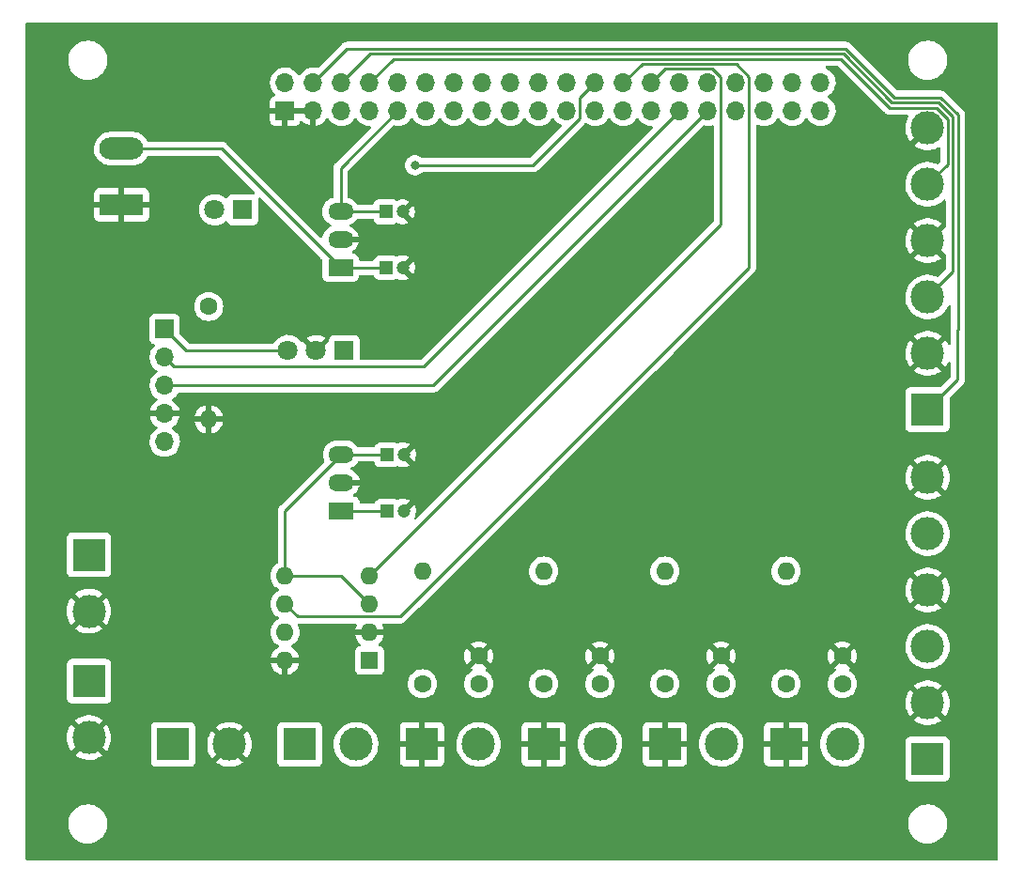
<source format=gbl>
%TF.GenerationSoftware,KiCad,Pcbnew,6.0.5*%
%TF.CreationDate,2022-06-15T21:06:14+00:00*%
%TF.ProjectId,MicroBot - connector board,4d696372-6f42-46f7-9420-2d20636f6e6e,rev?*%
%TF.SameCoordinates,Original*%
%TF.FileFunction,Copper,L2,Bot*%
%TF.FilePolarity,Positive*%
%FSLAX46Y46*%
G04 Gerber Fmt 4.6, Leading zero omitted, Abs format (unit mm)*
G04 Created by KiCad (PCBNEW 6.0.5) date 2022-06-15 21:06:14*
%MOMM*%
%LPD*%
G01*
G04 APERTURE LIST*
%TA.AperFunction,ComponentPad*%
%ADD10C,1.600000*%
%TD*%
%TA.AperFunction,ComponentPad*%
%ADD11R,3.000000X3.000000*%
%TD*%
%TA.AperFunction,ComponentPad*%
%ADD12C,3.000000*%
%TD*%
%TA.AperFunction,ComponentPad*%
%ADD13R,1.700000X1.700000*%
%TD*%
%TA.AperFunction,ComponentPad*%
%ADD14O,1.700000X1.700000*%
%TD*%
%TA.AperFunction,ComponentPad*%
%ADD15R,3.960000X1.980000*%
%TD*%
%TA.AperFunction,ComponentPad*%
%ADD16O,3.960000X1.980000*%
%TD*%
%TA.AperFunction,ComponentPad*%
%ADD17R,1.800000X1.800000*%
%TD*%
%TA.AperFunction,ComponentPad*%
%ADD18C,1.800000*%
%TD*%
%TA.AperFunction,ComponentPad*%
%ADD19O,1.600000X1.600000*%
%TD*%
%TA.AperFunction,ComponentPad*%
%ADD20R,1.200000X1.200000*%
%TD*%
%TA.AperFunction,ComponentPad*%
%ADD21C,1.200000*%
%TD*%
%TA.AperFunction,ComponentPad*%
%ADD22R,2.300000X1.500000*%
%TD*%
%TA.AperFunction,ComponentPad*%
%ADD23O,2.300000X1.500000*%
%TD*%
%TA.AperFunction,ComponentPad*%
%ADD24R,1.600000X1.600000*%
%TD*%
%TA.AperFunction,ViaPad*%
%ADD25C,0.800000*%
%TD*%
%TA.AperFunction,Conductor*%
%ADD26C,0.250000*%
%TD*%
G04 APERTURE END LIST*
D10*
X138448489Y-119628989D03*
X138448489Y-122128989D03*
D11*
X133344489Y-127577989D03*
D12*
X138424489Y-127577989D03*
D13*
X120990989Y-70485000D03*
D14*
X120990989Y-67945000D03*
X123530989Y-70485000D03*
X123530989Y-67945000D03*
X126070989Y-70485000D03*
X126070989Y-67945000D03*
X128610989Y-70485000D03*
X128610989Y-67945000D03*
X131150989Y-70485000D03*
X131150989Y-67945000D03*
X133690989Y-70485000D03*
X133690989Y-67945000D03*
X136230989Y-70485000D03*
X136230989Y-67945000D03*
X138770989Y-70485000D03*
X138770989Y-67945000D03*
X141310989Y-70485000D03*
X141310989Y-67945000D03*
X143850989Y-70485000D03*
X143850989Y-67945000D03*
X146390989Y-70485000D03*
X146390989Y-67945000D03*
X148930989Y-70485000D03*
X148930989Y-67945000D03*
X151470989Y-70485000D03*
X151470989Y-67945000D03*
X154010989Y-70485000D03*
X154010989Y-67945000D03*
X156550989Y-70485000D03*
X156550989Y-67945000D03*
X159090989Y-70485000D03*
X159090989Y-67945000D03*
X161630989Y-70485000D03*
X161630989Y-67945000D03*
X164170989Y-70485000D03*
X164170989Y-67945000D03*
X166710989Y-70485000D03*
X166710989Y-67945000D03*
X169250989Y-70485000D03*
X169250989Y-67945000D03*
D15*
X106253989Y-78965000D03*
D16*
X106253989Y-73885000D03*
D17*
X117175000Y-79400000D03*
D18*
X114635000Y-79400000D03*
D11*
X103300000Y-121900000D03*
D12*
X103300000Y-126980000D03*
D11*
X178897989Y-97427489D03*
D12*
X178897989Y-92347489D03*
X178897989Y-87267489D03*
X178897989Y-82187489D03*
X178897989Y-77107489D03*
X178897989Y-72027489D03*
D11*
X103300000Y-110500000D03*
D12*
X103300000Y-115580000D03*
D17*
X126324989Y-92094489D03*
D18*
X123784989Y-92094489D03*
X121244989Y-92094489D03*
D11*
X110900000Y-127600000D03*
D12*
X115980000Y-127600000D03*
D11*
X122300000Y-127600000D03*
D12*
X127380000Y-127600000D03*
D11*
X144290489Y-127577989D03*
D12*
X149370489Y-127577989D03*
D10*
X114100000Y-88120000D03*
D19*
X114100000Y-98280000D03*
D20*
X130169390Y-106571489D03*
D21*
X131669390Y-106571489D03*
D10*
X133368489Y-122128989D03*
D19*
X133368489Y-111968989D03*
D10*
X144290489Y-122128989D03*
D19*
X144290489Y-111968989D03*
D13*
X110145989Y-90170000D03*
D14*
X110145989Y-92710000D03*
X110145989Y-95250000D03*
X110145989Y-97790000D03*
X110145989Y-100330000D03*
D11*
X166134489Y-127577989D03*
D12*
X171214489Y-127577989D03*
D10*
X160292489Y-119628989D03*
X160292489Y-122128989D03*
X149370489Y-119628989D03*
X149370489Y-122128989D03*
X171214489Y-119628989D03*
X171214489Y-122128989D03*
X166134489Y-122128989D03*
D19*
X166134489Y-111968989D03*
D10*
X155212489Y-122128989D03*
D19*
X155212489Y-111968989D03*
D22*
X126065989Y-106532088D03*
D23*
X126065989Y-103992088D03*
X126065989Y-101452088D03*
D20*
X130169390Y-101491489D03*
D21*
X131669390Y-101491489D03*
D24*
X128595989Y-120023489D03*
D19*
X128595989Y-117483489D03*
X128595989Y-114943489D03*
X128595989Y-112403489D03*
X120975989Y-112403489D03*
X120975989Y-114943489D03*
X120975989Y-117483489D03*
X120975989Y-120023489D03*
D22*
X125987489Y-84634489D03*
D23*
X125987489Y-82094489D03*
X125987489Y-79554489D03*
D20*
X130075489Y-79593890D03*
D21*
X131575489Y-79593890D03*
D11*
X178897989Y-128923489D03*
D12*
X178897989Y-123843489D03*
X178897989Y-118763489D03*
X178897989Y-113683489D03*
X178897989Y-108603489D03*
X178897989Y-103523489D03*
D11*
X155212489Y-127577989D03*
D12*
X160292489Y-127577989D03*
D20*
X130090890Y-84634489D03*
D21*
X131590890Y-84634489D03*
D25*
X132700000Y-75400000D03*
D26*
X147565500Y-69310489D02*
X147565500Y-71134500D01*
X148930989Y-67945000D02*
X147565500Y-69310489D01*
X147565500Y-71134500D02*
X143300000Y-75400000D01*
X143300000Y-75400000D02*
X132700000Y-75400000D01*
X120975989Y-106542088D02*
X120975989Y-112403489D01*
X126055989Y-112403489D02*
X128595989Y-114943489D01*
X130129989Y-101452088D02*
X130169390Y-101491489D01*
X120975989Y-112403489D02*
X126055989Y-112403489D01*
X126065989Y-101452088D02*
X130129989Y-101452088D01*
X126065989Y-101452088D02*
X120975989Y-106542088D01*
X125987489Y-79554489D02*
X125987489Y-75648500D01*
X125987489Y-79554489D02*
X130036088Y-79554489D01*
X130036088Y-79554489D02*
X130075489Y-79593890D01*
X125987489Y-75648500D02*
X131150989Y-70485000D01*
X178897989Y-97427489D02*
X181600000Y-94725478D01*
X181621540Y-70850104D02*
X180071436Y-69300000D01*
X181600000Y-90200000D02*
X181621540Y-90178460D01*
X181621540Y-90178460D02*
X181621540Y-70850104D01*
X175871435Y-69300000D02*
X171473354Y-64901920D01*
X181600000Y-94725478D02*
X181600000Y-90200000D01*
X126574069Y-64901920D02*
X123530989Y-67945000D01*
X180071436Y-69300000D02*
X175871435Y-69300000D01*
X171473354Y-64901920D02*
X126574069Y-64901920D01*
X179886197Y-69750480D02*
X175686198Y-69750480D01*
X171287157Y-65351440D02*
X128664549Y-65351440D01*
X128664549Y-65351440D02*
X126070989Y-67945000D01*
X178897989Y-87267489D02*
X181172020Y-84993458D01*
X181172020Y-84993458D02*
X181172020Y-71036302D01*
X175686198Y-69750480D02*
X171287157Y-65351440D01*
X181172020Y-71036302D02*
X179886197Y-69750480D01*
X130755029Y-65800960D02*
X128610989Y-67945000D01*
X179700000Y-70200000D02*
X175500000Y-70200000D01*
X180722500Y-71222500D02*
X179700000Y-70200000D01*
X171100960Y-65800960D02*
X130755029Y-65800960D01*
X175500000Y-70200000D02*
X171100960Y-65800960D01*
X180722500Y-75282978D02*
X180722500Y-71222500D01*
X178897989Y-77107489D02*
X180722500Y-75282978D01*
X153165509Y-66250480D02*
X151470989Y-67945000D01*
X131332000Y-116068000D02*
X162805500Y-84594500D01*
X122100500Y-116068000D02*
X131332000Y-116068000D01*
X120975989Y-114943489D02*
X122100500Y-116068000D01*
X161650480Y-66250480D02*
X153165509Y-66250480D01*
X162805500Y-84594500D02*
X162805500Y-67405500D01*
X162805500Y-67405500D02*
X161650480Y-66250480D01*
X159506999Y-66700000D02*
X155255989Y-66700000D01*
X160265500Y-80733978D02*
X160265500Y-67458501D01*
X128595989Y-112403489D02*
X160265500Y-80733978D01*
X155255989Y-66700000D02*
X154010989Y-67945000D01*
X160265500Y-67458501D02*
X159506999Y-66700000D01*
X133475989Y-93560000D02*
X156550989Y-70485000D01*
X110995989Y-93560000D02*
X133475989Y-93560000D01*
X110145989Y-92710000D02*
X110995989Y-93560000D01*
X110145989Y-95250000D02*
X134325989Y-95250000D01*
X134325989Y-95250000D02*
X159090989Y-70485000D01*
X121244989Y-92094489D02*
X112070478Y-92094489D01*
X112070478Y-92094489D02*
X110145989Y-90170000D01*
X126065989Y-106532088D02*
X130129989Y-106532088D01*
X125987489Y-84634489D02*
X130090890Y-84634489D01*
X130129989Y-106532088D02*
X130169390Y-106571489D01*
X106253989Y-73885000D02*
X115238000Y-73885000D01*
X115238000Y-73885000D02*
X125987489Y-84634489D01*
%TA.AperFunction,Conductor*%
G36*
X185190110Y-62522491D02*
G01*
X185236603Y-62576147D01*
X185247989Y-62628489D01*
X185247989Y-137941489D01*
X185227987Y-138009610D01*
X185174331Y-138056103D01*
X185121989Y-138067489D01*
X97743989Y-138067489D01*
X97675868Y-138047487D01*
X97629375Y-137993831D01*
X97617989Y-137941489D01*
X97617989Y-134873144D01*
X101445847Y-134873144D01*
X101481093Y-135132127D01*
X101482401Y-135136613D01*
X101482401Y-135136615D01*
X101502087Y-135204153D01*
X101554232Y-135383056D01*
X101663657Y-135620417D01*
X101666220Y-135624326D01*
X101804399Y-135835085D01*
X101804403Y-135835090D01*
X101806965Y-135838998D01*
X101981007Y-136033995D01*
X102181959Y-136201126D01*
X102185962Y-136203555D01*
X102401411Y-136334293D01*
X102401415Y-136334295D01*
X102405408Y-136336718D01*
X102646444Y-136437792D01*
X102899772Y-136502130D01*
X102904423Y-136502598D01*
X102904427Y-136502599D01*
X103097297Y-136522020D01*
X103116856Y-136523989D01*
X103272343Y-136523989D01*
X103274668Y-136523816D01*
X103274674Y-136523816D01*
X103461989Y-136509896D01*
X103461993Y-136509895D01*
X103466641Y-136509550D01*
X103471189Y-136508521D01*
X103471195Y-136508520D01*
X103657590Y-136466342D01*
X103721566Y-136451866D01*
X103757758Y-136437792D01*
X103960813Y-136358829D01*
X103960816Y-136358828D01*
X103965166Y-136357136D01*
X104192087Y-136227440D01*
X104397346Y-136065627D01*
X104576432Y-135875252D01*
X104725413Y-135660498D01*
X104841014Y-135426082D01*
X104920696Y-135177154D01*
X104962710Y-134919182D01*
X104963313Y-134873144D01*
X177137847Y-134873144D01*
X177173093Y-135132127D01*
X177174401Y-135136613D01*
X177174401Y-135136615D01*
X177194087Y-135204153D01*
X177246232Y-135383056D01*
X177355657Y-135620417D01*
X177358220Y-135624326D01*
X177496399Y-135835085D01*
X177496403Y-135835090D01*
X177498965Y-135838998D01*
X177673007Y-136033995D01*
X177873959Y-136201126D01*
X177877962Y-136203555D01*
X178093411Y-136334293D01*
X178093415Y-136334295D01*
X178097408Y-136336718D01*
X178338444Y-136437792D01*
X178591772Y-136502130D01*
X178596423Y-136502598D01*
X178596427Y-136502599D01*
X178789297Y-136522020D01*
X178808856Y-136523989D01*
X178964343Y-136523989D01*
X178966668Y-136523816D01*
X178966674Y-136523816D01*
X179153989Y-136509896D01*
X179153993Y-136509895D01*
X179158641Y-136509550D01*
X179163189Y-136508521D01*
X179163195Y-136508520D01*
X179349590Y-136466342D01*
X179413566Y-136451866D01*
X179449758Y-136437792D01*
X179652813Y-136358829D01*
X179652816Y-136358828D01*
X179657166Y-136357136D01*
X179884087Y-136227440D01*
X180089346Y-136065627D01*
X180268432Y-135875252D01*
X180417413Y-135660498D01*
X180533014Y-135426082D01*
X180612696Y-135177154D01*
X180654710Y-134919182D01*
X180658131Y-134657834D01*
X180622885Y-134398851D01*
X180608462Y-134349366D01*
X180551057Y-134152421D01*
X180549746Y-134147922D01*
X180440321Y-133910561D01*
X180407508Y-133860513D01*
X180299579Y-133695893D01*
X180299575Y-133695888D01*
X180297013Y-133691980D01*
X180122971Y-133496983D01*
X179922019Y-133329852D01*
X179874833Y-133301219D01*
X179702567Y-133196685D01*
X179702563Y-133196683D01*
X179698570Y-133194260D01*
X179457534Y-133093186D01*
X179204206Y-133028848D01*
X179199555Y-133028380D01*
X179199551Y-133028379D01*
X178990260Y-133007305D01*
X178987122Y-133006989D01*
X178831635Y-133006989D01*
X178829310Y-133007162D01*
X178829304Y-133007162D01*
X178641989Y-133021082D01*
X178641985Y-133021083D01*
X178637337Y-133021428D01*
X178632789Y-133022457D01*
X178632783Y-133022458D01*
X178446388Y-133064636D01*
X178382412Y-133079112D01*
X178378060Y-133080804D01*
X178378058Y-133080805D01*
X178143165Y-133172149D01*
X178143162Y-133172150D01*
X178138812Y-133173842D01*
X177911891Y-133303538D01*
X177706632Y-133465351D01*
X177527546Y-133655726D01*
X177378565Y-133870480D01*
X177262964Y-134104896D01*
X177183282Y-134353824D01*
X177141268Y-134611796D01*
X177137847Y-134873144D01*
X104963313Y-134873144D01*
X104966131Y-134657834D01*
X104930885Y-134398851D01*
X104916462Y-134349366D01*
X104859057Y-134152421D01*
X104857746Y-134147922D01*
X104748321Y-133910561D01*
X104715508Y-133860513D01*
X104607579Y-133695893D01*
X104607575Y-133695888D01*
X104605013Y-133691980D01*
X104430971Y-133496983D01*
X104230019Y-133329852D01*
X104182833Y-133301219D01*
X104010567Y-133196685D01*
X104010563Y-133196683D01*
X104006570Y-133194260D01*
X103765534Y-133093186D01*
X103512206Y-133028848D01*
X103507555Y-133028380D01*
X103507551Y-133028379D01*
X103298260Y-133007305D01*
X103295122Y-133006989D01*
X103139635Y-133006989D01*
X103137310Y-133007162D01*
X103137304Y-133007162D01*
X102949989Y-133021082D01*
X102949985Y-133021083D01*
X102945337Y-133021428D01*
X102940789Y-133022457D01*
X102940783Y-133022458D01*
X102754388Y-133064636D01*
X102690412Y-133079112D01*
X102686060Y-133080804D01*
X102686058Y-133080805D01*
X102451165Y-133172149D01*
X102451162Y-133172150D01*
X102446812Y-133173842D01*
X102219891Y-133303538D01*
X102014632Y-133465351D01*
X101835546Y-133655726D01*
X101686565Y-133870480D01*
X101570964Y-134104896D01*
X101491282Y-134353824D01*
X101449268Y-134611796D01*
X101445847Y-134873144D01*
X97617989Y-134873144D01*
X97617989Y-130471623D01*
X176889489Y-130471623D01*
X176896244Y-130533805D01*
X176947374Y-130670194D01*
X177034728Y-130786750D01*
X177151284Y-130874104D01*
X177287673Y-130925234D01*
X177349855Y-130931989D01*
X180446123Y-130931989D01*
X180508305Y-130925234D01*
X180644694Y-130874104D01*
X180761250Y-130786750D01*
X180848604Y-130670194D01*
X180899734Y-130533805D01*
X180906489Y-130471623D01*
X180906489Y-127375355D01*
X180899734Y-127313173D01*
X180848604Y-127176784D01*
X180761250Y-127060228D01*
X180644694Y-126972874D01*
X180508305Y-126921744D01*
X180446123Y-126914989D01*
X177349855Y-126914989D01*
X177287673Y-126921744D01*
X177151284Y-126972874D01*
X177034728Y-127060228D01*
X176947374Y-127176784D01*
X176896244Y-127313173D01*
X176889489Y-127375355D01*
X176889489Y-130471623D01*
X97617989Y-130471623D01*
X97617989Y-129148134D01*
X108891500Y-129148134D01*
X108898255Y-129210316D01*
X108949385Y-129346705D01*
X109036739Y-129463261D01*
X109153295Y-129550615D01*
X109289684Y-129601745D01*
X109351866Y-129608500D01*
X112448134Y-129608500D01*
X112510316Y-129601745D01*
X112646705Y-129550615D01*
X112763261Y-129463261D01*
X112850615Y-129346705D01*
X112901745Y-129210316D01*
X112903990Y-129189654D01*
X114755618Y-129189654D01*
X114762673Y-129199627D01*
X114793679Y-129225551D01*
X114800598Y-129230579D01*
X115025272Y-129371515D01*
X115032807Y-129375556D01*
X115274520Y-129484694D01*
X115282551Y-129487680D01*
X115536832Y-129563002D01*
X115545184Y-129564869D01*
X115807340Y-129604984D01*
X115815874Y-129605700D01*
X116081045Y-129609867D01*
X116089596Y-129609418D01*
X116352883Y-129577557D01*
X116361284Y-129575955D01*
X116617824Y-129508653D01*
X116625926Y-129505926D01*
X116870949Y-129404434D01*
X116878617Y-129400628D01*
X117107598Y-129266822D01*
X117114679Y-129262009D01*
X117194655Y-129199301D01*
X117203125Y-129187442D01*
X117196608Y-129175818D01*
X117168924Y-129148134D01*
X120291500Y-129148134D01*
X120298255Y-129210316D01*
X120349385Y-129346705D01*
X120436739Y-129463261D01*
X120553295Y-129550615D01*
X120689684Y-129601745D01*
X120751866Y-129608500D01*
X123848134Y-129608500D01*
X123910316Y-129601745D01*
X124046705Y-129550615D01*
X124163261Y-129463261D01*
X124250615Y-129346705D01*
X124301745Y-129210316D01*
X124308500Y-129148134D01*
X124308500Y-127578918D01*
X125366917Y-127578918D01*
X125382682Y-127852320D01*
X125383507Y-127856525D01*
X125383508Y-127856533D01*
X125404698Y-127964539D01*
X125435405Y-128121053D01*
X125436792Y-128125103D01*
X125436793Y-128125108D01*
X125522657Y-128375894D01*
X125524112Y-128380144D01*
X125542167Y-128416043D01*
X125637868Y-128606323D01*
X125647160Y-128624799D01*
X125649586Y-128628328D01*
X125649589Y-128628334D01*
X125778741Y-128816250D01*
X125802274Y-128850490D01*
X125805161Y-128853663D01*
X125805162Y-128853664D01*
X125817916Y-128867680D01*
X125986582Y-129053043D01*
X126196675Y-129228707D01*
X126200316Y-129230991D01*
X126425024Y-129371951D01*
X126425028Y-129371953D01*
X126428664Y-129374234D01*
X126496544Y-129404883D01*
X126674345Y-129485164D01*
X126674349Y-129485166D01*
X126678257Y-129486930D01*
X126682377Y-129488150D01*
X126682376Y-129488150D01*
X126936723Y-129563491D01*
X126936727Y-129563492D01*
X126940836Y-129564709D01*
X126945070Y-129565357D01*
X126945075Y-129565358D01*
X127207298Y-129605483D01*
X127207300Y-129605483D01*
X127211540Y-129606132D01*
X127350912Y-129608322D01*
X127481071Y-129610367D01*
X127481077Y-129610367D01*
X127485362Y-129610434D01*
X127757235Y-129577534D01*
X128022127Y-129508041D01*
X128026087Y-129506401D01*
X128026092Y-129506399D01*
X128201570Y-129433713D01*
X128275136Y-129403241D01*
X128511582Y-129265073D01*
X128693211Y-129122658D01*
X131336490Y-129122658D01*
X131336860Y-129129479D01*
X131342384Y-129180341D01*
X131346010Y-129195593D01*
X131391165Y-129316043D01*
X131399703Y-129331638D01*
X131476204Y-129433713D01*
X131488765Y-129446274D01*
X131590840Y-129522775D01*
X131606435Y-129531313D01*
X131726883Y-129576467D01*
X131742138Y-129580094D01*
X131793003Y-129585620D01*
X131799817Y-129585989D01*
X133072374Y-129585989D01*
X133087613Y-129581514D01*
X133088818Y-129580124D01*
X133090489Y-129572441D01*
X133090489Y-129567873D01*
X133598489Y-129567873D01*
X133602964Y-129583112D01*
X133604354Y-129584317D01*
X133612037Y-129585988D01*
X134889158Y-129585988D01*
X134895979Y-129585618D01*
X134946841Y-129580094D01*
X134962093Y-129576468D01*
X135082543Y-129531313D01*
X135098138Y-129522775D01*
X135200213Y-129446274D01*
X135212774Y-129433713D01*
X135289275Y-129331638D01*
X135297813Y-129316043D01*
X135342967Y-129195595D01*
X135346594Y-129180340D01*
X135352120Y-129129475D01*
X135352489Y-129122661D01*
X135352489Y-127850104D01*
X135348014Y-127834865D01*
X135346624Y-127833660D01*
X135338941Y-127831989D01*
X133616604Y-127831989D01*
X133601365Y-127836464D01*
X133600160Y-127837854D01*
X133598489Y-127845537D01*
X133598489Y-129567873D01*
X133090489Y-129567873D01*
X133090489Y-127850104D01*
X133086014Y-127834865D01*
X133084624Y-127833660D01*
X133076941Y-127831989D01*
X131354605Y-127831989D01*
X131339366Y-127836464D01*
X131338161Y-127837854D01*
X131336490Y-127845537D01*
X131336490Y-129122658D01*
X128693211Y-129122658D01*
X128727089Y-129096094D01*
X128745851Y-129076734D01*
X128914686Y-128902509D01*
X128917669Y-128899431D01*
X128920202Y-128895983D01*
X128920206Y-128895978D01*
X129077257Y-128682178D01*
X129079795Y-128678723D01*
X129081841Y-128674955D01*
X129208418Y-128441830D01*
X129208419Y-128441828D01*
X129210468Y-128438054D01*
X129301838Y-128196250D01*
X129305751Y-128185895D01*
X129305752Y-128185891D01*
X129307269Y-128181877D01*
X129368407Y-127914933D01*
X129370372Y-127892922D01*
X129392531Y-127644627D01*
X129392532Y-127644616D01*
X129392751Y-127642161D01*
X129393193Y-127600000D01*
X129391756Y-127578918D01*
X129390255Y-127556907D01*
X136411406Y-127556907D01*
X136427171Y-127830309D01*
X136427996Y-127834514D01*
X136427997Y-127834522D01*
X136443773Y-127914933D01*
X136479894Y-128099042D01*
X136481281Y-128103092D01*
X136481282Y-128103097D01*
X136567212Y-128354077D01*
X136568601Y-128358133D01*
X136691649Y-128602788D01*
X136694075Y-128606317D01*
X136694078Y-128606323D01*
X136843126Y-128823187D01*
X136846763Y-128828479D01*
X136849650Y-128831652D01*
X136849651Y-128831653D01*
X136964214Y-128957557D01*
X137031071Y-129031032D01*
X137034366Y-129033787D01*
X137034367Y-129033788D01*
X137057396Y-129053043D01*
X137241164Y-129206696D01*
X137244805Y-129208980D01*
X137469513Y-129349940D01*
X137469517Y-129349942D01*
X137473153Y-129352223D01*
X137541033Y-129382872D01*
X137718834Y-129463153D01*
X137718838Y-129463155D01*
X137722746Y-129464919D01*
X137726866Y-129466139D01*
X137726865Y-129466139D01*
X137981212Y-129541480D01*
X137981216Y-129541481D01*
X137985325Y-129542698D01*
X137989559Y-129543346D01*
X137989564Y-129543347D01*
X138251787Y-129583472D01*
X138251789Y-129583472D01*
X138256029Y-129584121D01*
X138395401Y-129586311D01*
X138525560Y-129588356D01*
X138525566Y-129588356D01*
X138529851Y-129588423D01*
X138801724Y-129555523D01*
X139066616Y-129486030D01*
X139070576Y-129484390D01*
X139070581Y-129484388D01*
X139193121Y-129433630D01*
X139319625Y-129381230D01*
X139437848Y-129312146D01*
X139552368Y-129245226D01*
X139552369Y-129245225D01*
X139556071Y-129243062D01*
X139709628Y-129122658D01*
X142282490Y-129122658D01*
X142282860Y-129129479D01*
X142288384Y-129180341D01*
X142292010Y-129195593D01*
X142337165Y-129316043D01*
X142345703Y-129331638D01*
X142422204Y-129433713D01*
X142434765Y-129446274D01*
X142536840Y-129522775D01*
X142552435Y-129531313D01*
X142672883Y-129576467D01*
X142688138Y-129580094D01*
X142739003Y-129585620D01*
X142745817Y-129585989D01*
X144018374Y-129585989D01*
X144033613Y-129581514D01*
X144034818Y-129580124D01*
X144036489Y-129572441D01*
X144036489Y-129567873D01*
X144544489Y-129567873D01*
X144548964Y-129583112D01*
X144550354Y-129584317D01*
X144558037Y-129585988D01*
X145835158Y-129585988D01*
X145841979Y-129585618D01*
X145892841Y-129580094D01*
X145908093Y-129576468D01*
X146028543Y-129531313D01*
X146044138Y-129522775D01*
X146146213Y-129446274D01*
X146158774Y-129433713D01*
X146235275Y-129331638D01*
X146243813Y-129316043D01*
X146288967Y-129195595D01*
X146292594Y-129180340D01*
X146298120Y-129129475D01*
X146298489Y-129122661D01*
X146298489Y-127850104D01*
X146294014Y-127834865D01*
X146292624Y-127833660D01*
X146284941Y-127831989D01*
X144562604Y-127831989D01*
X144547365Y-127836464D01*
X144546160Y-127837854D01*
X144544489Y-127845537D01*
X144544489Y-129567873D01*
X144036489Y-129567873D01*
X144036489Y-127850104D01*
X144032014Y-127834865D01*
X144030624Y-127833660D01*
X144022941Y-127831989D01*
X142300605Y-127831989D01*
X142285366Y-127836464D01*
X142284161Y-127837854D01*
X142282490Y-127845537D01*
X142282490Y-129122658D01*
X139709628Y-129122658D01*
X139771578Y-129074083D01*
X139789297Y-129055799D01*
X139959175Y-128880498D01*
X139962158Y-128877420D01*
X139964691Y-128873972D01*
X139964695Y-128873967D01*
X140121746Y-128660167D01*
X140124284Y-128656712D01*
X140139692Y-128628334D01*
X140252907Y-128419819D01*
X140252908Y-128419817D01*
X140254957Y-128416043D01*
X140334857Y-128204594D01*
X140350240Y-128163884D01*
X140350241Y-128163880D01*
X140351758Y-128159866D01*
X140408834Y-127910657D01*
X140411938Y-127897106D01*
X140411939Y-127897102D01*
X140412896Y-127892922D01*
X140416150Y-127856470D01*
X140437020Y-127622616D01*
X140437020Y-127622614D01*
X140437240Y-127620150D01*
X140437682Y-127577989D01*
X140436245Y-127556907D01*
X147357406Y-127556907D01*
X147373171Y-127830309D01*
X147373996Y-127834514D01*
X147373997Y-127834522D01*
X147389773Y-127914933D01*
X147425894Y-128099042D01*
X147427281Y-128103092D01*
X147427282Y-128103097D01*
X147513212Y-128354077D01*
X147514601Y-128358133D01*
X147637649Y-128602788D01*
X147640075Y-128606317D01*
X147640078Y-128606323D01*
X147789126Y-128823187D01*
X147792763Y-128828479D01*
X147795650Y-128831652D01*
X147795651Y-128831653D01*
X147910214Y-128957557D01*
X147977071Y-129031032D01*
X147980366Y-129033787D01*
X147980367Y-129033788D01*
X148003396Y-129053043D01*
X148187164Y-129206696D01*
X148190805Y-129208980D01*
X148415513Y-129349940D01*
X148415517Y-129349942D01*
X148419153Y-129352223D01*
X148487033Y-129382872D01*
X148664834Y-129463153D01*
X148664838Y-129463155D01*
X148668746Y-129464919D01*
X148672866Y-129466139D01*
X148672865Y-129466139D01*
X148927212Y-129541480D01*
X148927216Y-129541481D01*
X148931325Y-129542698D01*
X148935559Y-129543346D01*
X148935564Y-129543347D01*
X149197787Y-129583472D01*
X149197789Y-129583472D01*
X149202029Y-129584121D01*
X149341401Y-129586311D01*
X149471560Y-129588356D01*
X149471566Y-129588356D01*
X149475851Y-129588423D01*
X149747724Y-129555523D01*
X150012616Y-129486030D01*
X150016576Y-129484390D01*
X150016581Y-129484388D01*
X150139121Y-129433630D01*
X150265625Y-129381230D01*
X150383848Y-129312146D01*
X150498368Y-129245226D01*
X150498369Y-129245225D01*
X150502071Y-129243062D01*
X150655628Y-129122658D01*
X153204490Y-129122658D01*
X153204860Y-129129479D01*
X153210384Y-129180341D01*
X153214010Y-129195593D01*
X153259165Y-129316043D01*
X153267703Y-129331638D01*
X153344204Y-129433713D01*
X153356765Y-129446274D01*
X153458840Y-129522775D01*
X153474435Y-129531313D01*
X153594883Y-129576467D01*
X153610138Y-129580094D01*
X153661003Y-129585620D01*
X153667817Y-129585989D01*
X154940374Y-129585989D01*
X154955613Y-129581514D01*
X154956818Y-129580124D01*
X154958489Y-129572441D01*
X154958489Y-129567873D01*
X155466489Y-129567873D01*
X155470964Y-129583112D01*
X155472354Y-129584317D01*
X155480037Y-129585988D01*
X156757158Y-129585988D01*
X156763979Y-129585618D01*
X156814841Y-129580094D01*
X156830093Y-129576468D01*
X156950543Y-129531313D01*
X156966138Y-129522775D01*
X157068213Y-129446274D01*
X157080774Y-129433713D01*
X157157275Y-129331638D01*
X157165813Y-129316043D01*
X157210967Y-129195595D01*
X157214594Y-129180340D01*
X157220120Y-129129475D01*
X157220489Y-129122661D01*
X157220489Y-127850104D01*
X157216014Y-127834865D01*
X157214624Y-127833660D01*
X157206941Y-127831989D01*
X155484604Y-127831989D01*
X155469365Y-127836464D01*
X155468160Y-127837854D01*
X155466489Y-127845537D01*
X155466489Y-129567873D01*
X154958489Y-129567873D01*
X154958489Y-127850104D01*
X154954014Y-127834865D01*
X154952624Y-127833660D01*
X154944941Y-127831989D01*
X153222605Y-127831989D01*
X153207366Y-127836464D01*
X153206161Y-127837854D01*
X153204490Y-127845537D01*
X153204490Y-129122658D01*
X150655628Y-129122658D01*
X150717578Y-129074083D01*
X150735297Y-129055799D01*
X150905175Y-128880498D01*
X150908158Y-128877420D01*
X150910691Y-128873972D01*
X150910695Y-128873967D01*
X151067746Y-128660167D01*
X151070284Y-128656712D01*
X151085692Y-128628334D01*
X151198907Y-128419819D01*
X151198908Y-128419817D01*
X151200957Y-128416043D01*
X151280857Y-128204594D01*
X151296240Y-128163884D01*
X151296241Y-128163880D01*
X151297758Y-128159866D01*
X151354834Y-127910657D01*
X151357938Y-127897106D01*
X151357939Y-127897102D01*
X151358896Y-127892922D01*
X151362150Y-127856470D01*
X151383020Y-127622616D01*
X151383020Y-127622614D01*
X151383240Y-127620150D01*
X151383682Y-127577989D01*
X151382245Y-127556907D01*
X158279406Y-127556907D01*
X158295171Y-127830309D01*
X158295996Y-127834514D01*
X158295997Y-127834522D01*
X158311773Y-127914933D01*
X158347894Y-128099042D01*
X158349281Y-128103092D01*
X158349282Y-128103097D01*
X158435212Y-128354077D01*
X158436601Y-128358133D01*
X158559649Y-128602788D01*
X158562075Y-128606317D01*
X158562078Y-128606323D01*
X158711126Y-128823187D01*
X158714763Y-128828479D01*
X158717650Y-128831652D01*
X158717651Y-128831653D01*
X158832214Y-128957557D01*
X158899071Y-129031032D01*
X158902366Y-129033787D01*
X158902367Y-129033788D01*
X158925396Y-129053043D01*
X159109164Y-129206696D01*
X159112805Y-129208980D01*
X159337513Y-129349940D01*
X159337517Y-129349942D01*
X159341153Y-129352223D01*
X159409033Y-129382872D01*
X159586834Y-129463153D01*
X159586838Y-129463155D01*
X159590746Y-129464919D01*
X159594866Y-129466139D01*
X159594865Y-129466139D01*
X159849212Y-129541480D01*
X159849216Y-129541481D01*
X159853325Y-129542698D01*
X159857559Y-129543346D01*
X159857564Y-129543347D01*
X160119787Y-129583472D01*
X160119789Y-129583472D01*
X160124029Y-129584121D01*
X160263401Y-129586311D01*
X160393560Y-129588356D01*
X160393566Y-129588356D01*
X160397851Y-129588423D01*
X160669724Y-129555523D01*
X160934616Y-129486030D01*
X160938576Y-129484390D01*
X160938581Y-129484388D01*
X161061121Y-129433630D01*
X161187625Y-129381230D01*
X161305848Y-129312146D01*
X161420368Y-129245226D01*
X161420369Y-129245225D01*
X161424071Y-129243062D01*
X161577628Y-129122658D01*
X164126490Y-129122658D01*
X164126860Y-129129479D01*
X164132384Y-129180341D01*
X164136010Y-129195593D01*
X164181165Y-129316043D01*
X164189703Y-129331638D01*
X164266204Y-129433713D01*
X164278765Y-129446274D01*
X164380840Y-129522775D01*
X164396435Y-129531313D01*
X164516883Y-129576467D01*
X164532138Y-129580094D01*
X164583003Y-129585620D01*
X164589817Y-129585989D01*
X165862374Y-129585989D01*
X165877613Y-129581514D01*
X165878818Y-129580124D01*
X165880489Y-129572441D01*
X165880489Y-129567873D01*
X166388489Y-129567873D01*
X166392964Y-129583112D01*
X166394354Y-129584317D01*
X166402037Y-129585988D01*
X167679158Y-129585988D01*
X167685979Y-129585618D01*
X167736841Y-129580094D01*
X167752093Y-129576468D01*
X167872543Y-129531313D01*
X167888138Y-129522775D01*
X167990213Y-129446274D01*
X168002774Y-129433713D01*
X168079275Y-129331638D01*
X168087813Y-129316043D01*
X168132967Y-129195595D01*
X168136594Y-129180340D01*
X168142120Y-129129475D01*
X168142489Y-129122661D01*
X168142489Y-127850104D01*
X168138014Y-127834865D01*
X168136624Y-127833660D01*
X168128941Y-127831989D01*
X166406604Y-127831989D01*
X166391365Y-127836464D01*
X166390160Y-127837854D01*
X166388489Y-127845537D01*
X166388489Y-129567873D01*
X165880489Y-129567873D01*
X165880489Y-127850104D01*
X165876014Y-127834865D01*
X165874624Y-127833660D01*
X165866941Y-127831989D01*
X164144605Y-127831989D01*
X164129366Y-127836464D01*
X164128161Y-127837854D01*
X164126490Y-127845537D01*
X164126490Y-129122658D01*
X161577628Y-129122658D01*
X161639578Y-129074083D01*
X161657297Y-129055799D01*
X161827175Y-128880498D01*
X161830158Y-128877420D01*
X161832691Y-128873972D01*
X161832695Y-128873967D01*
X161989746Y-128660167D01*
X161992284Y-128656712D01*
X162007692Y-128628334D01*
X162120907Y-128419819D01*
X162120908Y-128419817D01*
X162122957Y-128416043D01*
X162202857Y-128204594D01*
X162218240Y-128163884D01*
X162218241Y-128163880D01*
X162219758Y-128159866D01*
X162276834Y-127910657D01*
X162279938Y-127897106D01*
X162279939Y-127897102D01*
X162280896Y-127892922D01*
X162284150Y-127856470D01*
X162305020Y-127622616D01*
X162305020Y-127622614D01*
X162305240Y-127620150D01*
X162305682Y-127577989D01*
X162304245Y-127556907D01*
X169201406Y-127556907D01*
X169217171Y-127830309D01*
X169217996Y-127834514D01*
X169217997Y-127834522D01*
X169233773Y-127914933D01*
X169269894Y-128099042D01*
X169271281Y-128103092D01*
X169271282Y-128103097D01*
X169357212Y-128354077D01*
X169358601Y-128358133D01*
X169481649Y-128602788D01*
X169484075Y-128606317D01*
X169484078Y-128606323D01*
X169633126Y-128823187D01*
X169636763Y-128828479D01*
X169639650Y-128831652D01*
X169639651Y-128831653D01*
X169754214Y-128957557D01*
X169821071Y-129031032D01*
X169824366Y-129033787D01*
X169824367Y-129033788D01*
X169847396Y-129053043D01*
X170031164Y-129206696D01*
X170034805Y-129208980D01*
X170259513Y-129349940D01*
X170259517Y-129349942D01*
X170263153Y-129352223D01*
X170331033Y-129382872D01*
X170508834Y-129463153D01*
X170508838Y-129463155D01*
X170512746Y-129464919D01*
X170516866Y-129466139D01*
X170516865Y-129466139D01*
X170771212Y-129541480D01*
X170771216Y-129541481D01*
X170775325Y-129542698D01*
X170779559Y-129543346D01*
X170779564Y-129543347D01*
X171041787Y-129583472D01*
X171041789Y-129583472D01*
X171046029Y-129584121D01*
X171185401Y-129586311D01*
X171315560Y-129588356D01*
X171315566Y-129588356D01*
X171319851Y-129588423D01*
X171591724Y-129555523D01*
X171856616Y-129486030D01*
X171860576Y-129484390D01*
X171860581Y-129484388D01*
X171983121Y-129433630D01*
X172109625Y-129381230D01*
X172227848Y-129312146D01*
X172342368Y-129245226D01*
X172342369Y-129245225D01*
X172346071Y-129243062D01*
X172561578Y-129074083D01*
X172579297Y-129055799D01*
X172749175Y-128880498D01*
X172752158Y-128877420D01*
X172754691Y-128873972D01*
X172754695Y-128873967D01*
X172911746Y-128660167D01*
X172914284Y-128656712D01*
X172929692Y-128628334D01*
X173042907Y-128419819D01*
X173042908Y-128419817D01*
X173044957Y-128416043D01*
X173124857Y-128204594D01*
X173140240Y-128163884D01*
X173140241Y-128163880D01*
X173141758Y-128159866D01*
X173198834Y-127910657D01*
X173201938Y-127897106D01*
X173201939Y-127897102D01*
X173202896Y-127892922D01*
X173206150Y-127856470D01*
X173227020Y-127622616D01*
X173227020Y-127622614D01*
X173227240Y-127620150D01*
X173227682Y-127577989D01*
X173225954Y-127552637D01*
X173209348Y-127309044D01*
X173209347Y-127309038D01*
X173209056Y-127304767D01*
X173206118Y-127290577D01*
X173158079Y-127058612D01*
X173153521Y-127036601D01*
X173062106Y-126778454D01*
X172936502Y-126535101D01*
X172926529Y-126520910D01*
X172857484Y-126422670D01*
X172779034Y-126311046D01*
X172610543Y-126129728D01*
X172595535Y-126113577D01*
X172595532Y-126113574D01*
X172592614Y-126110434D01*
X172589299Y-126107720D01*
X172589295Y-126107717D01*
X172405350Y-125957160D01*
X172380694Y-125936979D01*
X172147193Y-125793890D01*
X172143257Y-125792162D01*
X171900362Y-125685538D01*
X171900358Y-125685537D01*
X171896434Y-125683814D01*
X171633055Y-125608789D01*
X171628813Y-125608185D01*
X171628807Y-125608184D01*
X171401855Y-125575884D01*
X171361932Y-125570202D01*
X171218078Y-125569449D01*
X171092366Y-125568791D01*
X171092360Y-125568791D01*
X171088080Y-125568769D01*
X171083836Y-125569328D01*
X171083832Y-125569328D01*
X170975905Y-125583537D01*
X170816567Y-125604514D01*
X170812427Y-125605647D01*
X170812425Y-125605647D01*
X170778222Y-125615004D01*
X170552417Y-125676777D01*
X170548469Y-125678461D01*
X170304471Y-125782535D01*
X170304467Y-125782537D01*
X170300519Y-125784221D01*
X170238989Y-125821046D01*
X170069214Y-125922653D01*
X170069210Y-125922656D01*
X170065532Y-125924857D01*
X169851807Y-126096083D01*
X169663297Y-126294731D01*
X169503491Y-126517125D01*
X169375346Y-126759150D01*
X169373874Y-126763173D01*
X169373872Y-126763177D01*
X169291020Y-126989580D01*
X169281232Y-127016326D01*
X169222893Y-127283896D01*
X169201406Y-127556907D01*
X162304245Y-127556907D01*
X162303954Y-127552637D01*
X162287348Y-127309044D01*
X162287347Y-127309038D01*
X162287131Y-127305874D01*
X164126489Y-127305874D01*
X164130964Y-127321113D01*
X164132354Y-127322318D01*
X164140037Y-127323989D01*
X165862374Y-127323989D01*
X165877613Y-127319514D01*
X165878818Y-127318124D01*
X165880489Y-127310441D01*
X165880489Y-127305874D01*
X166388489Y-127305874D01*
X166392964Y-127321113D01*
X166394354Y-127322318D01*
X166402037Y-127323989D01*
X168124373Y-127323989D01*
X168139612Y-127319514D01*
X168140817Y-127318124D01*
X168142488Y-127310441D01*
X168142488Y-126033320D01*
X168142118Y-126026499D01*
X168136594Y-125975637D01*
X168132968Y-125960385D01*
X168087813Y-125839935D01*
X168079275Y-125824340D01*
X168002774Y-125722265D01*
X167990213Y-125709704D01*
X167888138Y-125633203D01*
X167872543Y-125624665D01*
X167752095Y-125579511D01*
X167736840Y-125575884D01*
X167685975Y-125570358D01*
X167679161Y-125569989D01*
X166406604Y-125569989D01*
X166391365Y-125574464D01*
X166390160Y-125575854D01*
X166388489Y-125583537D01*
X166388489Y-127305874D01*
X165880489Y-127305874D01*
X165880489Y-125588105D01*
X165876014Y-125572866D01*
X165874624Y-125571661D01*
X165866941Y-125569990D01*
X164589820Y-125569990D01*
X164582999Y-125570360D01*
X164532137Y-125575884D01*
X164516885Y-125579510D01*
X164396435Y-125624665D01*
X164380840Y-125633203D01*
X164278765Y-125709704D01*
X164266204Y-125722265D01*
X164189703Y-125824340D01*
X164181165Y-125839935D01*
X164136011Y-125960383D01*
X164132384Y-125975638D01*
X164126858Y-126026503D01*
X164126489Y-126033317D01*
X164126489Y-127305874D01*
X162287131Y-127305874D01*
X162287056Y-127304767D01*
X162284118Y-127290577D01*
X162236079Y-127058612D01*
X162231521Y-127036601D01*
X162140106Y-126778454D01*
X162014502Y-126535101D01*
X162004529Y-126520910D01*
X161935484Y-126422670D01*
X161857034Y-126311046D01*
X161688543Y-126129728D01*
X161673535Y-126113577D01*
X161673532Y-126113574D01*
X161670614Y-126110434D01*
X161667299Y-126107720D01*
X161667295Y-126107717D01*
X161483350Y-125957160D01*
X161458694Y-125936979D01*
X161225193Y-125793890D01*
X161221257Y-125792162D01*
X160978362Y-125685538D01*
X160978358Y-125685537D01*
X160974434Y-125683814D01*
X160711055Y-125608789D01*
X160706813Y-125608185D01*
X160706807Y-125608184D01*
X160479855Y-125575884D01*
X160439932Y-125570202D01*
X160296078Y-125569449D01*
X160170366Y-125568791D01*
X160170360Y-125568791D01*
X160166080Y-125568769D01*
X160161836Y-125569328D01*
X160161832Y-125569328D01*
X160053905Y-125583537D01*
X159894567Y-125604514D01*
X159890427Y-125605647D01*
X159890425Y-125605647D01*
X159856222Y-125615004D01*
X159630417Y-125676777D01*
X159626469Y-125678461D01*
X159382471Y-125782535D01*
X159382467Y-125782537D01*
X159378519Y-125784221D01*
X159316989Y-125821046D01*
X159147214Y-125922653D01*
X159147210Y-125922656D01*
X159143532Y-125924857D01*
X158929807Y-126096083D01*
X158741297Y-126294731D01*
X158581491Y-126517125D01*
X158453346Y-126759150D01*
X158451874Y-126763173D01*
X158451872Y-126763177D01*
X158369020Y-126989580D01*
X158359232Y-127016326D01*
X158300893Y-127283896D01*
X158279406Y-127556907D01*
X151382245Y-127556907D01*
X151381954Y-127552637D01*
X151365348Y-127309044D01*
X151365347Y-127309038D01*
X151365131Y-127305874D01*
X153204489Y-127305874D01*
X153208964Y-127321113D01*
X153210354Y-127322318D01*
X153218037Y-127323989D01*
X154940374Y-127323989D01*
X154955613Y-127319514D01*
X154956818Y-127318124D01*
X154958489Y-127310441D01*
X154958489Y-127305874D01*
X155466489Y-127305874D01*
X155470964Y-127321113D01*
X155472354Y-127322318D01*
X155480037Y-127323989D01*
X157202373Y-127323989D01*
X157217612Y-127319514D01*
X157218817Y-127318124D01*
X157220488Y-127310441D01*
X157220488Y-126033320D01*
X157220118Y-126026499D01*
X157214594Y-125975637D01*
X157210968Y-125960385D01*
X157165813Y-125839935D01*
X157157275Y-125824340D01*
X157080774Y-125722265D01*
X157068213Y-125709704D01*
X156966138Y-125633203D01*
X156950543Y-125624665D01*
X156830095Y-125579511D01*
X156814840Y-125575884D01*
X156763975Y-125570358D01*
X156757161Y-125569989D01*
X155484604Y-125569989D01*
X155469365Y-125574464D01*
X155468160Y-125575854D01*
X155466489Y-125583537D01*
X155466489Y-127305874D01*
X154958489Y-127305874D01*
X154958489Y-125588105D01*
X154954014Y-125572866D01*
X154952624Y-125571661D01*
X154944941Y-125569990D01*
X153667820Y-125569990D01*
X153660999Y-125570360D01*
X153610137Y-125575884D01*
X153594885Y-125579510D01*
X153474435Y-125624665D01*
X153458840Y-125633203D01*
X153356765Y-125709704D01*
X153344204Y-125722265D01*
X153267703Y-125824340D01*
X153259165Y-125839935D01*
X153214011Y-125960383D01*
X153210384Y-125975638D01*
X153204858Y-126026503D01*
X153204489Y-126033317D01*
X153204489Y-127305874D01*
X151365131Y-127305874D01*
X151365056Y-127304767D01*
X151362118Y-127290577D01*
X151314079Y-127058612D01*
X151309521Y-127036601D01*
X151218106Y-126778454D01*
X151092502Y-126535101D01*
X151082529Y-126520910D01*
X151013484Y-126422670D01*
X150935034Y-126311046D01*
X150766543Y-126129728D01*
X150751535Y-126113577D01*
X150751532Y-126113574D01*
X150748614Y-126110434D01*
X150745299Y-126107720D01*
X150745295Y-126107717D01*
X150561350Y-125957160D01*
X150536694Y-125936979D01*
X150303193Y-125793890D01*
X150299257Y-125792162D01*
X150056362Y-125685538D01*
X150056358Y-125685537D01*
X150052434Y-125683814D01*
X149789055Y-125608789D01*
X149784813Y-125608185D01*
X149784807Y-125608184D01*
X149557855Y-125575884D01*
X149517932Y-125570202D01*
X149374078Y-125569449D01*
X149248366Y-125568791D01*
X149248360Y-125568791D01*
X149244080Y-125568769D01*
X149239836Y-125569328D01*
X149239832Y-125569328D01*
X149131905Y-125583537D01*
X148972567Y-125604514D01*
X148968427Y-125605647D01*
X148968425Y-125605647D01*
X148934222Y-125615004D01*
X148708417Y-125676777D01*
X148704469Y-125678461D01*
X148460471Y-125782535D01*
X148460467Y-125782537D01*
X148456519Y-125784221D01*
X148394989Y-125821046D01*
X148225214Y-125922653D01*
X148225210Y-125922656D01*
X148221532Y-125924857D01*
X148007807Y-126096083D01*
X147819297Y-126294731D01*
X147659491Y-126517125D01*
X147531346Y-126759150D01*
X147529874Y-126763173D01*
X147529872Y-126763177D01*
X147447020Y-126989580D01*
X147437232Y-127016326D01*
X147378893Y-127283896D01*
X147357406Y-127556907D01*
X140436245Y-127556907D01*
X140435954Y-127552637D01*
X140419348Y-127309044D01*
X140419347Y-127309038D01*
X140419131Y-127305874D01*
X142282489Y-127305874D01*
X142286964Y-127321113D01*
X142288354Y-127322318D01*
X142296037Y-127323989D01*
X144018374Y-127323989D01*
X144033613Y-127319514D01*
X144034818Y-127318124D01*
X144036489Y-127310441D01*
X144036489Y-127305874D01*
X144544489Y-127305874D01*
X144548964Y-127321113D01*
X144550354Y-127322318D01*
X144558037Y-127323989D01*
X146280373Y-127323989D01*
X146295612Y-127319514D01*
X146296817Y-127318124D01*
X146298488Y-127310441D01*
X146298488Y-126033320D01*
X146298118Y-126026499D01*
X146292594Y-125975637D01*
X146288968Y-125960385D01*
X146243813Y-125839935D01*
X146235275Y-125824340D01*
X146158774Y-125722265D01*
X146146213Y-125709704D01*
X146044138Y-125633203D01*
X146028543Y-125624665D01*
X145908095Y-125579511D01*
X145892840Y-125575884D01*
X145841975Y-125570358D01*
X145835161Y-125569989D01*
X144562604Y-125569989D01*
X144547365Y-125574464D01*
X144546160Y-125575854D01*
X144544489Y-125583537D01*
X144544489Y-127305874D01*
X144036489Y-127305874D01*
X144036489Y-125588105D01*
X144032014Y-125572866D01*
X144030624Y-125571661D01*
X144022941Y-125569990D01*
X142745820Y-125569990D01*
X142738999Y-125570360D01*
X142688137Y-125575884D01*
X142672885Y-125579510D01*
X142552435Y-125624665D01*
X142536840Y-125633203D01*
X142434765Y-125709704D01*
X142422204Y-125722265D01*
X142345703Y-125824340D01*
X142337165Y-125839935D01*
X142292011Y-125960383D01*
X142288384Y-125975638D01*
X142282858Y-126026503D01*
X142282489Y-126033317D01*
X142282489Y-127305874D01*
X140419131Y-127305874D01*
X140419056Y-127304767D01*
X140416118Y-127290577D01*
X140368079Y-127058612D01*
X140363521Y-127036601D01*
X140272106Y-126778454D01*
X140146502Y-126535101D01*
X140136529Y-126520910D01*
X140067484Y-126422670D01*
X139989034Y-126311046D01*
X139820543Y-126129728D01*
X139805535Y-126113577D01*
X139805532Y-126113574D01*
X139802614Y-126110434D01*
X139799299Y-126107720D01*
X139799295Y-126107717D01*
X139615350Y-125957160D01*
X139590694Y-125936979D01*
X139357193Y-125793890D01*
X139353257Y-125792162D01*
X139110362Y-125685538D01*
X139110358Y-125685537D01*
X139106434Y-125683814D01*
X138843055Y-125608789D01*
X138838813Y-125608185D01*
X138838807Y-125608184D01*
X138611855Y-125575884D01*
X138571932Y-125570202D01*
X138428078Y-125569449D01*
X138302366Y-125568791D01*
X138302360Y-125568791D01*
X138298080Y-125568769D01*
X138293836Y-125569328D01*
X138293832Y-125569328D01*
X138185905Y-125583537D01*
X138026567Y-125604514D01*
X138022427Y-125605647D01*
X138022425Y-125605647D01*
X137988222Y-125615004D01*
X137762417Y-125676777D01*
X137758469Y-125678461D01*
X137514471Y-125782535D01*
X137514467Y-125782537D01*
X137510519Y-125784221D01*
X137448989Y-125821046D01*
X137279214Y-125922653D01*
X137279210Y-125922656D01*
X137275532Y-125924857D01*
X137061807Y-126096083D01*
X136873297Y-126294731D01*
X136713491Y-126517125D01*
X136585346Y-126759150D01*
X136583874Y-126763173D01*
X136583872Y-126763177D01*
X136501020Y-126989580D01*
X136491232Y-127016326D01*
X136432893Y-127283896D01*
X136411406Y-127556907D01*
X129390255Y-127556907D01*
X129374859Y-127331055D01*
X129374858Y-127331049D01*
X129374567Y-127326778D01*
X129373644Y-127322318D01*
X129370238Y-127305874D01*
X131336489Y-127305874D01*
X131340964Y-127321113D01*
X131342354Y-127322318D01*
X131350037Y-127323989D01*
X133072374Y-127323989D01*
X133087613Y-127319514D01*
X133088818Y-127318124D01*
X133090489Y-127310441D01*
X133090489Y-127305874D01*
X133598489Y-127305874D01*
X133602964Y-127321113D01*
X133604354Y-127322318D01*
X133612037Y-127323989D01*
X135334373Y-127323989D01*
X135349612Y-127319514D01*
X135350817Y-127318124D01*
X135352488Y-127310441D01*
X135352488Y-126033320D01*
X135352118Y-126026499D01*
X135346594Y-125975637D01*
X135342968Y-125960385D01*
X135297813Y-125839935D01*
X135289275Y-125824340D01*
X135212774Y-125722265D01*
X135200213Y-125709704D01*
X135098138Y-125633203D01*
X135082543Y-125624665D01*
X134962095Y-125579511D01*
X134946840Y-125575884D01*
X134895975Y-125570358D01*
X134889161Y-125569989D01*
X133616604Y-125569989D01*
X133601365Y-125574464D01*
X133600160Y-125575854D01*
X133598489Y-125583537D01*
X133598489Y-127305874D01*
X133090489Y-127305874D01*
X133090489Y-125588105D01*
X133086014Y-125572866D01*
X133084624Y-125571661D01*
X133076941Y-125569990D01*
X131799820Y-125569990D01*
X131792999Y-125570360D01*
X131742137Y-125575884D01*
X131726885Y-125579510D01*
X131606435Y-125624665D01*
X131590840Y-125633203D01*
X131488765Y-125709704D01*
X131476204Y-125722265D01*
X131399703Y-125824340D01*
X131391165Y-125839935D01*
X131346011Y-125960383D01*
X131342384Y-125975638D01*
X131336858Y-126026503D01*
X131336489Y-126033317D01*
X131336489Y-127305874D01*
X129370238Y-127305874D01*
X129342016Y-127169598D01*
X129319032Y-127058612D01*
X129227617Y-126800465D01*
X129102013Y-126557112D01*
X129092040Y-126542921D01*
X128947008Y-126336562D01*
X128944545Y-126333057D01*
X128806688Y-126184705D01*
X128761046Y-126135588D01*
X128761043Y-126135585D01*
X128758125Y-126132445D01*
X128754810Y-126129731D01*
X128754806Y-126129728D01*
X128593304Y-125997540D01*
X128546205Y-125958990D01*
X128312704Y-125815901D01*
X128308768Y-125814173D01*
X128065873Y-125707549D01*
X128065869Y-125707548D01*
X128061945Y-125705825D01*
X127798566Y-125630800D01*
X127794324Y-125630196D01*
X127794318Y-125630195D01*
X127589387Y-125601029D01*
X127527443Y-125592213D01*
X127383589Y-125591460D01*
X127257877Y-125590802D01*
X127257871Y-125590802D01*
X127253591Y-125590780D01*
X127249347Y-125591339D01*
X127249343Y-125591339D01*
X127149270Y-125604514D01*
X126982078Y-125626525D01*
X126977938Y-125627658D01*
X126977936Y-125627658D01*
X126957667Y-125633203D01*
X126717928Y-125698788D01*
X126713980Y-125700472D01*
X126469982Y-125804546D01*
X126469978Y-125804548D01*
X126466030Y-125806232D01*
X126387393Y-125853295D01*
X126234725Y-125944664D01*
X126234721Y-125944667D01*
X126231043Y-125946868D01*
X126017318Y-126118094D01*
X125905964Y-126235436D01*
X125849696Y-126294731D01*
X125828808Y-126316742D01*
X125669002Y-126539136D01*
X125540857Y-126781161D01*
X125539385Y-126785184D01*
X125539383Y-126785188D01*
X125468999Y-126977519D01*
X125446743Y-127038337D01*
X125388404Y-127305907D01*
X125366917Y-127578918D01*
X124308500Y-127578918D01*
X124308500Y-126051866D01*
X124301745Y-125989684D01*
X124250615Y-125853295D01*
X124163261Y-125736739D01*
X124046705Y-125649385D01*
X123910316Y-125598255D01*
X123848134Y-125591500D01*
X120751866Y-125591500D01*
X120689684Y-125598255D01*
X120553295Y-125649385D01*
X120436739Y-125736739D01*
X120349385Y-125853295D01*
X120298255Y-125989684D01*
X120291500Y-126051866D01*
X120291500Y-129148134D01*
X117168924Y-129148134D01*
X115992812Y-127972022D01*
X115978868Y-127964408D01*
X115977035Y-127964539D01*
X115970420Y-127968790D01*
X114762910Y-129176300D01*
X114755618Y-129189654D01*
X112903990Y-129189654D01*
X112908500Y-129148134D01*
X112908500Y-127583204D01*
X113967665Y-127583204D01*
X113982932Y-127847969D01*
X113984005Y-127856470D01*
X114035065Y-128116722D01*
X114037276Y-128124974D01*
X114123184Y-128375894D01*
X114126499Y-128383779D01*
X114245664Y-128620713D01*
X114250020Y-128628079D01*
X114379347Y-128816250D01*
X114389601Y-128824594D01*
X114403342Y-128817448D01*
X115607978Y-127612812D01*
X115614356Y-127601132D01*
X116344408Y-127601132D01*
X116344539Y-127602965D01*
X116348790Y-127609580D01*
X117555730Y-128816520D01*
X117567939Y-128823187D01*
X117579439Y-128814497D01*
X117676831Y-128681913D01*
X117681418Y-128674685D01*
X117807962Y-128441621D01*
X117811530Y-128433827D01*
X117905271Y-128185750D01*
X117907748Y-128177544D01*
X117966954Y-127919038D01*
X117968294Y-127910577D01*
X117992031Y-127644616D01*
X117992277Y-127639677D01*
X117992666Y-127602485D01*
X117992523Y-127597519D01*
X117974362Y-127331123D01*
X117973201Y-127322649D01*
X117919419Y-127062944D01*
X117917120Y-127054709D01*
X117828588Y-126804705D01*
X117825191Y-126796854D01*
X117703550Y-126561178D01*
X117699122Y-126553866D01*
X117580031Y-126384417D01*
X117569509Y-126376037D01*
X117556121Y-126383089D01*
X116352022Y-127587188D01*
X116344408Y-127601132D01*
X115614356Y-127601132D01*
X115615592Y-127598868D01*
X115615461Y-127597035D01*
X115611210Y-127590420D01*
X114403814Y-126383024D01*
X114391804Y-126376466D01*
X114380064Y-126385434D01*
X114271935Y-126535911D01*
X114267418Y-126543196D01*
X114143325Y-126777567D01*
X114139839Y-126785395D01*
X114048700Y-127034446D01*
X114046311Y-127042670D01*
X113989812Y-127301795D01*
X113988563Y-127310250D01*
X113967754Y-127574653D01*
X113967665Y-127583204D01*
X112908500Y-127583204D01*
X112908500Y-126051866D01*
X112904224Y-126012500D01*
X114756584Y-126012500D01*
X114762980Y-126023770D01*
X115967188Y-127227978D01*
X115981132Y-127235592D01*
X115982965Y-127235461D01*
X115989580Y-127231210D01*
X117196604Y-126024186D01*
X117203795Y-126011017D01*
X117196473Y-126000780D01*
X117149233Y-125962115D01*
X117142261Y-125957160D01*
X116916122Y-125818582D01*
X116908552Y-125814624D01*
X116665704Y-125708022D01*
X116657644Y-125705120D01*
X116402592Y-125632467D01*
X116394214Y-125630685D01*
X116131656Y-125593318D01*
X116123111Y-125592691D01*
X115857908Y-125591302D01*
X115849374Y-125591839D01*
X115586433Y-125626456D01*
X115578035Y-125628149D01*
X115322238Y-125698127D01*
X115314143Y-125700946D01*
X115070199Y-125804997D01*
X115062577Y-125808881D01*
X114835013Y-125945075D01*
X114827981Y-125949962D01*
X114765053Y-126000377D01*
X114756584Y-126012500D01*
X112904224Y-126012500D01*
X112901745Y-125989684D01*
X112850615Y-125853295D01*
X112763261Y-125736739D01*
X112646705Y-125649385D01*
X112510316Y-125598255D01*
X112448134Y-125591500D01*
X109351866Y-125591500D01*
X109289684Y-125598255D01*
X109153295Y-125649385D01*
X109036739Y-125736739D01*
X108949385Y-125853295D01*
X108898255Y-125989684D01*
X108891500Y-126051866D01*
X108891500Y-129148134D01*
X97617989Y-129148134D01*
X97617989Y-128569654D01*
X102075618Y-128569654D01*
X102082673Y-128579627D01*
X102113679Y-128605551D01*
X102120598Y-128610579D01*
X102345272Y-128751515D01*
X102352807Y-128755556D01*
X102594520Y-128864694D01*
X102602551Y-128867680D01*
X102856832Y-128943002D01*
X102865184Y-128944869D01*
X103127340Y-128984984D01*
X103135874Y-128985700D01*
X103401045Y-128989867D01*
X103409596Y-128989418D01*
X103672883Y-128957557D01*
X103681284Y-128955955D01*
X103937824Y-128888653D01*
X103945926Y-128885926D01*
X104190949Y-128784434D01*
X104198617Y-128780628D01*
X104427598Y-128646822D01*
X104434679Y-128642009D01*
X104514655Y-128579301D01*
X104523125Y-128567442D01*
X104516608Y-128555818D01*
X103312812Y-127352022D01*
X103298868Y-127344408D01*
X103297035Y-127344539D01*
X103290420Y-127348790D01*
X102082910Y-128556300D01*
X102075618Y-128569654D01*
X97617989Y-128569654D01*
X97617989Y-126963204D01*
X101287665Y-126963204D01*
X101302932Y-127227969D01*
X101304005Y-127236470D01*
X101355065Y-127496722D01*
X101357276Y-127504974D01*
X101443184Y-127755894D01*
X101446499Y-127763779D01*
X101565664Y-128000713D01*
X101570020Y-128008079D01*
X101699347Y-128196250D01*
X101709601Y-128204594D01*
X101723342Y-128197448D01*
X102927978Y-126992812D01*
X102934356Y-126981132D01*
X103664408Y-126981132D01*
X103664539Y-126982965D01*
X103668790Y-126989580D01*
X104875730Y-128196520D01*
X104887939Y-128203187D01*
X104899439Y-128194497D01*
X104996831Y-128061913D01*
X105001418Y-128054685D01*
X105127962Y-127821621D01*
X105131530Y-127813827D01*
X105225271Y-127565750D01*
X105227748Y-127557544D01*
X105286954Y-127299038D01*
X105288294Y-127290577D01*
X105312031Y-127024616D01*
X105312277Y-127019677D01*
X105312666Y-126982485D01*
X105312523Y-126977519D01*
X105294362Y-126711123D01*
X105293201Y-126702649D01*
X105239419Y-126442944D01*
X105237120Y-126434709D01*
X105148588Y-126184705D01*
X105145191Y-126176854D01*
X105023550Y-125941178D01*
X105019122Y-125933866D01*
X104900031Y-125764417D01*
X104889509Y-125756037D01*
X104876121Y-125763089D01*
X103672022Y-126967188D01*
X103664408Y-126981132D01*
X102934356Y-126981132D01*
X102935592Y-126978868D01*
X102935461Y-126977035D01*
X102931210Y-126970420D01*
X101723814Y-125763024D01*
X101711804Y-125756466D01*
X101700064Y-125765434D01*
X101591935Y-125915911D01*
X101587418Y-125923196D01*
X101463325Y-126157567D01*
X101459839Y-126165395D01*
X101368700Y-126414446D01*
X101366311Y-126422670D01*
X101309812Y-126681795D01*
X101308563Y-126690250D01*
X101287754Y-126954653D01*
X101287665Y-126963204D01*
X97617989Y-126963204D01*
X97617989Y-125392500D01*
X102076584Y-125392500D01*
X102082980Y-125403770D01*
X103287188Y-126607978D01*
X103301132Y-126615592D01*
X103302965Y-126615461D01*
X103309580Y-126611210D01*
X104487647Y-125433143D01*
X177673607Y-125433143D01*
X177680662Y-125443116D01*
X177711668Y-125469040D01*
X177718587Y-125474068D01*
X177943261Y-125615004D01*
X177950796Y-125619045D01*
X178192509Y-125728183D01*
X178200540Y-125731169D01*
X178454821Y-125806491D01*
X178463173Y-125808358D01*
X178725329Y-125848473D01*
X178733863Y-125849189D01*
X178999034Y-125853356D01*
X179007585Y-125852907D01*
X179270872Y-125821046D01*
X179279273Y-125819444D01*
X179535813Y-125752142D01*
X179543915Y-125749415D01*
X179788938Y-125647923D01*
X179796606Y-125644117D01*
X180025587Y-125510311D01*
X180032668Y-125505498D01*
X180112644Y-125442790D01*
X180121114Y-125430931D01*
X180114597Y-125419307D01*
X178910801Y-124215511D01*
X178896857Y-124207897D01*
X178895024Y-124208028D01*
X178888409Y-124212279D01*
X177680899Y-125419789D01*
X177673607Y-125433143D01*
X104487647Y-125433143D01*
X104516604Y-125404186D01*
X104523795Y-125391017D01*
X104516473Y-125380780D01*
X104469233Y-125342115D01*
X104462261Y-125337160D01*
X104236122Y-125198582D01*
X104228552Y-125194624D01*
X103985704Y-125088022D01*
X103977644Y-125085120D01*
X103722592Y-125012467D01*
X103714214Y-125010685D01*
X103451656Y-124973318D01*
X103443111Y-124972691D01*
X103177908Y-124971302D01*
X103169374Y-124971839D01*
X102906433Y-125006456D01*
X102898035Y-125008149D01*
X102642238Y-125078127D01*
X102634143Y-125080946D01*
X102390199Y-125184997D01*
X102382577Y-125188881D01*
X102155013Y-125325075D01*
X102147981Y-125329962D01*
X102085053Y-125380377D01*
X102076584Y-125392500D01*
X97617989Y-125392500D01*
X97617989Y-123448134D01*
X101291500Y-123448134D01*
X101298255Y-123510316D01*
X101349385Y-123646705D01*
X101436739Y-123763261D01*
X101553295Y-123850615D01*
X101689684Y-123901745D01*
X101751866Y-123908500D01*
X104848134Y-123908500D01*
X104910316Y-123901745D01*
X105046705Y-123850615D01*
X105078624Y-123826693D01*
X176885654Y-123826693D01*
X176900921Y-124091458D01*
X176901994Y-124099959D01*
X176953054Y-124360211D01*
X176955265Y-124368463D01*
X177041173Y-124619383D01*
X177044488Y-124627268D01*
X177163653Y-124864202D01*
X177168009Y-124871568D01*
X177297336Y-125059739D01*
X177307590Y-125068083D01*
X177321331Y-125060937D01*
X178525967Y-123856301D01*
X178532345Y-123844621D01*
X179262397Y-123844621D01*
X179262528Y-123846454D01*
X179266779Y-123853069D01*
X180473719Y-125060009D01*
X180485928Y-125066676D01*
X180497428Y-125057986D01*
X180594820Y-124925402D01*
X180599407Y-124918174D01*
X180725951Y-124685110D01*
X180729519Y-124677316D01*
X180823260Y-124429239D01*
X180825737Y-124421033D01*
X180884943Y-124162527D01*
X180886283Y-124154066D01*
X180910020Y-123888105D01*
X180910266Y-123883166D01*
X180910655Y-123845974D01*
X180910512Y-123841008D01*
X180892351Y-123574612D01*
X180891190Y-123566138D01*
X180837408Y-123306433D01*
X180835109Y-123298198D01*
X180746577Y-123048194D01*
X180743180Y-123040343D01*
X180621539Y-122804667D01*
X180617111Y-122797355D01*
X180498020Y-122627906D01*
X180487498Y-122619526D01*
X180474110Y-122626578D01*
X179270011Y-123830677D01*
X179262397Y-123844621D01*
X178532345Y-123844621D01*
X178533581Y-123842357D01*
X178533450Y-123840524D01*
X178529199Y-123833909D01*
X177321803Y-122626513D01*
X177309793Y-122619955D01*
X177298053Y-122628923D01*
X177189924Y-122779400D01*
X177185407Y-122786685D01*
X177061314Y-123021056D01*
X177057828Y-123028884D01*
X176966689Y-123277935D01*
X176964300Y-123286159D01*
X176907801Y-123545284D01*
X176906552Y-123553739D01*
X176885743Y-123818142D01*
X176885654Y-123826693D01*
X105078624Y-123826693D01*
X105163261Y-123763261D01*
X105250615Y-123646705D01*
X105301745Y-123510316D01*
X105308500Y-123448134D01*
X105308500Y-122128989D01*
X132054991Y-122128989D01*
X132074946Y-122357076D01*
X132134205Y-122578232D01*
X132136528Y-122583213D01*
X132136528Y-122583214D01*
X132228640Y-122780751D01*
X132228643Y-122780756D01*
X132230966Y-122785738D01*
X132362291Y-122973289D01*
X132524189Y-123135187D01*
X132528697Y-123138344D01*
X132528700Y-123138346D01*
X132606878Y-123193087D01*
X132711740Y-123266512D01*
X132716722Y-123268835D01*
X132716727Y-123268838D01*
X132797351Y-123306433D01*
X132919246Y-123363273D01*
X132924554Y-123364695D01*
X132924556Y-123364696D01*
X133135087Y-123421108D01*
X133135089Y-123421108D01*
X133140402Y-123422532D01*
X133368489Y-123442487D01*
X133596576Y-123422532D01*
X133601889Y-123421108D01*
X133601891Y-123421108D01*
X133812422Y-123364696D01*
X133812424Y-123364695D01*
X133817732Y-123363273D01*
X133939627Y-123306433D01*
X134020251Y-123268838D01*
X134020256Y-123268835D01*
X134025238Y-123266512D01*
X134130100Y-123193087D01*
X134208278Y-123138346D01*
X134208281Y-123138344D01*
X134212789Y-123135187D01*
X134374687Y-122973289D01*
X134506012Y-122785738D01*
X134508335Y-122780756D01*
X134508338Y-122780751D01*
X134600450Y-122583214D01*
X134600450Y-122583213D01*
X134602773Y-122578232D01*
X134662032Y-122357076D01*
X134681987Y-122128989D01*
X137134991Y-122128989D01*
X137154946Y-122357076D01*
X137214205Y-122578232D01*
X137216528Y-122583213D01*
X137216528Y-122583214D01*
X137308640Y-122780751D01*
X137308643Y-122780756D01*
X137310966Y-122785738D01*
X137442291Y-122973289D01*
X137604189Y-123135187D01*
X137608697Y-123138344D01*
X137608700Y-123138346D01*
X137686878Y-123193087D01*
X137791740Y-123266512D01*
X137796722Y-123268835D01*
X137796727Y-123268838D01*
X137877351Y-123306433D01*
X137999246Y-123363273D01*
X138004554Y-123364695D01*
X138004556Y-123364696D01*
X138215087Y-123421108D01*
X138215089Y-123421108D01*
X138220402Y-123422532D01*
X138448489Y-123442487D01*
X138676576Y-123422532D01*
X138681889Y-123421108D01*
X138681891Y-123421108D01*
X138892422Y-123364696D01*
X138892424Y-123364695D01*
X138897732Y-123363273D01*
X139019627Y-123306433D01*
X139100251Y-123268838D01*
X139100256Y-123268835D01*
X139105238Y-123266512D01*
X139210100Y-123193087D01*
X139288278Y-123138346D01*
X139288281Y-123138344D01*
X139292789Y-123135187D01*
X139454687Y-122973289D01*
X139586012Y-122785738D01*
X139588335Y-122780756D01*
X139588338Y-122780751D01*
X139680450Y-122583214D01*
X139680450Y-122583213D01*
X139682773Y-122578232D01*
X139742032Y-122357076D01*
X139761987Y-122128989D01*
X142976991Y-122128989D01*
X142996946Y-122357076D01*
X143056205Y-122578232D01*
X143058528Y-122583213D01*
X143058528Y-122583214D01*
X143150640Y-122780751D01*
X143150643Y-122780756D01*
X143152966Y-122785738D01*
X143284291Y-122973289D01*
X143446189Y-123135187D01*
X143450697Y-123138344D01*
X143450700Y-123138346D01*
X143528878Y-123193087D01*
X143633740Y-123266512D01*
X143638722Y-123268835D01*
X143638727Y-123268838D01*
X143719351Y-123306433D01*
X143841246Y-123363273D01*
X143846554Y-123364695D01*
X143846556Y-123364696D01*
X144057087Y-123421108D01*
X144057089Y-123421108D01*
X144062402Y-123422532D01*
X144290489Y-123442487D01*
X144518576Y-123422532D01*
X144523889Y-123421108D01*
X144523891Y-123421108D01*
X144734422Y-123364696D01*
X144734424Y-123364695D01*
X144739732Y-123363273D01*
X144861627Y-123306433D01*
X144942251Y-123268838D01*
X144942256Y-123268835D01*
X144947238Y-123266512D01*
X145052100Y-123193087D01*
X145130278Y-123138346D01*
X145130281Y-123138344D01*
X145134789Y-123135187D01*
X145296687Y-122973289D01*
X145428012Y-122785738D01*
X145430335Y-122780756D01*
X145430338Y-122780751D01*
X145522450Y-122583214D01*
X145522450Y-122583213D01*
X145524773Y-122578232D01*
X145584032Y-122357076D01*
X145603987Y-122128989D01*
X148056991Y-122128989D01*
X148076946Y-122357076D01*
X148136205Y-122578232D01*
X148138528Y-122583213D01*
X148138528Y-122583214D01*
X148230640Y-122780751D01*
X148230643Y-122780756D01*
X148232966Y-122785738D01*
X148364291Y-122973289D01*
X148526189Y-123135187D01*
X148530697Y-123138344D01*
X148530700Y-123138346D01*
X148608878Y-123193087D01*
X148713740Y-123266512D01*
X148718722Y-123268835D01*
X148718727Y-123268838D01*
X148799351Y-123306433D01*
X148921246Y-123363273D01*
X148926554Y-123364695D01*
X148926556Y-123364696D01*
X149137087Y-123421108D01*
X149137089Y-123421108D01*
X149142402Y-123422532D01*
X149370489Y-123442487D01*
X149598576Y-123422532D01*
X149603889Y-123421108D01*
X149603891Y-123421108D01*
X149814422Y-123364696D01*
X149814424Y-123364695D01*
X149819732Y-123363273D01*
X149941627Y-123306433D01*
X150022251Y-123268838D01*
X150022256Y-123268835D01*
X150027238Y-123266512D01*
X150132100Y-123193087D01*
X150210278Y-123138346D01*
X150210281Y-123138344D01*
X150214789Y-123135187D01*
X150376687Y-122973289D01*
X150508012Y-122785738D01*
X150510335Y-122780756D01*
X150510338Y-122780751D01*
X150602450Y-122583214D01*
X150602450Y-122583213D01*
X150604773Y-122578232D01*
X150664032Y-122357076D01*
X150683987Y-122128989D01*
X153898991Y-122128989D01*
X153918946Y-122357076D01*
X153978205Y-122578232D01*
X153980528Y-122583213D01*
X153980528Y-122583214D01*
X154072640Y-122780751D01*
X154072643Y-122780756D01*
X154074966Y-122785738D01*
X154206291Y-122973289D01*
X154368189Y-123135187D01*
X154372697Y-123138344D01*
X154372700Y-123138346D01*
X154450878Y-123193087D01*
X154555740Y-123266512D01*
X154560722Y-123268835D01*
X154560727Y-123268838D01*
X154641351Y-123306433D01*
X154763246Y-123363273D01*
X154768554Y-123364695D01*
X154768556Y-123364696D01*
X154979087Y-123421108D01*
X154979089Y-123421108D01*
X154984402Y-123422532D01*
X155212489Y-123442487D01*
X155440576Y-123422532D01*
X155445889Y-123421108D01*
X155445891Y-123421108D01*
X155656422Y-123364696D01*
X155656424Y-123364695D01*
X155661732Y-123363273D01*
X155783627Y-123306433D01*
X155864251Y-123268838D01*
X155864256Y-123268835D01*
X155869238Y-123266512D01*
X155974100Y-123193087D01*
X156052278Y-123138346D01*
X156052281Y-123138344D01*
X156056789Y-123135187D01*
X156218687Y-122973289D01*
X156350012Y-122785738D01*
X156352335Y-122780756D01*
X156352338Y-122780751D01*
X156444450Y-122583214D01*
X156444450Y-122583213D01*
X156446773Y-122578232D01*
X156506032Y-122357076D01*
X156525987Y-122128989D01*
X158978991Y-122128989D01*
X158998946Y-122357076D01*
X159058205Y-122578232D01*
X159060528Y-122583213D01*
X159060528Y-122583214D01*
X159152640Y-122780751D01*
X159152643Y-122780756D01*
X159154966Y-122785738D01*
X159286291Y-122973289D01*
X159448189Y-123135187D01*
X159452697Y-123138344D01*
X159452700Y-123138346D01*
X159530878Y-123193087D01*
X159635740Y-123266512D01*
X159640722Y-123268835D01*
X159640727Y-123268838D01*
X159721351Y-123306433D01*
X159843246Y-123363273D01*
X159848554Y-123364695D01*
X159848556Y-123364696D01*
X160059087Y-123421108D01*
X160059089Y-123421108D01*
X160064402Y-123422532D01*
X160292489Y-123442487D01*
X160520576Y-123422532D01*
X160525889Y-123421108D01*
X160525891Y-123421108D01*
X160736422Y-123364696D01*
X160736424Y-123364695D01*
X160741732Y-123363273D01*
X160863627Y-123306433D01*
X160944251Y-123268838D01*
X160944256Y-123268835D01*
X160949238Y-123266512D01*
X161054100Y-123193087D01*
X161132278Y-123138346D01*
X161132281Y-123138344D01*
X161136789Y-123135187D01*
X161298687Y-122973289D01*
X161430012Y-122785738D01*
X161432335Y-122780756D01*
X161432338Y-122780751D01*
X161524450Y-122583214D01*
X161524450Y-122583213D01*
X161526773Y-122578232D01*
X161586032Y-122357076D01*
X161605987Y-122128989D01*
X164820991Y-122128989D01*
X164840946Y-122357076D01*
X164900205Y-122578232D01*
X164902528Y-122583213D01*
X164902528Y-122583214D01*
X164994640Y-122780751D01*
X164994643Y-122780756D01*
X164996966Y-122785738D01*
X165128291Y-122973289D01*
X165290189Y-123135187D01*
X165294697Y-123138344D01*
X165294700Y-123138346D01*
X165372878Y-123193087D01*
X165477740Y-123266512D01*
X165482722Y-123268835D01*
X165482727Y-123268838D01*
X165563351Y-123306433D01*
X165685246Y-123363273D01*
X165690554Y-123364695D01*
X165690556Y-123364696D01*
X165901087Y-123421108D01*
X165901089Y-123421108D01*
X165906402Y-123422532D01*
X166134489Y-123442487D01*
X166362576Y-123422532D01*
X166367889Y-123421108D01*
X166367891Y-123421108D01*
X166578422Y-123364696D01*
X166578424Y-123364695D01*
X166583732Y-123363273D01*
X166705627Y-123306433D01*
X166786251Y-123268838D01*
X166786256Y-123268835D01*
X166791238Y-123266512D01*
X166896100Y-123193087D01*
X166974278Y-123138346D01*
X166974281Y-123138344D01*
X166978789Y-123135187D01*
X167140687Y-122973289D01*
X167272012Y-122785738D01*
X167274335Y-122780756D01*
X167274338Y-122780751D01*
X167366450Y-122583214D01*
X167366450Y-122583213D01*
X167368773Y-122578232D01*
X167428032Y-122357076D01*
X167447987Y-122128989D01*
X169900991Y-122128989D01*
X169920946Y-122357076D01*
X169980205Y-122578232D01*
X169982528Y-122583213D01*
X169982528Y-122583214D01*
X170074640Y-122780751D01*
X170074643Y-122780756D01*
X170076966Y-122785738D01*
X170208291Y-122973289D01*
X170370189Y-123135187D01*
X170374697Y-123138344D01*
X170374700Y-123138346D01*
X170452878Y-123193087D01*
X170557740Y-123266512D01*
X170562722Y-123268835D01*
X170562727Y-123268838D01*
X170643351Y-123306433D01*
X170765246Y-123363273D01*
X170770554Y-123364695D01*
X170770556Y-123364696D01*
X170981087Y-123421108D01*
X170981089Y-123421108D01*
X170986402Y-123422532D01*
X171214489Y-123442487D01*
X171442576Y-123422532D01*
X171447889Y-123421108D01*
X171447891Y-123421108D01*
X171658422Y-123364696D01*
X171658424Y-123364695D01*
X171663732Y-123363273D01*
X171785627Y-123306433D01*
X171866251Y-123268838D01*
X171866256Y-123268835D01*
X171871238Y-123266512D01*
X171976100Y-123193087D01*
X172054278Y-123138346D01*
X172054281Y-123138344D01*
X172058789Y-123135187D01*
X172220687Y-122973289D01*
X172352012Y-122785738D01*
X172354335Y-122780756D01*
X172354338Y-122780751D01*
X172446450Y-122583214D01*
X172446450Y-122583213D01*
X172448773Y-122578232D01*
X172508032Y-122357076D01*
X172516876Y-122255989D01*
X177674573Y-122255989D01*
X177680969Y-122267259D01*
X178885177Y-123471467D01*
X178899121Y-123479081D01*
X178900954Y-123478950D01*
X178907569Y-123474699D01*
X180114593Y-122267675D01*
X180121784Y-122254506D01*
X180114462Y-122244269D01*
X180067222Y-122205604D01*
X180060250Y-122200649D01*
X179834111Y-122062071D01*
X179826541Y-122058113D01*
X179583693Y-121951511D01*
X179575633Y-121948609D01*
X179320581Y-121875956D01*
X179312203Y-121874174D01*
X179049645Y-121836807D01*
X179041100Y-121836180D01*
X178775897Y-121834791D01*
X178767363Y-121835328D01*
X178504422Y-121869945D01*
X178496024Y-121871638D01*
X178240227Y-121941616D01*
X178232132Y-121944435D01*
X177988188Y-122048486D01*
X177980566Y-122052370D01*
X177753002Y-122188564D01*
X177745970Y-122193451D01*
X177683042Y-122243866D01*
X177674573Y-122255989D01*
X172516876Y-122255989D01*
X172527987Y-122128989D01*
X172508032Y-121900902D01*
X172490690Y-121836180D01*
X172450196Y-121685056D01*
X172450195Y-121685054D01*
X172448773Y-121679746D01*
X172446450Y-121674764D01*
X172354338Y-121477227D01*
X172354335Y-121477222D01*
X172352012Y-121472240D01*
X172247135Y-121322460D01*
X172223846Y-121289200D01*
X172223844Y-121289197D01*
X172220687Y-121284689D01*
X172058789Y-121122791D01*
X172054281Y-121119634D01*
X172054278Y-121119632D01*
X171919708Y-121025405D01*
X171871238Y-120991466D01*
X171866254Y-120989142D01*
X171863961Y-120987818D01*
X171814968Y-120936436D01*
X171801532Y-120866722D01*
X171827918Y-120800811D01*
X171863961Y-120769580D01*
X171875491Y-120762923D01*
X171927537Y-120726480D01*
X171935913Y-120716001D01*
X171928845Y-120702555D01*
X171227301Y-120001011D01*
X171213357Y-119993397D01*
X171211524Y-119993528D01*
X171204909Y-119997779D01*
X170499412Y-120703276D01*
X170492982Y-120715051D01*
X170502278Y-120727066D01*
X170553487Y-120762923D01*
X170565017Y-120769580D01*
X170614010Y-120820962D01*
X170627447Y-120890676D01*
X170601060Y-120956587D01*
X170565017Y-120987818D01*
X170562724Y-120989142D01*
X170557740Y-120991466D01*
X170509270Y-121025405D01*
X170374700Y-121119632D01*
X170374697Y-121119634D01*
X170370189Y-121122791D01*
X170208291Y-121284689D01*
X170205134Y-121289197D01*
X170205132Y-121289200D01*
X170181843Y-121322460D01*
X170076966Y-121472240D01*
X170074643Y-121477222D01*
X170074640Y-121477227D01*
X169982528Y-121674764D01*
X169980205Y-121679746D01*
X169978783Y-121685054D01*
X169978782Y-121685056D01*
X169938288Y-121836180D01*
X169920946Y-121900902D01*
X169900991Y-122128989D01*
X167447987Y-122128989D01*
X167428032Y-121900902D01*
X167410690Y-121836180D01*
X167370196Y-121685056D01*
X167370195Y-121685054D01*
X167368773Y-121679746D01*
X167366450Y-121674764D01*
X167274338Y-121477227D01*
X167274335Y-121477222D01*
X167272012Y-121472240D01*
X167167135Y-121322460D01*
X167143846Y-121289200D01*
X167143844Y-121289197D01*
X167140687Y-121284689D01*
X166978789Y-121122791D01*
X166974281Y-121119634D01*
X166974278Y-121119632D01*
X166891665Y-121061786D01*
X166791238Y-120991466D01*
X166786256Y-120989143D01*
X166786251Y-120989140D01*
X166588714Y-120897028D01*
X166588713Y-120897028D01*
X166583732Y-120894705D01*
X166578424Y-120893283D01*
X166578422Y-120893282D01*
X166367891Y-120836870D01*
X166367889Y-120836870D01*
X166362576Y-120835446D01*
X166134489Y-120815491D01*
X165906402Y-120835446D01*
X165901089Y-120836870D01*
X165901087Y-120836870D01*
X165690556Y-120893282D01*
X165690554Y-120893283D01*
X165685246Y-120894705D01*
X165680265Y-120897028D01*
X165680264Y-120897028D01*
X165482727Y-120989140D01*
X165482722Y-120989143D01*
X165477740Y-120991466D01*
X165377313Y-121061786D01*
X165294700Y-121119632D01*
X165294697Y-121119634D01*
X165290189Y-121122791D01*
X165128291Y-121284689D01*
X165125134Y-121289197D01*
X165125132Y-121289200D01*
X165101843Y-121322460D01*
X164996966Y-121472240D01*
X164994643Y-121477222D01*
X164994640Y-121477227D01*
X164902528Y-121674764D01*
X164900205Y-121679746D01*
X164898783Y-121685054D01*
X164898782Y-121685056D01*
X164858288Y-121836180D01*
X164840946Y-121900902D01*
X164820991Y-122128989D01*
X161605987Y-122128989D01*
X161586032Y-121900902D01*
X161568690Y-121836180D01*
X161528196Y-121685056D01*
X161528195Y-121685054D01*
X161526773Y-121679746D01*
X161524450Y-121674764D01*
X161432338Y-121477227D01*
X161432335Y-121477222D01*
X161430012Y-121472240D01*
X161325135Y-121322460D01*
X161301846Y-121289200D01*
X161301844Y-121289197D01*
X161298687Y-121284689D01*
X161136789Y-121122791D01*
X161132281Y-121119634D01*
X161132278Y-121119632D01*
X160997708Y-121025405D01*
X160949238Y-120991466D01*
X160944254Y-120989142D01*
X160941961Y-120987818D01*
X160892968Y-120936436D01*
X160879532Y-120866722D01*
X160905918Y-120800811D01*
X160941961Y-120769580D01*
X160953491Y-120762923D01*
X161005537Y-120726480D01*
X161013913Y-120716001D01*
X161006845Y-120702555D01*
X160305301Y-120001011D01*
X160291357Y-119993397D01*
X160289524Y-119993528D01*
X160282909Y-119997779D01*
X159577412Y-120703276D01*
X159570982Y-120715051D01*
X159580278Y-120727066D01*
X159631487Y-120762923D01*
X159643017Y-120769580D01*
X159692010Y-120820962D01*
X159705447Y-120890676D01*
X159679060Y-120956587D01*
X159643017Y-120987818D01*
X159640724Y-120989142D01*
X159635740Y-120991466D01*
X159587270Y-121025405D01*
X159452700Y-121119632D01*
X159452697Y-121119634D01*
X159448189Y-121122791D01*
X159286291Y-121284689D01*
X159283134Y-121289197D01*
X159283132Y-121289200D01*
X159259843Y-121322460D01*
X159154966Y-121472240D01*
X159152643Y-121477222D01*
X159152640Y-121477227D01*
X159060528Y-121674764D01*
X159058205Y-121679746D01*
X159056783Y-121685054D01*
X159056782Y-121685056D01*
X159016288Y-121836180D01*
X158998946Y-121900902D01*
X158978991Y-122128989D01*
X156525987Y-122128989D01*
X156506032Y-121900902D01*
X156488690Y-121836180D01*
X156448196Y-121685056D01*
X156448195Y-121685054D01*
X156446773Y-121679746D01*
X156444450Y-121674764D01*
X156352338Y-121477227D01*
X156352335Y-121477222D01*
X156350012Y-121472240D01*
X156245135Y-121322460D01*
X156221846Y-121289200D01*
X156221844Y-121289197D01*
X156218687Y-121284689D01*
X156056789Y-121122791D01*
X156052281Y-121119634D01*
X156052278Y-121119632D01*
X155969665Y-121061786D01*
X155869238Y-120991466D01*
X155864256Y-120989143D01*
X155864251Y-120989140D01*
X155666714Y-120897028D01*
X155666713Y-120897028D01*
X155661732Y-120894705D01*
X155656424Y-120893283D01*
X155656422Y-120893282D01*
X155445891Y-120836870D01*
X155445889Y-120836870D01*
X155440576Y-120835446D01*
X155212489Y-120815491D01*
X154984402Y-120835446D01*
X154979089Y-120836870D01*
X154979087Y-120836870D01*
X154768556Y-120893282D01*
X154768554Y-120893283D01*
X154763246Y-120894705D01*
X154758265Y-120897028D01*
X154758264Y-120897028D01*
X154560727Y-120989140D01*
X154560722Y-120989143D01*
X154555740Y-120991466D01*
X154455313Y-121061786D01*
X154372700Y-121119632D01*
X154372697Y-121119634D01*
X154368189Y-121122791D01*
X154206291Y-121284689D01*
X154203134Y-121289197D01*
X154203132Y-121289200D01*
X154179843Y-121322460D01*
X154074966Y-121472240D01*
X154072643Y-121477222D01*
X154072640Y-121477227D01*
X153980528Y-121674764D01*
X153978205Y-121679746D01*
X153976783Y-121685054D01*
X153976782Y-121685056D01*
X153936288Y-121836180D01*
X153918946Y-121900902D01*
X153898991Y-122128989D01*
X150683987Y-122128989D01*
X150664032Y-121900902D01*
X150646690Y-121836180D01*
X150606196Y-121685056D01*
X150606195Y-121685054D01*
X150604773Y-121679746D01*
X150602450Y-121674764D01*
X150510338Y-121477227D01*
X150510335Y-121477222D01*
X150508012Y-121472240D01*
X150403135Y-121322460D01*
X150379846Y-121289200D01*
X150379844Y-121289197D01*
X150376687Y-121284689D01*
X150214789Y-121122791D01*
X150210281Y-121119634D01*
X150210278Y-121119632D01*
X150075708Y-121025405D01*
X150027238Y-120991466D01*
X150022254Y-120989142D01*
X150019961Y-120987818D01*
X149970968Y-120936436D01*
X149957532Y-120866722D01*
X149983918Y-120800811D01*
X150019961Y-120769580D01*
X150031491Y-120762923D01*
X150083537Y-120726480D01*
X150091913Y-120716001D01*
X150084845Y-120702555D01*
X149383301Y-120001011D01*
X149369357Y-119993397D01*
X149367524Y-119993528D01*
X149360909Y-119997779D01*
X148655412Y-120703276D01*
X148648982Y-120715051D01*
X148658278Y-120727066D01*
X148709487Y-120762923D01*
X148721017Y-120769580D01*
X148770010Y-120820962D01*
X148783447Y-120890676D01*
X148757060Y-120956587D01*
X148721017Y-120987818D01*
X148718724Y-120989142D01*
X148713740Y-120991466D01*
X148665270Y-121025405D01*
X148530700Y-121119632D01*
X148530697Y-121119634D01*
X148526189Y-121122791D01*
X148364291Y-121284689D01*
X148361134Y-121289197D01*
X148361132Y-121289200D01*
X148337843Y-121322460D01*
X148232966Y-121472240D01*
X148230643Y-121477222D01*
X148230640Y-121477227D01*
X148138528Y-121674764D01*
X148136205Y-121679746D01*
X148134783Y-121685054D01*
X148134782Y-121685056D01*
X148094288Y-121836180D01*
X148076946Y-121900902D01*
X148056991Y-122128989D01*
X145603987Y-122128989D01*
X145584032Y-121900902D01*
X145566690Y-121836180D01*
X145526196Y-121685056D01*
X145526195Y-121685054D01*
X145524773Y-121679746D01*
X145522450Y-121674764D01*
X145430338Y-121477227D01*
X145430335Y-121477222D01*
X145428012Y-121472240D01*
X145323135Y-121322460D01*
X145299846Y-121289200D01*
X145299844Y-121289197D01*
X145296687Y-121284689D01*
X145134789Y-121122791D01*
X145130281Y-121119634D01*
X145130278Y-121119632D01*
X145047665Y-121061786D01*
X144947238Y-120991466D01*
X144942256Y-120989143D01*
X144942251Y-120989140D01*
X144744714Y-120897028D01*
X144744713Y-120897028D01*
X144739732Y-120894705D01*
X144734424Y-120893283D01*
X144734422Y-120893282D01*
X144523891Y-120836870D01*
X144523889Y-120836870D01*
X144518576Y-120835446D01*
X144290489Y-120815491D01*
X144062402Y-120835446D01*
X144057089Y-120836870D01*
X144057087Y-120836870D01*
X143846556Y-120893282D01*
X143846554Y-120893283D01*
X143841246Y-120894705D01*
X143836265Y-120897028D01*
X143836264Y-120897028D01*
X143638727Y-120989140D01*
X143638722Y-120989143D01*
X143633740Y-120991466D01*
X143533313Y-121061786D01*
X143450700Y-121119632D01*
X143450697Y-121119634D01*
X143446189Y-121122791D01*
X143284291Y-121284689D01*
X143281134Y-121289197D01*
X143281132Y-121289200D01*
X143257843Y-121322460D01*
X143152966Y-121472240D01*
X143150643Y-121477222D01*
X143150640Y-121477227D01*
X143058528Y-121674764D01*
X143056205Y-121679746D01*
X143054783Y-121685054D01*
X143054782Y-121685056D01*
X143014288Y-121836180D01*
X142996946Y-121900902D01*
X142976991Y-122128989D01*
X139761987Y-122128989D01*
X139742032Y-121900902D01*
X139724690Y-121836180D01*
X139684196Y-121685056D01*
X139684195Y-121685054D01*
X139682773Y-121679746D01*
X139680450Y-121674764D01*
X139588338Y-121477227D01*
X139588335Y-121477222D01*
X139586012Y-121472240D01*
X139481135Y-121322460D01*
X139457846Y-121289200D01*
X139457844Y-121289197D01*
X139454687Y-121284689D01*
X139292789Y-121122791D01*
X139288281Y-121119634D01*
X139288278Y-121119632D01*
X139153708Y-121025405D01*
X139105238Y-120991466D01*
X139100254Y-120989142D01*
X139097961Y-120987818D01*
X139048968Y-120936436D01*
X139035532Y-120866722D01*
X139061918Y-120800811D01*
X139097961Y-120769580D01*
X139109491Y-120762923D01*
X139161537Y-120726480D01*
X139169913Y-120716001D01*
X139162845Y-120702555D01*
X138461301Y-120001011D01*
X138447357Y-119993397D01*
X138445524Y-119993528D01*
X138438909Y-119997779D01*
X137733412Y-120703276D01*
X137726982Y-120715051D01*
X137736278Y-120727066D01*
X137787487Y-120762923D01*
X137799017Y-120769580D01*
X137848010Y-120820962D01*
X137861447Y-120890676D01*
X137835060Y-120956587D01*
X137799017Y-120987818D01*
X137796724Y-120989142D01*
X137791740Y-120991466D01*
X137743270Y-121025405D01*
X137608700Y-121119632D01*
X137608697Y-121119634D01*
X137604189Y-121122791D01*
X137442291Y-121284689D01*
X137439134Y-121289197D01*
X137439132Y-121289200D01*
X137415843Y-121322460D01*
X137310966Y-121472240D01*
X137308643Y-121477222D01*
X137308640Y-121477227D01*
X137216528Y-121674764D01*
X137214205Y-121679746D01*
X137212783Y-121685054D01*
X137212782Y-121685056D01*
X137172288Y-121836180D01*
X137154946Y-121900902D01*
X137134991Y-122128989D01*
X134681987Y-122128989D01*
X134662032Y-121900902D01*
X134644690Y-121836180D01*
X134604196Y-121685056D01*
X134604195Y-121685054D01*
X134602773Y-121679746D01*
X134600450Y-121674764D01*
X134508338Y-121477227D01*
X134508335Y-121477222D01*
X134506012Y-121472240D01*
X134401135Y-121322460D01*
X134377846Y-121289200D01*
X134377844Y-121289197D01*
X134374687Y-121284689D01*
X134212789Y-121122791D01*
X134208281Y-121119634D01*
X134208278Y-121119632D01*
X134125665Y-121061786D01*
X134025238Y-120991466D01*
X134020256Y-120989143D01*
X134020251Y-120989140D01*
X133822714Y-120897028D01*
X133822713Y-120897028D01*
X133817732Y-120894705D01*
X133812424Y-120893283D01*
X133812422Y-120893282D01*
X133601891Y-120836870D01*
X133601889Y-120836870D01*
X133596576Y-120835446D01*
X133368489Y-120815491D01*
X133140402Y-120835446D01*
X133135089Y-120836870D01*
X133135087Y-120836870D01*
X132924556Y-120893282D01*
X132924554Y-120893283D01*
X132919246Y-120894705D01*
X132914265Y-120897028D01*
X132914264Y-120897028D01*
X132716727Y-120989140D01*
X132716722Y-120989143D01*
X132711740Y-120991466D01*
X132611313Y-121061786D01*
X132528700Y-121119632D01*
X132528697Y-121119634D01*
X132524189Y-121122791D01*
X132362291Y-121284689D01*
X132359134Y-121289197D01*
X132359132Y-121289200D01*
X132335843Y-121322460D01*
X132230966Y-121472240D01*
X132228643Y-121477222D01*
X132228640Y-121477227D01*
X132136528Y-121674764D01*
X132134205Y-121679746D01*
X132132783Y-121685054D01*
X132132782Y-121685056D01*
X132092288Y-121836180D01*
X132074946Y-121900902D01*
X132054991Y-122128989D01*
X105308500Y-122128989D01*
X105308500Y-120351866D01*
X105301781Y-120290011D01*
X119693262Y-120290011D01*
X119740753Y-120467250D01*
X119744499Y-120477542D01*
X119836575Y-120675000D01*
X119842058Y-120684496D01*
X119967017Y-120862956D01*
X119974073Y-120871364D01*
X120128114Y-121025405D01*
X120136522Y-121032461D01*
X120314982Y-121157420D01*
X120324478Y-121162903D01*
X120521936Y-121254979D01*
X120532228Y-121258725D01*
X120704492Y-121304883D01*
X120718588Y-121304547D01*
X120721989Y-121296605D01*
X120721989Y-121291456D01*
X121229989Y-121291456D01*
X121233962Y-121304987D01*
X121242511Y-121306216D01*
X121419750Y-121258725D01*
X121430042Y-121254979D01*
X121627500Y-121162903D01*
X121636996Y-121157420D01*
X121815456Y-121032461D01*
X121823864Y-121025405D01*
X121977646Y-120871623D01*
X127287489Y-120871623D01*
X127294244Y-120933805D01*
X127345374Y-121070194D01*
X127432728Y-121186750D01*
X127549284Y-121274104D01*
X127685673Y-121325234D01*
X127747855Y-121331989D01*
X129444123Y-121331989D01*
X129506305Y-121325234D01*
X129642694Y-121274104D01*
X129759250Y-121186750D01*
X129846604Y-121070194D01*
X129897734Y-120933805D01*
X129904489Y-120871623D01*
X129904489Y-119634464D01*
X137135972Y-119634464D01*
X137154961Y-119851508D01*
X137156864Y-119862301D01*
X137213253Y-120072750D01*
X137216999Y-120083042D01*
X137309075Y-120280500D01*
X137314558Y-120289995D01*
X137350998Y-120342037D01*
X137361477Y-120350413D01*
X137374923Y-120343345D01*
X138076467Y-119641801D01*
X138082845Y-119630121D01*
X138812897Y-119630121D01*
X138813028Y-119631954D01*
X138817279Y-119638569D01*
X139522776Y-120344066D01*
X139534551Y-120350496D01*
X139546566Y-120341200D01*
X139582420Y-120289995D01*
X139587903Y-120280500D01*
X139679979Y-120083042D01*
X139683725Y-120072750D01*
X139740114Y-119862301D01*
X139742017Y-119851508D01*
X139761006Y-119634464D01*
X148057972Y-119634464D01*
X148076961Y-119851508D01*
X148078864Y-119862301D01*
X148135253Y-120072750D01*
X148138999Y-120083042D01*
X148231075Y-120280500D01*
X148236558Y-120289995D01*
X148272998Y-120342037D01*
X148283477Y-120350413D01*
X148296923Y-120343345D01*
X148998467Y-119641801D01*
X149004845Y-119630121D01*
X149734897Y-119630121D01*
X149735028Y-119631954D01*
X149739279Y-119638569D01*
X150444776Y-120344066D01*
X150456551Y-120350496D01*
X150468566Y-120341200D01*
X150504420Y-120289995D01*
X150509903Y-120280500D01*
X150601979Y-120083042D01*
X150605725Y-120072750D01*
X150662114Y-119862301D01*
X150664017Y-119851508D01*
X150683006Y-119634464D01*
X158979972Y-119634464D01*
X158998961Y-119851508D01*
X159000864Y-119862301D01*
X159057253Y-120072750D01*
X159060999Y-120083042D01*
X159153075Y-120280500D01*
X159158558Y-120289995D01*
X159194998Y-120342037D01*
X159205477Y-120350413D01*
X159218923Y-120343345D01*
X159920467Y-119641801D01*
X159926845Y-119630121D01*
X160656897Y-119630121D01*
X160657028Y-119631954D01*
X160661279Y-119638569D01*
X161366776Y-120344066D01*
X161378551Y-120350496D01*
X161390566Y-120341200D01*
X161426420Y-120289995D01*
X161431903Y-120280500D01*
X161523979Y-120083042D01*
X161527725Y-120072750D01*
X161584114Y-119862301D01*
X161586017Y-119851508D01*
X161605006Y-119634464D01*
X169901972Y-119634464D01*
X169920961Y-119851508D01*
X169922864Y-119862301D01*
X169979253Y-120072750D01*
X169982999Y-120083042D01*
X170075075Y-120280500D01*
X170080558Y-120289995D01*
X170116998Y-120342037D01*
X170127477Y-120350413D01*
X170140923Y-120343345D01*
X170842467Y-119641801D01*
X170848845Y-119630121D01*
X171578897Y-119630121D01*
X171579028Y-119631954D01*
X171583279Y-119638569D01*
X172288776Y-120344066D01*
X172300551Y-120350496D01*
X172312566Y-120341200D01*
X172348420Y-120289995D01*
X172353903Y-120280500D01*
X172445979Y-120083042D01*
X172449725Y-120072750D01*
X172506114Y-119862301D01*
X172508017Y-119851508D01*
X172527006Y-119634464D01*
X172527006Y-119623514D01*
X172508017Y-119406470D01*
X172506114Y-119395677D01*
X172449725Y-119185228D01*
X172445979Y-119174936D01*
X172353903Y-118977478D01*
X172348420Y-118967983D01*
X172311980Y-118915941D01*
X172301501Y-118907565D01*
X172288055Y-118914633D01*
X171586511Y-119616177D01*
X171578897Y-119630121D01*
X170848845Y-119630121D01*
X170850081Y-119627857D01*
X170849950Y-119626024D01*
X170845699Y-119619409D01*
X170140202Y-118913912D01*
X170128427Y-118907482D01*
X170116412Y-118916778D01*
X170080558Y-118967983D01*
X170075075Y-118977478D01*
X169982999Y-119174936D01*
X169979253Y-119185228D01*
X169922864Y-119395677D01*
X169920961Y-119406470D01*
X169901972Y-119623514D01*
X169901972Y-119634464D01*
X161605006Y-119634464D01*
X161605006Y-119623514D01*
X161586017Y-119406470D01*
X161584114Y-119395677D01*
X161527725Y-119185228D01*
X161523979Y-119174936D01*
X161431903Y-118977478D01*
X161426420Y-118967983D01*
X161389980Y-118915941D01*
X161379501Y-118907565D01*
X161366055Y-118914633D01*
X160664511Y-119616177D01*
X160656897Y-119630121D01*
X159926845Y-119630121D01*
X159928081Y-119627857D01*
X159927950Y-119626024D01*
X159923699Y-119619409D01*
X159218202Y-118913912D01*
X159206427Y-118907482D01*
X159194412Y-118916778D01*
X159158558Y-118967983D01*
X159153075Y-118977478D01*
X159060999Y-119174936D01*
X159057253Y-119185228D01*
X159000864Y-119395677D01*
X158998961Y-119406470D01*
X158979972Y-119623514D01*
X158979972Y-119634464D01*
X150683006Y-119634464D01*
X150683006Y-119623514D01*
X150664017Y-119406470D01*
X150662114Y-119395677D01*
X150605725Y-119185228D01*
X150601979Y-119174936D01*
X150509903Y-118977478D01*
X150504420Y-118967983D01*
X150467980Y-118915941D01*
X150457501Y-118907565D01*
X150444055Y-118914633D01*
X149742511Y-119616177D01*
X149734897Y-119630121D01*
X149004845Y-119630121D01*
X149006081Y-119627857D01*
X149005950Y-119626024D01*
X149001699Y-119619409D01*
X148296202Y-118913912D01*
X148284427Y-118907482D01*
X148272412Y-118916778D01*
X148236558Y-118967983D01*
X148231075Y-118977478D01*
X148138999Y-119174936D01*
X148135253Y-119185228D01*
X148078864Y-119395677D01*
X148076961Y-119406470D01*
X148057972Y-119623514D01*
X148057972Y-119634464D01*
X139761006Y-119634464D01*
X139761006Y-119623514D01*
X139742017Y-119406470D01*
X139740114Y-119395677D01*
X139683725Y-119185228D01*
X139679979Y-119174936D01*
X139587903Y-118977478D01*
X139582420Y-118967983D01*
X139545980Y-118915941D01*
X139535501Y-118907565D01*
X139522055Y-118914633D01*
X138820511Y-119616177D01*
X138812897Y-119630121D01*
X138082845Y-119630121D01*
X138084081Y-119627857D01*
X138083950Y-119626024D01*
X138079699Y-119619409D01*
X137374202Y-118913912D01*
X137362427Y-118907482D01*
X137350412Y-118916778D01*
X137314558Y-118967983D01*
X137309075Y-118977478D01*
X137216999Y-119174936D01*
X137213253Y-119185228D01*
X137156864Y-119395677D01*
X137154961Y-119406470D01*
X137135972Y-119623514D01*
X137135972Y-119634464D01*
X129904489Y-119634464D01*
X129904489Y-119175355D01*
X129897734Y-119113173D01*
X129846604Y-118976784D01*
X129759250Y-118860228D01*
X129642694Y-118772874D01*
X129506305Y-118721744D01*
X129494760Y-118720490D01*
X129492079Y-118719376D01*
X129490767Y-118719064D01*
X129490817Y-118718852D01*
X129429199Y-118693251D01*
X129388771Y-118634890D01*
X129386312Y-118563936D01*
X129399373Y-118541977D01*
X137727065Y-118541977D01*
X137734133Y-118555423D01*
X138435677Y-119256967D01*
X138449621Y-119264581D01*
X138451454Y-119264450D01*
X138458069Y-119260199D01*
X139163566Y-118554702D01*
X139169996Y-118542927D01*
X139169261Y-118541977D01*
X148649065Y-118541977D01*
X148656133Y-118555423D01*
X149357677Y-119256967D01*
X149371621Y-119264581D01*
X149373454Y-119264450D01*
X149380069Y-119260199D01*
X150085566Y-118554702D01*
X150091996Y-118542927D01*
X150091261Y-118541977D01*
X159571065Y-118541977D01*
X159578133Y-118555423D01*
X160279677Y-119256967D01*
X160293621Y-119264581D01*
X160295454Y-119264450D01*
X160302069Y-119260199D01*
X161007566Y-118554702D01*
X161013996Y-118542927D01*
X161013261Y-118541977D01*
X170493065Y-118541977D01*
X170500133Y-118555423D01*
X171201677Y-119256967D01*
X171215621Y-119264581D01*
X171217454Y-119264450D01*
X171224069Y-119260199D01*
X171741861Y-118742407D01*
X176884906Y-118742407D01*
X176900671Y-119015809D01*
X176901496Y-119020014D01*
X176901497Y-119020022D01*
X176912116Y-119074146D01*
X176953394Y-119284542D01*
X176954781Y-119288592D01*
X176954782Y-119288597D01*
X176975594Y-119349384D01*
X177042101Y-119543633D01*
X177060255Y-119579728D01*
X177153984Y-119766088D01*
X177165149Y-119788288D01*
X177167575Y-119791817D01*
X177167578Y-119791823D01*
X177279570Y-119954771D01*
X177320263Y-120013979D01*
X177323150Y-120017152D01*
X177323151Y-120017153D01*
X177340973Y-120036739D01*
X177504571Y-120216532D01*
X177714664Y-120392196D01*
X177718305Y-120394480D01*
X177943013Y-120535440D01*
X177943017Y-120535442D01*
X177946653Y-120537723D01*
X178014533Y-120568372D01*
X178192334Y-120648653D01*
X178192338Y-120648655D01*
X178196246Y-120650419D01*
X178200366Y-120651639D01*
X178200365Y-120651639D01*
X178454712Y-120726980D01*
X178454716Y-120726981D01*
X178458825Y-120728198D01*
X178463059Y-120728846D01*
X178463064Y-120728847D01*
X178725287Y-120768972D01*
X178725289Y-120768972D01*
X178729529Y-120769621D01*
X178868901Y-120771811D01*
X178999060Y-120773856D01*
X178999066Y-120773856D01*
X179003351Y-120773923D01*
X179275224Y-120741023D01*
X179540116Y-120671530D01*
X179544076Y-120669890D01*
X179544081Y-120669888D01*
X179666621Y-120619130D01*
X179793125Y-120566730D01*
X179945752Y-120477542D01*
X180025868Y-120430726D01*
X180025869Y-120430725D01*
X180029571Y-120428562D01*
X180245078Y-120259583D01*
X180286798Y-120216532D01*
X180432675Y-120065998D01*
X180435658Y-120062920D01*
X180438191Y-120059472D01*
X180438195Y-120059467D01*
X180595246Y-119845667D01*
X180597784Y-119842212D01*
X180625143Y-119791823D01*
X180726407Y-119605319D01*
X180726408Y-119605317D01*
X180728457Y-119601543D01*
X180815202Y-119371978D01*
X180823740Y-119349384D01*
X180823741Y-119349380D01*
X180825258Y-119345366D01*
X180864196Y-119175355D01*
X180885438Y-119082606D01*
X180885439Y-119082602D01*
X180886396Y-119078422D01*
X180892100Y-119014517D01*
X180910520Y-118808116D01*
X180910520Y-118808114D01*
X180910740Y-118805650D01*
X180911182Y-118763489D01*
X180908175Y-118719376D01*
X180892848Y-118494544D01*
X180892847Y-118494538D01*
X180892556Y-118490267D01*
X180837021Y-118222101D01*
X180745606Y-117963954D01*
X180620002Y-117720601D01*
X180610029Y-117706410D01*
X180464997Y-117500051D01*
X180462534Y-117496546D01*
X180358353Y-117384434D01*
X180279035Y-117299077D01*
X180279032Y-117299074D01*
X180276114Y-117295934D01*
X180272799Y-117293220D01*
X180272795Y-117293217D01*
X180067512Y-117125195D01*
X180064194Y-117122479D01*
X179830693Y-116979390D01*
X179826757Y-116977662D01*
X179583862Y-116871038D01*
X179583858Y-116871037D01*
X179579934Y-116869314D01*
X179316555Y-116794289D01*
X179312313Y-116793685D01*
X179312307Y-116793684D01*
X179111823Y-116765151D01*
X179045432Y-116755702D01*
X178901578Y-116754949D01*
X178775866Y-116754291D01*
X178775860Y-116754291D01*
X178771580Y-116754269D01*
X178767336Y-116754828D01*
X178767332Y-116754828D01*
X178648291Y-116770500D01*
X178500067Y-116790014D01*
X178495927Y-116791147D01*
X178495925Y-116791147D01*
X178424967Y-116810559D01*
X178235917Y-116862277D01*
X178231969Y-116863961D01*
X177987971Y-116968035D01*
X177987967Y-116968037D01*
X177984019Y-116969721D01*
X177964114Y-116981634D01*
X177752714Y-117108153D01*
X177752710Y-117108156D01*
X177749032Y-117110357D01*
X177535307Y-117281583D01*
X177346797Y-117480231D01*
X177186991Y-117702625D01*
X177058846Y-117944650D01*
X177057374Y-117948673D01*
X177057372Y-117948677D01*
X176966203Y-118197806D01*
X176964732Y-118201826D01*
X176906393Y-118469396D01*
X176884906Y-118742407D01*
X171741861Y-118742407D01*
X171929566Y-118554702D01*
X171935996Y-118542927D01*
X171926700Y-118530912D01*
X171875495Y-118495058D01*
X171866000Y-118489575D01*
X171668542Y-118397499D01*
X171658250Y-118393753D01*
X171447801Y-118337364D01*
X171437008Y-118335461D01*
X171219964Y-118316472D01*
X171209014Y-118316472D01*
X170991970Y-118335461D01*
X170981177Y-118337364D01*
X170770728Y-118393753D01*
X170760436Y-118397499D01*
X170562978Y-118489575D01*
X170553483Y-118495058D01*
X170501441Y-118531498D01*
X170493065Y-118541977D01*
X161013261Y-118541977D01*
X161004700Y-118530912D01*
X160953495Y-118495058D01*
X160944000Y-118489575D01*
X160746542Y-118397499D01*
X160736250Y-118393753D01*
X160525801Y-118337364D01*
X160515008Y-118335461D01*
X160297964Y-118316472D01*
X160287014Y-118316472D01*
X160069970Y-118335461D01*
X160059177Y-118337364D01*
X159848728Y-118393753D01*
X159838436Y-118397499D01*
X159640978Y-118489575D01*
X159631483Y-118495058D01*
X159579441Y-118531498D01*
X159571065Y-118541977D01*
X150091261Y-118541977D01*
X150082700Y-118530912D01*
X150031495Y-118495058D01*
X150022000Y-118489575D01*
X149824542Y-118397499D01*
X149814250Y-118393753D01*
X149603801Y-118337364D01*
X149593008Y-118335461D01*
X149375964Y-118316472D01*
X149365014Y-118316472D01*
X149147970Y-118335461D01*
X149137177Y-118337364D01*
X148926728Y-118393753D01*
X148916436Y-118397499D01*
X148718978Y-118489575D01*
X148709483Y-118495058D01*
X148657441Y-118531498D01*
X148649065Y-118541977D01*
X139169261Y-118541977D01*
X139160700Y-118530912D01*
X139109495Y-118495058D01*
X139100000Y-118489575D01*
X138902542Y-118397499D01*
X138892250Y-118393753D01*
X138681801Y-118337364D01*
X138671008Y-118335461D01*
X138453964Y-118316472D01*
X138443014Y-118316472D01*
X138225970Y-118335461D01*
X138215177Y-118337364D01*
X138004728Y-118393753D01*
X137994436Y-118397499D01*
X137796978Y-118489575D01*
X137787483Y-118495058D01*
X137735441Y-118531498D01*
X137727065Y-118541977D01*
X129399373Y-118541977D01*
X129422605Y-118502917D01*
X129433214Y-118494342D01*
X129443864Y-118485405D01*
X129597905Y-118331364D01*
X129604961Y-118322956D01*
X129729920Y-118144496D01*
X129735403Y-118135000D01*
X129827479Y-117937542D01*
X129831225Y-117927250D01*
X129877383Y-117754986D01*
X129877047Y-117740890D01*
X129869105Y-117737489D01*
X127328022Y-117737489D01*
X127314491Y-117741462D01*
X127313262Y-117750011D01*
X127360753Y-117927250D01*
X127364499Y-117937542D01*
X127456575Y-118135000D01*
X127462058Y-118144496D01*
X127587017Y-118322956D01*
X127594073Y-118331364D01*
X127748114Y-118485405D01*
X127760735Y-118495996D01*
X127759881Y-118497014D01*
X127800213Y-118547473D01*
X127807521Y-118618092D01*
X127775489Y-118681452D01*
X127714287Y-118717436D01*
X127697227Y-118720489D01*
X127685673Y-118721744D01*
X127549284Y-118772874D01*
X127432728Y-118860228D01*
X127345374Y-118976784D01*
X127294244Y-119113173D01*
X127287489Y-119175355D01*
X127287489Y-120871623D01*
X121977646Y-120871623D01*
X121977905Y-120871364D01*
X121984961Y-120862956D01*
X122109920Y-120684496D01*
X122115403Y-120675000D01*
X122207479Y-120477542D01*
X122211225Y-120467250D01*
X122257383Y-120294986D01*
X122257047Y-120280890D01*
X122249105Y-120277489D01*
X121248104Y-120277489D01*
X121232865Y-120281964D01*
X121231660Y-120283354D01*
X121229989Y-120291037D01*
X121229989Y-121291456D01*
X120721989Y-121291456D01*
X120721989Y-120295604D01*
X120717514Y-120280365D01*
X120716124Y-120279160D01*
X120708441Y-120277489D01*
X119708022Y-120277489D01*
X119694491Y-120281462D01*
X119693262Y-120290011D01*
X105301781Y-120290011D01*
X105301745Y-120289684D01*
X105250615Y-120153295D01*
X105163261Y-120036739D01*
X105046705Y-119949385D01*
X104910316Y-119898255D01*
X104848134Y-119891500D01*
X101751866Y-119891500D01*
X101689684Y-119898255D01*
X101553295Y-119949385D01*
X101436739Y-120036739D01*
X101349385Y-120153295D01*
X101298255Y-120289684D01*
X101291500Y-120351866D01*
X101291500Y-123448134D01*
X97617989Y-123448134D01*
X97617989Y-117169654D01*
X102075618Y-117169654D01*
X102082673Y-117179627D01*
X102113679Y-117205551D01*
X102120598Y-117210579D01*
X102345272Y-117351515D01*
X102352807Y-117355556D01*
X102594520Y-117464694D01*
X102602551Y-117467680D01*
X102856832Y-117543002D01*
X102865184Y-117544869D01*
X103127340Y-117584984D01*
X103135874Y-117585700D01*
X103401045Y-117589867D01*
X103409596Y-117589418D01*
X103672883Y-117557557D01*
X103681284Y-117555955D01*
X103937824Y-117488653D01*
X103945926Y-117485926D01*
X104190949Y-117384434D01*
X104198617Y-117380628D01*
X104427598Y-117246822D01*
X104434679Y-117242009D01*
X104514655Y-117179301D01*
X104523125Y-117167442D01*
X104516608Y-117155818D01*
X103312812Y-115952022D01*
X103298868Y-115944408D01*
X103297035Y-115944539D01*
X103290420Y-115948790D01*
X102082910Y-117156300D01*
X102075618Y-117169654D01*
X97617989Y-117169654D01*
X97617989Y-115563204D01*
X101287665Y-115563204D01*
X101302932Y-115827969D01*
X101304005Y-115836470D01*
X101355065Y-116096722D01*
X101357276Y-116104974D01*
X101443184Y-116355894D01*
X101446499Y-116363779D01*
X101565664Y-116600713D01*
X101570020Y-116608079D01*
X101699347Y-116796250D01*
X101709601Y-116804594D01*
X101723342Y-116797448D01*
X102927978Y-115592812D01*
X102934356Y-115581132D01*
X103664408Y-115581132D01*
X103664539Y-115582965D01*
X103668790Y-115589580D01*
X104875730Y-116796520D01*
X104887939Y-116803187D01*
X104899439Y-116794497D01*
X104996831Y-116661913D01*
X105001418Y-116654685D01*
X105127962Y-116421621D01*
X105131530Y-116413827D01*
X105225271Y-116165750D01*
X105227748Y-116157544D01*
X105286954Y-115899038D01*
X105288294Y-115890577D01*
X105312031Y-115624616D01*
X105312277Y-115619677D01*
X105312666Y-115582485D01*
X105312523Y-115577519D01*
X105294362Y-115311123D01*
X105293201Y-115302649D01*
X105239419Y-115042944D01*
X105237120Y-115034709D01*
X105148588Y-114784705D01*
X105145191Y-114776854D01*
X105023550Y-114541178D01*
X105019122Y-114533866D01*
X104900031Y-114364417D01*
X104889509Y-114356037D01*
X104876121Y-114363089D01*
X103672022Y-115567188D01*
X103664408Y-115581132D01*
X102934356Y-115581132D01*
X102935592Y-115578868D01*
X102935461Y-115577035D01*
X102931210Y-115570420D01*
X101723814Y-114363024D01*
X101711804Y-114356466D01*
X101700064Y-114365434D01*
X101591935Y-114515911D01*
X101587418Y-114523196D01*
X101463325Y-114757567D01*
X101459839Y-114765395D01*
X101368700Y-115014446D01*
X101366311Y-115022670D01*
X101309812Y-115281795D01*
X101308563Y-115290250D01*
X101287754Y-115554653D01*
X101287665Y-115563204D01*
X97617989Y-115563204D01*
X97617989Y-113992500D01*
X102076584Y-113992500D01*
X102082980Y-114003770D01*
X103287188Y-115207978D01*
X103301132Y-115215592D01*
X103302965Y-115215461D01*
X103309580Y-115211210D01*
X104516604Y-114004186D01*
X104523795Y-113991017D01*
X104516473Y-113980780D01*
X104469233Y-113942115D01*
X104462261Y-113937160D01*
X104236122Y-113798582D01*
X104228552Y-113794624D01*
X103985704Y-113688022D01*
X103977644Y-113685120D01*
X103722592Y-113612467D01*
X103714214Y-113610685D01*
X103451656Y-113573318D01*
X103443111Y-113572691D01*
X103177908Y-113571302D01*
X103169374Y-113571839D01*
X102906433Y-113606456D01*
X102898035Y-113608149D01*
X102642238Y-113678127D01*
X102634143Y-113680946D01*
X102390199Y-113784997D01*
X102382577Y-113788881D01*
X102155013Y-113925075D01*
X102147981Y-113929962D01*
X102085053Y-113980377D01*
X102076584Y-113992500D01*
X97617989Y-113992500D01*
X97617989Y-112048134D01*
X101291500Y-112048134D01*
X101298255Y-112110316D01*
X101349385Y-112246705D01*
X101436739Y-112363261D01*
X101553295Y-112450615D01*
X101689684Y-112501745D01*
X101751866Y-112508500D01*
X104848134Y-112508500D01*
X104910316Y-112501745D01*
X105046705Y-112450615D01*
X105163261Y-112363261D01*
X105250615Y-112246705D01*
X105301745Y-112110316D01*
X105308500Y-112048134D01*
X105308500Y-108951866D01*
X105301745Y-108889684D01*
X105250615Y-108753295D01*
X105163261Y-108636739D01*
X105046705Y-108549385D01*
X104910316Y-108498255D01*
X104848134Y-108491500D01*
X101751866Y-108491500D01*
X101689684Y-108498255D01*
X101553295Y-108549385D01*
X101436739Y-108636739D01*
X101349385Y-108753295D01*
X101298255Y-108889684D01*
X101291500Y-108951866D01*
X101291500Y-112048134D01*
X97617989Y-112048134D01*
X97617989Y-100296695D01*
X108783240Y-100296695D01*
X108783537Y-100301848D01*
X108783537Y-100301851D01*
X108788225Y-100383151D01*
X108796099Y-100519715D01*
X108797236Y-100524761D01*
X108797237Y-100524767D01*
X108812621Y-100593027D01*
X108845211Y-100737639D01*
X108890220Y-100848484D01*
X108915800Y-100911479D01*
X108929255Y-100944616D01*
X109045976Y-101135088D01*
X109192239Y-101303938D01*
X109364115Y-101446632D01*
X109556989Y-101559338D01*
X109561814Y-101561180D01*
X109561815Y-101561181D01*
X109634601Y-101588975D01*
X109765681Y-101639030D01*
X109770749Y-101640061D01*
X109770752Y-101640062D01*
X109878006Y-101661883D01*
X109984586Y-101683567D01*
X109989761Y-101683757D01*
X109989763Y-101683757D01*
X110202662Y-101691564D01*
X110202666Y-101691564D01*
X110207826Y-101691753D01*
X110212946Y-101691097D01*
X110212948Y-101691097D01*
X110424277Y-101664025D01*
X110424278Y-101664025D01*
X110429405Y-101663368D01*
X110434355Y-101661883D01*
X110638418Y-101600661D01*
X110638423Y-101600659D01*
X110643373Y-101599174D01*
X110843983Y-101500896D01*
X111025849Y-101371173D01*
X111184085Y-101213489D01*
X111243583Y-101130689D01*
X111311424Y-101036277D01*
X111314442Y-101032077D01*
X111413419Y-100831811D01*
X111478359Y-100618069D01*
X111507518Y-100396590D01*
X111507600Y-100393236D01*
X111509063Y-100333365D01*
X111509063Y-100333361D01*
X111509145Y-100330000D01*
X111490841Y-100107361D01*
X111436420Y-99890702D01*
X111347343Y-99685840D01*
X111258149Y-99547967D01*
X111228811Y-99502617D01*
X111228809Y-99502614D01*
X111226003Y-99498277D01*
X111075659Y-99333051D01*
X111071608Y-99329852D01*
X111071604Y-99329848D01*
X110904403Y-99197800D01*
X110904399Y-99197798D01*
X110900348Y-99194598D01*
X110858558Y-99171529D01*
X110808587Y-99121097D01*
X110793815Y-99051654D01*
X110818931Y-98985248D01*
X110846283Y-98958641D01*
X111021317Y-98833792D01*
X111029189Y-98827139D01*
X111180041Y-98676812D01*
X111186719Y-98668965D01*
X111274703Y-98546522D01*
X112817273Y-98546522D01*
X112864764Y-98723761D01*
X112868510Y-98734053D01*
X112960586Y-98931511D01*
X112966069Y-98941007D01*
X113091028Y-99119467D01*
X113098084Y-99127875D01*
X113252125Y-99281916D01*
X113260533Y-99288972D01*
X113438993Y-99413931D01*
X113448489Y-99419414D01*
X113645947Y-99511490D01*
X113656239Y-99515236D01*
X113828503Y-99561394D01*
X113842599Y-99561058D01*
X113846000Y-99553116D01*
X113846000Y-99547967D01*
X114354000Y-99547967D01*
X114357973Y-99561498D01*
X114366522Y-99562727D01*
X114543761Y-99515236D01*
X114554053Y-99511490D01*
X114751511Y-99419414D01*
X114761007Y-99413931D01*
X114939467Y-99288972D01*
X114947875Y-99281916D01*
X115101916Y-99127875D01*
X115108972Y-99119467D01*
X115233931Y-98941007D01*
X115239414Y-98931511D01*
X115331490Y-98734053D01*
X115335236Y-98723761D01*
X115381394Y-98551497D01*
X115381058Y-98537401D01*
X115373116Y-98534000D01*
X114372115Y-98534000D01*
X114356876Y-98538475D01*
X114355671Y-98539865D01*
X114354000Y-98547548D01*
X114354000Y-99547967D01*
X113846000Y-99547967D01*
X113846000Y-98552115D01*
X113841525Y-98536876D01*
X113840135Y-98535671D01*
X113832452Y-98534000D01*
X112832033Y-98534000D01*
X112818502Y-98537973D01*
X112817273Y-98546522D01*
X111274703Y-98546522D01*
X111310992Y-98496020D01*
X111316302Y-98487183D01*
X111410659Y-98296267D01*
X111414458Y-98286672D01*
X111476366Y-98082910D01*
X111478544Y-98072837D01*
X111479975Y-98061962D01*
X111477764Y-98047778D01*
X111464606Y-98044000D01*
X108829214Y-98044000D01*
X108815683Y-98047973D01*
X108814246Y-98057966D01*
X108844554Y-98192446D01*
X108847634Y-98202275D01*
X108927759Y-98399603D01*
X108932402Y-98408794D01*
X109043683Y-98590388D01*
X109049766Y-98598699D01*
X109189202Y-98759667D01*
X109196569Y-98766883D01*
X109360423Y-98902916D01*
X109368870Y-98908831D01*
X109437958Y-98949203D01*
X109486682Y-99000842D01*
X109499753Y-99070625D01*
X109473022Y-99136396D01*
X109432573Y-99169752D01*
X109419596Y-99176507D01*
X109415463Y-99179610D01*
X109415460Y-99179612D01*
X109245089Y-99307530D01*
X109240954Y-99310635D01*
X109086618Y-99472138D01*
X109083704Y-99476410D01*
X109083703Y-99476411D01*
X109034891Y-99547967D01*
X108960732Y-99656680D01*
X108866677Y-99859305D01*
X108806978Y-100074570D01*
X108783240Y-100296695D01*
X97617989Y-100296695D01*
X97617989Y-98008503D01*
X112818606Y-98008503D01*
X112818942Y-98022599D01*
X112826884Y-98026000D01*
X113827885Y-98026000D01*
X113843124Y-98021525D01*
X113844329Y-98020135D01*
X113846000Y-98012452D01*
X113846000Y-98007885D01*
X114354000Y-98007885D01*
X114358475Y-98023124D01*
X114359865Y-98024329D01*
X114367548Y-98026000D01*
X115367967Y-98026000D01*
X115381498Y-98022027D01*
X115382727Y-98013478D01*
X115335236Y-97836239D01*
X115331490Y-97825947D01*
X115239414Y-97628489D01*
X115233931Y-97618993D01*
X115108972Y-97440533D01*
X115101916Y-97432125D01*
X114947875Y-97278084D01*
X114939467Y-97271028D01*
X114761007Y-97146069D01*
X114751511Y-97140586D01*
X114554053Y-97048510D01*
X114543761Y-97044764D01*
X114371497Y-96998606D01*
X114357401Y-96998942D01*
X114354000Y-97006884D01*
X114354000Y-98007885D01*
X113846000Y-98007885D01*
X113846000Y-97012033D01*
X113842027Y-96998502D01*
X113833478Y-96997273D01*
X113656239Y-97044764D01*
X113645947Y-97048510D01*
X113448489Y-97140586D01*
X113438993Y-97146069D01*
X113260533Y-97271028D01*
X113252125Y-97278084D01*
X113098084Y-97432125D01*
X113091028Y-97440533D01*
X112966069Y-97618993D01*
X112960586Y-97628489D01*
X112868510Y-97825947D01*
X112864764Y-97836239D01*
X112818606Y-98008503D01*
X97617989Y-98008503D01*
X97617989Y-88120000D01*
X112786502Y-88120000D01*
X112806457Y-88348087D01*
X112865716Y-88569243D01*
X112868039Y-88574224D01*
X112868039Y-88574225D01*
X112960151Y-88771762D01*
X112960154Y-88771767D01*
X112962477Y-88776749D01*
X113025135Y-88866233D01*
X113088508Y-88956739D01*
X113093802Y-88964300D01*
X113255700Y-89126198D01*
X113260208Y-89129355D01*
X113260211Y-89129357D01*
X113297746Y-89155639D01*
X113443251Y-89257523D01*
X113448233Y-89259846D01*
X113448238Y-89259849D01*
X113645775Y-89351961D01*
X113650757Y-89354284D01*
X113656065Y-89355706D01*
X113656067Y-89355707D01*
X113866598Y-89412119D01*
X113866600Y-89412119D01*
X113871913Y-89413543D01*
X114100000Y-89433498D01*
X114328087Y-89413543D01*
X114333400Y-89412119D01*
X114333402Y-89412119D01*
X114543933Y-89355707D01*
X114543935Y-89355706D01*
X114549243Y-89354284D01*
X114554225Y-89351961D01*
X114751762Y-89259849D01*
X114751767Y-89259846D01*
X114756749Y-89257523D01*
X114902254Y-89155639D01*
X114939789Y-89129357D01*
X114939792Y-89129355D01*
X114944300Y-89126198D01*
X115106198Y-88964300D01*
X115111493Y-88956739D01*
X115174865Y-88866233D01*
X115237523Y-88776749D01*
X115239846Y-88771767D01*
X115239849Y-88771762D01*
X115331961Y-88574225D01*
X115331961Y-88574224D01*
X115334284Y-88569243D01*
X115393543Y-88348087D01*
X115413498Y-88120000D01*
X115393543Y-87891913D01*
X115392119Y-87886598D01*
X115335707Y-87676067D01*
X115335706Y-87676065D01*
X115334284Y-87670757D01*
X115265861Y-87524022D01*
X115239849Y-87468238D01*
X115239846Y-87468233D01*
X115237523Y-87463251D01*
X115106198Y-87275700D01*
X114944300Y-87113802D01*
X114939792Y-87110645D01*
X114939789Y-87110643D01*
X114861611Y-87055902D01*
X114756749Y-86982477D01*
X114751767Y-86980154D01*
X114751762Y-86980151D01*
X114554225Y-86888039D01*
X114554224Y-86888039D01*
X114549243Y-86885716D01*
X114543935Y-86884294D01*
X114543933Y-86884293D01*
X114333402Y-86827881D01*
X114333400Y-86827881D01*
X114328087Y-86826457D01*
X114100000Y-86806502D01*
X113871913Y-86826457D01*
X113866600Y-86827881D01*
X113866598Y-86827881D01*
X113656067Y-86884293D01*
X113656065Y-86884294D01*
X113650757Y-86885716D01*
X113645776Y-86888039D01*
X113645775Y-86888039D01*
X113448238Y-86980151D01*
X113448233Y-86980154D01*
X113443251Y-86982477D01*
X113338389Y-87055902D01*
X113260211Y-87110643D01*
X113260208Y-87110645D01*
X113255700Y-87113802D01*
X113093802Y-87275700D01*
X112962477Y-87463251D01*
X112960154Y-87468233D01*
X112960151Y-87468238D01*
X112934139Y-87524022D01*
X112865716Y-87670757D01*
X112864294Y-87676065D01*
X112864293Y-87676067D01*
X112807881Y-87886598D01*
X112806457Y-87891913D01*
X112786502Y-88120000D01*
X97617989Y-88120000D01*
X97617989Y-79999669D01*
X103765990Y-79999669D01*
X103766360Y-80006490D01*
X103771884Y-80057352D01*
X103775510Y-80072604D01*
X103820665Y-80193054D01*
X103829203Y-80208649D01*
X103905704Y-80310724D01*
X103918265Y-80323285D01*
X104020340Y-80399786D01*
X104035935Y-80408324D01*
X104156383Y-80453478D01*
X104171638Y-80457105D01*
X104222503Y-80462631D01*
X104229317Y-80463000D01*
X105981874Y-80463000D01*
X105997113Y-80458525D01*
X105998318Y-80457135D01*
X105999989Y-80449452D01*
X105999989Y-80444884D01*
X106507989Y-80444884D01*
X106512464Y-80460123D01*
X106513854Y-80461328D01*
X106521537Y-80462999D01*
X108278658Y-80462999D01*
X108285479Y-80462629D01*
X108336341Y-80457105D01*
X108351593Y-80453479D01*
X108472043Y-80408324D01*
X108487638Y-80399786D01*
X108589713Y-80323285D01*
X108602274Y-80310724D01*
X108678775Y-80208649D01*
X108687313Y-80193054D01*
X108732467Y-80072606D01*
X108736094Y-80057351D01*
X108741620Y-80006486D01*
X108741989Y-79999672D01*
X108741989Y-79237115D01*
X108737514Y-79221876D01*
X108736124Y-79220671D01*
X108728441Y-79219000D01*
X106526104Y-79219000D01*
X106510865Y-79223475D01*
X106509660Y-79224865D01*
X106507989Y-79232548D01*
X106507989Y-80444884D01*
X105999989Y-80444884D01*
X105999989Y-79237115D01*
X105995514Y-79221876D01*
X105994124Y-79220671D01*
X105986441Y-79219000D01*
X103784105Y-79219000D01*
X103768866Y-79223475D01*
X103767661Y-79224865D01*
X103765990Y-79232548D01*
X103765990Y-79999669D01*
X97617989Y-79999669D01*
X97617989Y-78692885D01*
X103765989Y-78692885D01*
X103770464Y-78708124D01*
X103771854Y-78709329D01*
X103779537Y-78711000D01*
X105981874Y-78711000D01*
X105997113Y-78706525D01*
X105998318Y-78705135D01*
X105999989Y-78697452D01*
X105999989Y-78692885D01*
X106507989Y-78692885D01*
X106512464Y-78708124D01*
X106513854Y-78709329D01*
X106521537Y-78711000D01*
X108723873Y-78711000D01*
X108739112Y-78706525D01*
X108740317Y-78705135D01*
X108741988Y-78697452D01*
X108741988Y-77930331D01*
X108741618Y-77923510D01*
X108736094Y-77872648D01*
X108732468Y-77857396D01*
X108687313Y-77736946D01*
X108678775Y-77721351D01*
X108602274Y-77619276D01*
X108589713Y-77606715D01*
X108487638Y-77530214D01*
X108472043Y-77521676D01*
X108351595Y-77476522D01*
X108336340Y-77472895D01*
X108285475Y-77467369D01*
X108278661Y-77467000D01*
X106526104Y-77467000D01*
X106510865Y-77471475D01*
X106509660Y-77472865D01*
X106507989Y-77480548D01*
X106507989Y-78692885D01*
X105999989Y-78692885D01*
X105999989Y-77485116D01*
X105995514Y-77469877D01*
X105994124Y-77468672D01*
X105986441Y-77467001D01*
X104229320Y-77467001D01*
X104222499Y-77467371D01*
X104171637Y-77472895D01*
X104156385Y-77476521D01*
X104035935Y-77521676D01*
X104020340Y-77530214D01*
X103918265Y-77606715D01*
X103905704Y-77619276D01*
X103829203Y-77721351D01*
X103820665Y-77736946D01*
X103775511Y-77857394D01*
X103771884Y-77872649D01*
X103766358Y-77923514D01*
X103765989Y-77930328D01*
X103765989Y-78692885D01*
X97617989Y-78692885D01*
X97617989Y-73989888D01*
X103764016Y-73989888D01*
X103801288Y-74233464D01*
X103877842Y-74467682D01*
X103880230Y-74472270D01*
X103880232Y-74472274D01*
X103938188Y-74583606D01*
X103991622Y-74686252D01*
X103994725Y-74690385D01*
X103994727Y-74690388D01*
X104051874Y-74766500D01*
X104139573Y-74883303D01*
X104317720Y-75053545D01*
X104321992Y-75056459D01*
X104321993Y-75056460D01*
X104517000Y-75189485D01*
X104517005Y-75189488D01*
X104521280Y-75192404D01*
X104525969Y-75194580D01*
X104525975Y-75194584D01*
X104740095Y-75293975D01*
X104740100Y-75293977D01*
X104744786Y-75296152D01*
X104749764Y-75297532D01*
X104749768Y-75297534D01*
X104977263Y-75360623D01*
X104982236Y-75362002D01*
X105088853Y-75373396D01*
X105180060Y-75383144D01*
X105180068Y-75383144D01*
X105183395Y-75383500D01*
X107306458Y-75383500D01*
X107309031Y-75383288D01*
X107309042Y-75383288D01*
X107484421Y-75368869D01*
X107484427Y-75368868D01*
X107489572Y-75368445D01*
X107639715Y-75330732D01*
X107723548Y-75309675D01*
X107723552Y-75309674D01*
X107728559Y-75308416D01*
X107733292Y-75306358D01*
X107733295Y-75306357D01*
X107949796Y-75212220D01*
X107949799Y-75212218D01*
X107954533Y-75210160D01*
X107958867Y-75207356D01*
X107958871Y-75207354D01*
X108157081Y-75079126D01*
X108157087Y-75079121D01*
X108161425Y-75076315D01*
X108183246Y-75056460D01*
X108280041Y-74968383D01*
X108343679Y-74910477D01*
X108346878Y-74906426D01*
X108346882Y-74906422D01*
X108493194Y-74721157D01*
X108496399Y-74717099D01*
X108570093Y-74583603D01*
X108620523Y-74533636D01*
X108680399Y-74518500D01*
X114923406Y-74518500D01*
X114991527Y-74538502D01*
X115012501Y-74555405D01*
X118235261Y-77778166D01*
X118269287Y-77840478D01*
X118264222Y-77911294D01*
X118221675Y-77968129D01*
X118155155Y-77992940D01*
X118132561Y-77992524D01*
X118123134Y-77991500D01*
X116226866Y-77991500D01*
X116164684Y-77998255D01*
X116028295Y-78049385D01*
X115911739Y-78136739D01*
X115824385Y-78253295D01*
X115821233Y-78261704D01*
X115821232Y-78261705D01*
X115800538Y-78316906D01*
X115757897Y-78373671D01*
X115691335Y-78398371D01*
X115621986Y-78383164D01*
X115599167Y-78366666D01*
X115598887Y-78366358D01*
X115565527Y-78340012D01*
X115421177Y-78226011D01*
X115421172Y-78226008D01*
X115417123Y-78222810D01*
X115412607Y-78220317D01*
X115412604Y-78220315D01*
X115218879Y-78113373D01*
X115218875Y-78113371D01*
X115214355Y-78110876D01*
X115209486Y-78109152D01*
X115209482Y-78109150D01*
X115000903Y-78035288D01*
X115000899Y-78035287D01*
X114996028Y-78033562D01*
X114990935Y-78032655D01*
X114990932Y-78032654D01*
X114773095Y-77993851D01*
X114773089Y-77993850D01*
X114768006Y-77992945D01*
X114695096Y-77992054D01*
X114541581Y-77990179D01*
X114541579Y-77990179D01*
X114536411Y-77990116D01*
X114307464Y-78025150D01*
X114087314Y-78097106D01*
X114082726Y-78099494D01*
X114082722Y-78099496D01*
X113886461Y-78201663D01*
X113881872Y-78204052D01*
X113877739Y-78207155D01*
X113877736Y-78207157D01*
X113702258Y-78338910D01*
X113696655Y-78343117D01*
X113693083Y-78346855D01*
X113554241Y-78492145D01*
X113536639Y-78510564D01*
X113406119Y-78701899D01*
X113308602Y-78911981D01*
X113246707Y-79135169D01*
X113222095Y-79365469D01*
X113222392Y-79370622D01*
X113222392Y-79370625D01*
X113234959Y-79588572D01*
X113235427Y-79596697D01*
X113236564Y-79601743D01*
X113236565Y-79601749D01*
X113254873Y-79682985D01*
X113286346Y-79822642D01*
X113288288Y-79827424D01*
X113288289Y-79827428D01*
X113371540Y-80032450D01*
X113373484Y-80037237D01*
X113494501Y-80234719D01*
X113646147Y-80409784D01*
X113824349Y-80557730D01*
X114024322Y-80674584D01*
X114029147Y-80676426D01*
X114029148Y-80676427D01*
X114083924Y-80697344D01*
X114240694Y-80757209D01*
X114245760Y-80758240D01*
X114245761Y-80758240D01*
X114263063Y-80761760D01*
X114467656Y-80803385D01*
X114597089Y-80808131D01*
X114693949Y-80811683D01*
X114693953Y-80811683D01*
X114699113Y-80811872D01*
X114704233Y-80811216D01*
X114704235Y-80811216D01*
X114778166Y-80801745D01*
X114928847Y-80782442D01*
X114933795Y-80780957D01*
X114933802Y-80780956D01*
X115145747Y-80717369D01*
X115150690Y-80715886D01*
X115160278Y-80711189D01*
X115354049Y-80616262D01*
X115354052Y-80616260D01*
X115358684Y-80613991D01*
X115547243Y-80479494D01*
X115592309Y-80434585D01*
X115654681Y-80400669D01*
X115725487Y-80405857D01*
X115782249Y-80448503D01*
X115799231Y-80479607D01*
X115820264Y-80535711D01*
X115824385Y-80546705D01*
X115911739Y-80663261D01*
X116028295Y-80750615D01*
X116164684Y-80801745D01*
X116226866Y-80808500D01*
X118123134Y-80808500D01*
X118185316Y-80801745D01*
X118321705Y-80750615D01*
X118438261Y-80663261D01*
X118525615Y-80546705D01*
X118576745Y-80410316D01*
X118583500Y-80348134D01*
X118583500Y-78451866D01*
X118582476Y-78442443D01*
X118595003Y-78372562D01*
X118643322Y-78320545D01*
X118712093Y-78302909D01*
X118779482Y-78325254D01*
X118796834Y-78339739D01*
X124292084Y-83834989D01*
X124326110Y-83897301D01*
X124328989Y-83924084D01*
X124328989Y-85432623D01*
X124335744Y-85494805D01*
X124386874Y-85631194D01*
X124474228Y-85747750D01*
X124590784Y-85835104D01*
X124727173Y-85886234D01*
X124789355Y-85892989D01*
X127185623Y-85892989D01*
X127247805Y-85886234D01*
X127384194Y-85835104D01*
X127500750Y-85747750D01*
X127588104Y-85631194D01*
X127639234Y-85494805D01*
X127645989Y-85432623D01*
X127645989Y-85393989D01*
X127665991Y-85325868D01*
X127719647Y-85279375D01*
X127771989Y-85267989D01*
X128873020Y-85267989D01*
X128941141Y-85287991D01*
X128987634Y-85341647D01*
X128991002Y-85349759D01*
X129023032Y-85435199D01*
X129040275Y-85481194D01*
X129127629Y-85597750D01*
X129244185Y-85685104D01*
X129380574Y-85736234D01*
X129442756Y-85742989D01*
X130739024Y-85742989D01*
X130801206Y-85736234D01*
X130937595Y-85685104D01*
X130985512Y-85649192D01*
X131052016Y-85624344D01*
X131110814Y-85634250D01*
X131241725Y-85690494D01*
X131252668Y-85694049D01*
X131440010Y-85736441D01*
X131451420Y-85737943D01*
X131643359Y-85745484D01*
X131654841Y-85744882D01*
X131844935Y-85717321D01*
X131856130Y-85714633D01*
X132038021Y-85652889D01*
X132048518Y-85648215D01*
X132158922Y-85586387D01*
X132168785Y-85576310D01*
X132165829Y-85568638D01*
X131320775Y-84723584D01*
X131286749Y-84661272D01*
X131288584Y-84635621D01*
X131955298Y-84635621D01*
X131955429Y-84637455D01*
X131959680Y-84644069D01*
X132521129Y-85205517D01*
X132533504Y-85212274D01*
X132540084Y-85207348D01*
X132604616Y-85092117D01*
X132609290Y-85081620D01*
X132671034Y-84899729D01*
X132673722Y-84888534D01*
X132701579Y-84696400D01*
X132702209Y-84689017D01*
X132703540Y-84638193D01*
X132703297Y-84630794D01*
X132685533Y-84437464D01*
X132683435Y-84426143D01*
X132631298Y-84241280D01*
X132627173Y-84230533D01*
X132543053Y-84059954D01*
X132535759Y-84054479D01*
X132523339Y-84061251D01*
X131962911Y-84621678D01*
X131955298Y-84635621D01*
X131288584Y-84635621D01*
X131291814Y-84590457D01*
X131320775Y-84545394D01*
X131590890Y-84275279D01*
X132161171Y-83704997D01*
X132167931Y-83692617D01*
X132161901Y-83684562D01*
X132100951Y-83646105D01*
X132090703Y-83640884D01*
X131912291Y-83569705D01*
X131901263Y-83566438D01*
X131712872Y-83528965D01*
X131701425Y-83527762D01*
X131509367Y-83525248D01*
X131497887Y-83526151D01*
X131308587Y-83558679D01*
X131297467Y-83561659D01*
X131117254Y-83628143D01*
X131112366Y-83630474D01*
X131042270Y-83641745D01*
X130982561Y-83617574D01*
X130944781Y-83589259D01*
X130944778Y-83589257D01*
X130937595Y-83583874D01*
X130801206Y-83532744D01*
X130739024Y-83525989D01*
X129442756Y-83525989D01*
X129380574Y-83532744D01*
X129244185Y-83583874D01*
X129127629Y-83671228D01*
X129040275Y-83787784D01*
X129037123Y-83796192D01*
X128991002Y-83919219D01*
X128948360Y-83975983D01*
X128881799Y-84000683D01*
X128873020Y-84000989D01*
X127771989Y-84000989D01*
X127703868Y-83980987D01*
X127657375Y-83927331D01*
X127645989Y-83874989D01*
X127645989Y-83836355D01*
X127639234Y-83774173D01*
X127588104Y-83637784D01*
X127500750Y-83521228D01*
X127384194Y-83433874D01*
X127247805Y-83382744D01*
X127185623Y-83375989D01*
X127151312Y-83375989D01*
X127083191Y-83355987D01*
X127036698Y-83302331D01*
X127026594Y-83232057D01*
X127056088Y-83167477D01*
X127077786Y-83147666D01*
X127208256Y-83053914D01*
X127216722Y-83046606D01*
X127365181Y-82893407D01*
X127372224Y-82884710D01*
X127491208Y-82707645D01*
X127496594Y-82697847D01*
X127582346Y-82502499D01*
X127585911Y-82491907D01*
X127616113Y-82366105D01*
X127615408Y-82352019D01*
X127606529Y-82348489D01*
X125859489Y-82348489D01*
X125791368Y-82328487D01*
X125744875Y-82274831D01*
X125733489Y-82222489D01*
X125733489Y-81966489D01*
X125753491Y-81898368D01*
X125807147Y-81851875D01*
X125859489Y-81840489D01*
X127605900Y-81840489D01*
X127619882Y-81836384D01*
X127621375Y-81826761D01*
X127621323Y-81826516D01*
X127558591Y-81622606D01*
X127554370Y-81612260D01*
X127456518Y-81422675D01*
X127450532Y-81413244D01*
X127320657Y-81243988D01*
X127313096Y-81235765D01*
X127155295Y-81092177D01*
X127146395Y-81085422D01*
X126965674Y-80972055D01*
X126955708Y-80966978D01*
X126893131Y-80941822D01*
X126837386Y-80897856D01*
X126814261Y-80830731D01*
X126831098Y-80761760D01*
X126885882Y-80711189D01*
X126893197Y-80707700D01*
X127030707Y-80642111D01*
X127213143Y-80511018D01*
X127318343Y-80402460D01*
X127365573Y-80353723D01*
X127365574Y-80353721D01*
X127369481Y-80349690D01*
X127440695Y-80243713D01*
X127495291Y-80198328D01*
X127545276Y-80187989D01*
X128848065Y-80187989D01*
X128916186Y-80207991D01*
X128962679Y-80261647D01*
X128970168Y-80288881D01*
X128971064Y-80288668D01*
X128972891Y-80296350D01*
X128973744Y-80304206D01*
X129024874Y-80440595D01*
X129112228Y-80557151D01*
X129228784Y-80644505D01*
X129365173Y-80695635D01*
X129427355Y-80702390D01*
X130723623Y-80702390D01*
X130785805Y-80695635D01*
X130922194Y-80644505D01*
X130929755Y-80638839D01*
X130959878Y-80616262D01*
X130970111Y-80608593D01*
X131036615Y-80583745D01*
X131095413Y-80593651D01*
X131226324Y-80649895D01*
X131237267Y-80653450D01*
X131424609Y-80695842D01*
X131436019Y-80697344D01*
X131627958Y-80704885D01*
X131639440Y-80704283D01*
X131829534Y-80676722D01*
X131840729Y-80674034D01*
X132022620Y-80612290D01*
X132033117Y-80607616D01*
X132143521Y-80545788D01*
X132153384Y-80535711D01*
X132150428Y-80528039D01*
X131305374Y-79682985D01*
X131271348Y-79620673D01*
X131273183Y-79595022D01*
X131939897Y-79595022D01*
X131940028Y-79596856D01*
X131944279Y-79603470D01*
X132505728Y-80164918D01*
X132518103Y-80171675D01*
X132524683Y-80166749D01*
X132589215Y-80051518D01*
X132593889Y-80041021D01*
X132655633Y-79859130D01*
X132658321Y-79847935D01*
X132686178Y-79655801D01*
X132686808Y-79648418D01*
X132688139Y-79597594D01*
X132687896Y-79590195D01*
X132670132Y-79396865D01*
X132668034Y-79385544D01*
X132615897Y-79200681D01*
X132611772Y-79189934D01*
X132527652Y-79019355D01*
X132520358Y-79013880D01*
X132507938Y-79020652D01*
X131947510Y-79581079D01*
X131939897Y-79595022D01*
X131273183Y-79595022D01*
X131276413Y-79549858D01*
X131305374Y-79504795D01*
X131575489Y-79234680D01*
X132145770Y-78664398D01*
X132152530Y-78652018D01*
X132146500Y-78643963D01*
X132085550Y-78605506D01*
X132075302Y-78600285D01*
X131896890Y-78529106D01*
X131885862Y-78525839D01*
X131697471Y-78488366D01*
X131686024Y-78487163D01*
X131493966Y-78484649D01*
X131482486Y-78485552D01*
X131293186Y-78518080D01*
X131282066Y-78521060D01*
X131101853Y-78587544D01*
X131096965Y-78589875D01*
X131026869Y-78601146D01*
X130967160Y-78576975D01*
X130929380Y-78548660D01*
X130929377Y-78548658D01*
X130922194Y-78543275D01*
X130785805Y-78492145D01*
X130723623Y-78485390D01*
X129427355Y-78485390D01*
X129365173Y-78492145D01*
X129228784Y-78543275D01*
X129112228Y-78630629D01*
X129024874Y-78747185D01*
X129021722Y-78755594D01*
X129021721Y-78755595D01*
X128990372Y-78839218D01*
X128947731Y-78895983D01*
X128881169Y-78920683D01*
X128872390Y-78920989D01*
X127549936Y-78920989D01*
X127481815Y-78900987D01*
X127449974Y-78871693D01*
X127321028Y-78703648D01*
X127321024Y-78703644D01*
X127317612Y-78699197D01*
X127151453Y-78548004D01*
X127146706Y-78545026D01*
X127146703Y-78545024D01*
X126965894Y-78431604D01*
X126961145Y-78428625D01*
X126752706Y-78344833D01*
X126724106Y-78338910D01*
X126721436Y-78338357D01*
X126658787Y-78304955D01*
X126624142Y-78242986D01*
X126620989Y-78214975D01*
X126620989Y-75963094D01*
X126640991Y-75894973D01*
X126657894Y-75873999D01*
X130695539Y-71836355D01*
X130757851Y-71802329D01*
X130809751Y-71801979D01*
X130989586Y-71838567D01*
X130994761Y-71838757D01*
X130994763Y-71838757D01*
X131207662Y-71846564D01*
X131207666Y-71846564D01*
X131212826Y-71846753D01*
X131217946Y-71846097D01*
X131217948Y-71846097D01*
X131429277Y-71819025D01*
X131429278Y-71819025D01*
X131434405Y-71818368D01*
X131439365Y-71816880D01*
X131643418Y-71755661D01*
X131643423Y-71755659D01*
X131648373Y-71754174D01*
X131848983Y-71655896D01*
X132030849Y-71526173D01*
X132072263Y-71484904D01*
X132150787Y-71406653D01*
X132189085Y-71368489D01*
X132319442Y-71187077D01*
X132320765Y-71188028D01*
X132367634Y-71144857D01*
X132437569Y-71132625D01*
X132503015Y-71160144D01*
X132530864Y-71191994D01*
X132590976Y-71290088D01*
X132737239Y-71458938D01*
X132909115Y-71601632D01*
X133101989Y-71714338D01*
X133106814Y-71716180D01*
X133106815Y-71716181D01*
X133150339Y-71732801D01*
X133310681Y-71794030D01*
X133315749Y-71795061D01*
X133315752Y-71795062D01*
X133410851Y-71814410D01*
X133529586Y-71838567D01*
X133534761Y-71838757D01*
X133534763Y-71838757D01*
X133747662Y-71846564D01*
X133747666Y-71846564D01*
X133752826Y-71846753D01*
X133757946Y-71846097D01*
X133757948Y-71846097D01*
X133969277Y-71819025D01*
X133969278Y-71819025D01*
X133974405Y-71818368D01*
X133979365Y-71816880D01*
X134183418Y-71755661D01*
X134183423Y-71755659D01*
X134188373Y-71754174D01*
X134388983Y-71655896D01*
X134570849Y-71526173D01*
X134612263Y-71484904D01*
X134690787Y-71406653D01*
X134729085Y-71368489D01*
X134859442Y-71187077D01*
X134860765Y-71188028D01*
X134907634Y-71144857D01*
X134977569Y-71132625D01*
X135043015Y-71160144D01*
X135070864Y-71191994D01*
X135130976Y-71290088D01*
X135277239Y-71458938D01*
X135449115Y-71601632D01*
X135641989Y-71714338D01*
X135646814Y-71716180D01*
X135646815Y-71716181D01*
X135690339Y-71732801D01*
X135850681Y-71794030D01*
X135855749Y-71795061D01*
X135855752Y-71795062D01*
X135950851Y-71814410D01*
X136069586Y-71838567D01*
X136074761Y-71838757D01*
X136074763Y-71838757D01*
X136287662Y-71846564D01*
X136287666Y-71846564D01*
X136292826Y-71846753D01*
X136297946Y-71846097D01*
X136297948Y-71846097D01*
X136509277Y-71819025D01*
X136509278Y-71819025D01*
X136514405Y-71818368D01*
X136519365Y-71816880D01*
X136723418Y-71755661D01*
X136723423Y-71755659D01*
X136728373Y-71754174D01*
X136928983Y-71655896D01*
X137110849Y-71526173D01*
X137152263Y-71484904D01*
X137230787Y-71406653D01*
X137269085Y-71368489D01*
X137399442Y-71187077D01*
X137400765Y-71188028D01*
X137447634Y-71144857D01*
X137517569Y-71132625D01*
X137583015Y-71160144D01*
X137610864Y-71191994D01*
X137670976Y-71290088D01*
X137817239Y-71458938D01*
X137989115Y-71601632D01*
X138181989Y-71714338D01*
X138186814Y-71716180D01*
X138186815Y-71716181D01*
X138230339Y-71732801D01*
X138390681Y-71794030D01*
X138395749Y-71795061D01*
X138395752Y-71795062D01*
X138490851Y-71814410D01*
X138609586Y-71838567D01*
X138614761Y-71838757D01*
X138614763Y-71838757D01*
X138827662Y-71846564D01*
X138827666Y-71846564D01*
X138832826Y-71846753D01*
X138837946Y-71846097D01*
X138837948Y-71846097D01*
X139049277Y-71819025D01*
X139049278Y-71819025D01*
X139054405Y-71818368D01*
X139059365Y-71816880D01*
X139263418Y-71755661D01*
X139263423Y-71755659D01*
X139268373Y-71754174D01*
X139468983Y-71655896D01*
X139650849Y-71526173D01*
X139692263Y-71484904D01*
X139770787Y-71406653D01*
X139809085Y-71368489D01*
X139939442Y-71187077D01*
X139940765Y-71188028D01*
X139987634Y-71144857D01*
X140057569Y-71132625D01*
X140123015Y-71160144D01*
X140150864Y-71191994D01*
X140210976Y-71290088D01*
X140357239Y-71458938D01*
X140529115Y-71601632D01*
X140721989Y-71714338D01*
X140726814Y-71716180D01*
X140726815Y-71716181D01*
X140770339Y-71732801D01*
X140930681Y-71794030D01*
X140935749Y-71795061D01*
X140935752Y-71795062D01*
X141030851Y-71814410D01*
X141149586Y-71838567D01*
X141154761Y-71838757D01*
X141154763Y-71838757D01*
X141367662Y-71846564D01*
X141367666Y-71846564D01*
X141372826Y-71846753D01*
X141377946Y-71846097D01*
X141377948Y-71846097D01*
X141589277Y-71819025D01*
X141589278Y-71819025D01*
X141594405Y-71818368D01*
X141599365Y-71816880D01*
X141803418Y-71755661D01*
X141803423Y-71755659D01*
X141808373Y-71754174D01*
X142008983Y-71655896D01*
X142190849Y-71526173D01*
X142232263Y-71484904D01*
X142310787Y-71406653D01*
X142349085Y-71368489D01*
X142479442Y-71187077D01*
X142480765Y-71188028D01*
X142527634Y-71144857D01*
X142597569Y-71132625D01*
X142663015Y-71160144D01*
X142690864Y-71191994D01*
X142750976Y-71290088D01*
X142897239Y-71458938D01*
X143069115Y-71601632D01*
X143261989Y-71714338D01*
X143266814Y-71716180D01*
X143266815Y-71716181D01*
X143310339Y-71732801D01*
X143470681Y-71794030D01*
X143475749Y-71795061D01*
X143475752Y-71795062D01*
X143570851Y-71814410D01*
X143689586Y-71838567D01*
X143694761Y-71838757D01*
X143694763Y-71838757D01*
X143907662Y-71846564D01*
X143907666Y-71846564D01*
X143912826Y-71846753D01*
X143917946Y-71846097D01*
X143917948Y-71846097D01*
X144129277Y-71819025D01*
X144129278Y-71819025D01*
X144134405Y-71818368D01*
X144139365Y-71816880D01*
X144343418Y-71755661D01*
X144343423Y-71755659D01*
X144348373Y-71754174D01*
X144548983Y-71655896D01*
X144730849Y-71526173D01*
X144772263Y-71484904D01*
X144850787Y-71406653D01*
X144889085Y-71368489D01*
X145019442Y-71187077D01*
X145020765Y-71188028D01*
X145067634Y-71144857D01*
X145137569Y-71132625D01*
X145203015Y-71160144D01*
X145230864Y-71191994D01*
X145290976Y-71290088D01*
X145437239Y-71458938D01*
X145609115Y-71601632D01*
X145801989Y-71714338D01*
X145806818Y-71716182D01*
X145828632Y-71724512D01*
X145885135Y-71767498D01*
X145909429Y-71834209D01*
X145893799Y-71903464D01*
X145872779Y-71931317D01*
X144471857Y-73332238D01*
X143074500Y-74729595D01*
X143012188Y-74763621D01*
X142985405Y-74766500D01*
X133408200Y-74766500D01*
X133340079Y-74746498D01*
X133320853Y-74730157D01*
X133320580Y-74730460D01*
X133315668Y-74726037D01*
X133311253Y-74721134D01*
X133156752Y-74608882D01*
X133150724Y-74606198D01*
X133150722Y-74606197D01*
X132988319Y-74533891D01*
X132988318Y-74533891D01*
X132982288Y-74531206D01*
X132888887Y-74511353D01*
X132801944Y-74492872D01*
X132801939Y-74492872D01*
X132795487Y-74491500D01*
X132604513Y-74491500D01*
X132598061Y-74492872D01*
X132598056Y-74492872D01*
X132511113Y-74511353D01*
X132417712Y-74531206D01*
X132411682Y-74533891D01*
X132411681Y-74533891D01*
X132249278Y-74606197D01*
X132249276Y-74606198D01*
X132243248Y-74608882D01*
X132088747Y-74721134D01*
X132084326Y-74726044D01*
X132084325Y-74726045D01*
X132050492Y-74763621D01*
X131960960Y-74863056D01*
X131865473Y-75028444D01*
X131806458Y-75210072D01*
X131805768Y-75216633D01*
X131805768Y-75216635D01*
X131789768Y-75368869D01*
X131786496Y-75400000D01*
X131787186Y-75406565D01*
X131799702Y-75525644D01*
X131806458Y-75589928D01*
X131865473Y-75771556D01*
X131960960Y-75936944D01*
X131965378Y-75941851D01*
X131965379Y-75941852D01*
X132059717Y-76046625D01*
X132088747Y-76078866D01*
X132243248Y-76191118D01*
X132249276Y-76193802D01*
X132249278Y-76193803D01*
X132411681Y-76266109D01*
X132417712Y-76268794D01*
X132511113Y-76288647D01*
X132598056Y-76307128D01*
X132598061Y-76307128D01*
X132604513Y-76308500D01*
X132795487Y-76308500D01*
X132801939Y-76307128D01*
X132801944Y-76307128D01*
X132888887Y-76288647D01*
X132982288Y-76268794D01*
X132988319Y-76266109D01*
X133150722Y-76193803D01*
X133150724Y-76193802D01*
X133156752Y-76191118D01*
X133311253Y-76078866D01*
X133315668Y-76073963D01*
X133320580Y-76069540D01*
X133321705Y-76070789D01*
X133375014Y-76037949D01*
X133408200Y-76033500D01*
X143221233Y-76033500D01*
X143232416Y-76034027D01*
X143239909Y-76035702D01*
X143247835Y-76035453D01*
X143247836Y-76035453D01*
X143307986Y-76033562D01*
X143311945Y-76033500D01*
X143339856Y-76033500D01*
X143343791Y-76033003D01*
X143343856Y-76032995D01*
X143355693Y-76032062D01*
X143387951Y-76031048D01*
X143391970Y-76030922D01*
X143399889Y-76030673D01*
X143419343Y-76025021D01*
X143438700Y-76021013D01*
X143450930Y-76019468D01*
X143450931Y-76019468D01*
X143458797Y-76018474D01*
X143466168Y-76015555D01*
X143466170Y-76015555D01*
X143499912Y-76002196D01*
X143511142Y-75998351D01*
X143545983Y-75988229D01*
X143545984Y-75988229D01*
X143553593Y-75986018D01*
X143560412Y-75981985D01*
X143560417Y-75981983D01*
X143571028Y-75975707D01*
X143588776Y-75967012D01*
X143607617Y-75959552D01*
X143643387Y-75933564D01*
X143653307Y-75927048D01*
X143684535Y-75908580D01*
X143684538Y-75908578D01*
X143691362Y-75904542D01*
X143705683Y-75890221D01*
X143720717Y-75877380D01*
X143737107Y-75865472D01*
X143765298Y-75831395D01*
X143773288Y-75822616D01*
X147957753Y-71638152D01*
X147966039Y-71630612D01*
X147972518Y-71626500D01*
X147982241Y-71616146D01*
X148043453Y-71580181D01*
X148114393Y-71583018D01*
X148145869Y-71598937D01*
X148149115Y-71601632D01*
X148341989Y-71714338D01*
X148346814Y-71716180D01*
X148346815Y-71716181D01*
X148390339Y-71732801D01*
X148550681Y-71794030D01*
X148555749Y-71795061D01*
X148555752Y-71795062D01*
X148650851Y-71814410D01*
X148769586Y-71838567D01*
X148774761Y-71838757D01*
X148774763Y-71838757D01*
X148987662Y-71846564D01*
X148987666Y-71846564D01*
X148992826Y-71846753D01*
X148997946Y-71846097D01*
X148997948Y-71846097D01*
X149209277Y-71819025D01*
X149209278Y-71819025D01*
X149214405Y-71818368D01*
X149219365Y-71816880D01*
X149423418Y-71755661D01*
X149423423Y-71755659D01*
X149428373Y-71754174D01*
X149628983Y-71655896D01*
X149810849Y-71526173D01*
X149852263Y-71484904D01*
X149930787Y-71406653D01*
X149969085Y-71368489D01*
X150099442Y-71187077D01*
X150100765Y-71188028D01*
X150147634Y-71144857D01*
X150217569Y-71132625D01*
X150283015Y-71160144D01*
X150310864Y-71191994D01*
X150370976Y-71290088D01*
X150517239Y-71458938D01*
X150689115Y-71601632D01*
X150881989Y-71714338D01*
X150886814Y-71716180D01*
X150886815Y-71716181D01*
X150930339Y-71732801D01*
X151090681Y-71794030D01*
X151095749Y-71795061D01*
X151095752Y-71795062D01*
X151190851Y-71814410D01*
X151309586Y-71838567D01*
X151314761Y-71838757D01*
X151314763Y-71838757D01*
X151527662Y-71846564D01*
X151527666Y-71846564D01*
X151532826Y-71846753D01*
X151537946Y-71846097D01*
X151537948Y-71846097D01*
X151749277Y-71819025D01*
X151749278Y-71819025D01*
X151754405Y-71818368D01*
X151759365Y-71816880D01*
X151963418Y-71755661D01*
X151963423Y-71755659D01*
X151968373Y-71754174D01*
X152168983Y-71655896D01*
X152350849Y-71526173D01*
X152392263Y-71484904D01*
X152470787Y-71406653D01*
X152509085Y-71368489D01*
X152639442Y-71187077D01*
X152640765Y-71188028D01*
X152687634Y-71144857D01*
X152757569Y-71132625D01*
X152823015Y-71160144D01*
X152850864Y-71191994D01*
X152910976Y-71290088D01*
X153057239Y-71458938D01*
X153229115Y-71601632D01*
X153421989Y-71714338D01*
X153426814Y-71716180D01*
X153426815Y-71716181D01*
X153470339Y-71732801D01*
X153630681Y-71794030D01*
X153635749Y-71795061D01*
X153635752Y-71795062D01*
X153730851Y-71814410D01*
X153849586Y-71838567D01*
X153854760Y-71838757D01*
X153854762Y-71838757D01*
X153916887Y-71841035D01*
X153996639Y-71843959D01*
X154063980Y-71866443D01*
X154108476Y-71921767D01*
X154115998Y-71992364D01*
X154081116Y-72058969D01*
X143648177Y-82491907D01*
X133250489Y-92889595D01*
X133188177Y-92923621D01*
X133161394Y-92926500D01*
X127859489Y-92926500D01*
X127791368Y-92906498D01*
X127744875Y-92852842D01*
X127733489Y-92800500D01*
X127733489Y-91146355D01*
X127726734Y-91084173D01*
X127675604Y-90947784D01*
X127588250Y-90831228D01*
X127471694Y-90743874D01*
X127335305Y-90692744D01*
X127273123Y-90685989D01*
X125376855Y-90685989D01*
X125314673Y-90692744D01*
X125178284Y-90743874D01*
X125061728Y-90831228D01*
X124974374Y-90947784D01*
X124923244Y-91084173D01*
X124916489Y-91146355D01*
X124916489Y-91270009D01*
X124896487Y-91338130D01*
X124879584Y-91359105D01*
X124144199Y-92094489D01*
X123874084Y-92364605D01*
X123811772Y-92398630D01*
X123740956Y-92393565D01*
X123695894Y-92364604D01*
X123425779Y-92094489D01*
X122638855Y-91307566D01*
X122627319Y-91301266D01*
X122599662Y-91322934D01*
X122598522Y-91321479D01*
X122564684Y-91349213D01*
X122494160Y-91357387D01*
X122430411Y-91326135D01*
X122409711Y-91301648D01*
X122367564Y-91236498D01*
X122367559Y-91236492D01*
X122364753Y-91232154D01*
X122208876Y-91060847D01*
X122204825Y-91057648D01*
X122204821Y-91057644D01*
X122049779Y-90935200D01*
X122990497Y-90935200D01*
X122997240Y-90947529D01*
X123772178Y-91722468D01*
X123786121Y-91730081D01*
X123787955Y-91729950D01*
X123794569Y-91725699D01*
X124573983Y-90946284D01*
X124581000Y-90933433D01*
X124573226Y-90922763D01*
X124570891Y-90920919D01*
X124562309Y-90915218D01*
X124368667Y-90808322D01*
X124359261Y-90804095D01*
X124150761Y-90730261D01*
X124140798Y-90727629D01*
X123923036Y-90688839D01*
X123912785Y-90687870D01*
X123691605Y-90685168D01*
X123681321Y-90685888D01*
X123462682Y-90719344D01*
X123452655Y-90721733D01*
X123242415Y-90790450D01*
X123232905Y-90794447D01*
X123036714Y-90896578D01*
X123027996Y-90902067D01*
X122998950Y-90923875D01*
X122990497Y-90935200D01*
X122049779Y-90935200D01*
X122031166Y-90920500D01*
X122031161Y-90920497D01*
X122027112Y-90917299D01*
X122022596Y-90914806D01*
X122022593Y-90914804D01*
X121828868Y-90807862D01*
X121828864Y-90807860D01*
X121824344Y-90805365D01*
X121819475Y-90803641D01*
X121819471Y-90803639D01*
X121610892Y-90729777D01*
X121610888Y-90729776D01*
X121606017Y-90728051D01*
X121600924Y-90727144D01*
X121600921Y-90727143D01*
X121383084Y-90688340D01*
X121383078Y-90688339D01*
X121377995Y-90687434D01*
X121305085Y-90686543D01*
X121151570Y-90684668D01*
X121151568Y-90684668D01*
X121146400Y-90684605D01*
X120917453Y-90719639D01*
X120697303Y-90791595D01*
X120692715Y-90793983D01*
X120692711Y-90793985D01*
X120496450Y-90896152D01*
X120491861Y-90898541D01*
X120487728Y-90901644D01*
X120487725Y-90901646D01*
X120415077Y-90956192D01*
X120306644Y-91037606D01*
X120146628Y-91205053D01*
X120143714Y-91209325D01*
X120143713Y-91209326D01*
X120021392Y-91388642D01*
X120016108Y-91396388D01*
X120015392Y-91397931D01*
X119965075Y-91446579D01*
X119906563Y-91460989D01*
X112385073Y-91460989D01*
X112316952Y-91440987D01*
X112295978Y-91424084D01*
X111541394Y-90669500D01*
X111507368Y-90607188D01*
X111504489Y-90580405D01*
X111504489Y-89271866D01*
X111497734Y-89209684D01*
X111446604Y-89073295D01*
X111359250Y-88956739D01*
X111242694Y-88869385D01*
X111106305Y-88818255D01*
X111044123Y-88811500D01*
X109247855Y-88811500D01*
X109185673Y-88818255D01*
X109049284Y-88869385D01*
X108932728Y-88956739D01*
X108845374Y-89073295D01*
X108794244Y-89209684D01*
X108787489Y-89271866D01*
X108787489Y-91068134D01*
X108794244Y-91130316D01*
X108845374Y-91266705D01*
X108932728Y-91383261D01*
X109049284Y-91470615D01*
X109057693Y-91473767D01*
X109057694Y-91473768D01*
X109166440Y-91514535D01*
X109223205Y-91557176D01*
X109247905Y-91623738D01*
X109232698Y-91693087D01*
X109213305Y-91719568D01*
X109187398Y-91746678D01*
X109145847Y-91790159D01*
X109086618Y-91852138D01*
X108960732Y-92036680D01*
X108866677Y-92239305D01*
X108806978Y-92454570D01*
X108783240Y-92676695D01*
X108783537Y-92681848D01*
X108783537Y-92681851D01*
X108789000Y-92776590D01*
X108796099Y-92899715D01*
X108797236Y-92904761D01*
X108797237Y-92904767D01*
X108802135Y-92926500D01*
X108845211Y-93117639D01*
X108929255Y-93324616D01*
X109045976Y-93515088D01*
X109192239Y-93683938D01*
X109364115Y-93826632D01*
X109434584Y-93867811D01*
X109437434Y-93869476D01*
X109486158Y-93921114D01*
X109499229Y-93990897D01*
X109472498Y-94056669D01*
X109432044Y-94090027D01*
X109419596Y-94096507D01*
X109415463Y-94099610D01*
X109415460Y-94099612D01*
X109245089Y-94227530D01*
X109240954Y-94230635D01*
X109237382Y-94234373D01*
X109120286Y-94356907D01*
X109086618Y-94392138D01*
X108960732Y-94576680D01*
X108866677Y-94779305D01*
X108806978Y-94994570D01*
X108783240Y-95216695D01*
X108796099Y-95439715D01*
X108797236Y-95444761D01*
X108797237Y-95444767D01*
X108803763Y-95473722D01*
X108845211Y-95657639D01*
X108905003Y-95804890D01*
X108922651Y-95848351D01*
X108929255Y-95864616D01*
X109045976Y-96055088D01*
X109192239Y-96223938D01*
X109364115Y-96366632D01*
X109437944Y-96409774D01*
X109486668Y-96461412D01*
X109499739Y-96531195D01*
X109473008Y-96596967D01*
X109432551Y-96630327D01*
X109424446Y-96634546D01*
X109415727Y-96640036D01*
X109245422Y-96767905D01*
X109237715Y-96774748D01*
X109090579Y-96928717D01*
X109084093Y-96936727D01*
X108964087Y-97112649D01*
X108958989Y-97121623D01*
X108869327Y-97314783D01*
X108865764Y-97324470D01*
X108810378Y-97524183D01*
X108811901Y-97532607D01*
X108824281Y-97536000D01*
X111464333Y-97536000D01*
X111477864Y-97532027D01*
X111479169Y-97522947D01*
X111437203Y-97355875D01*
X111433883Y-97346124D01*
X111348961Y-97150814D01*
X111344094Y-97141739D01*
X111228415Y-96962926D01*
X111222125Y-96954757D01*
X111078795Y-96797240D01*
X111071262Y-96790215D01*
X110904128Y-96658222D01*
X110895545Y-96652520D01*
X110858591Y-96632120D01*
X110808620Y-96581687D01*
X110793848Y-96512245D01*
X110818964Y-96445839D01*
X110846316Y-96419232D01*
X110869786Y-96402491D01*
X111025849Y-96291173D01*
X111184085Y-96133489D01*
X111243583Y-96050689D01*
X111311424Y-95956277D01*
X111314442Y-95952077D01*
X111316735Y-95947437D01*
X111318435Y-95944608D01*
X111370663Y-95896518D01*
X111426440Y-95883500D01*
X134247222Y-95883500D01*
X134258405Y-95884027D01*
X134265898Y-95885702D01*
X134273824Y-95885453D01*
X134273825Y-95885453D01*
X134333975Y-95883562D01*
X134337934Y-95883500D01*
X134365845Y-95883500D01*
X134369780Y-95883003D01*
X134369845Y-95882995D01*
X134381682Y-95882062D01*
X134413940Y-95881048D01*
X134417959Y-95880922D01*
X134425878Y-95880673D01*
X134445332Y-95875021D01*
X134464689Y-95871013D01*
X134476919Y-95869468D01*
X134476920Y-95869468D01*
X134484786Y-95868474D01*
X134492157Y-95865555D01*
X134492159Y-95865555D01*
X134525901Y-95852196D01*
X134537131Y-95848351D01*
X134571972Y-95838229D01*
X134571973Y-95838229D01*
X134579582Y-95836018D01*
X134586401Y-95831985D01*
X134586406Y-95831983D01*
X134597017Y-95825707D01*
X134614765Y-95817012D01*
X134633606Y-95809552D01*
X134669376Y-95783564D01*
X134679296Y-95777048D01*
X134710524Y-95758580D01*
X134710527Y-95758578D01*
X134717351Y-95754542D01*
X134731672Y-95740221D01*
X134746706Y-95727380D01*
X134756683Y-95720131D01*
X134763096Y-95715472D01*
X134791287Y-95681395D01*
X134799277Y-95672616D01*
X158635539Y-71836355D01*
X158697851Y-71802329D01*
X158749751Y-71801979D01*
X158929586Y-71838567D01*
X158934761Y-71838757D01*
X158934763Y-71838757D01*
X159147662Y-71846564D01*
X159147666Y-71846564D01*
X159152826Y-71846753D01*
X159157946Y-71846097D01*
X159157948Y-71846097D01*
X159369277Y-71819025D01*
X159369278Y-71819025D01*
X159374405Y-71818368D01*
X159379362Y-71816881D01*
X159379366Y-71816880D01*
X159469792Y-71789751D01*
X159540787Y-71789333D01*
X159600738Y-71827365D01*
X159630610Y-71891772D01*
X159632000Y-71910436D01*
X159632000Y-80419384D01*
X159611998Y-80487505D01*
X159595095Y-80508479D01*
X132829133Y-107274440D01*
X132766821Y-107308466D01*
X132696006Y-107303401D01*
X132639170Y-107260854D01*
X132614359Y-107194334D01*
X132630104Y-107123779D01*
X132683113Y-107029125D01*
X132687790Y-107018620D01*
X132749534Y-106836729D01*
X132752222Y-106825534D01*
X132780079Y-106633400D01*
X132780709Y-106626017D01*
X132782040Y-106575193D01*
X132781797Y-106567794D01*
X132764033Y-106374464D01*
X132761935Y-106363143D01*
X132709798Y-106178280D01*
X132705673Y-106167533D01*
X132621553Y-105996954D01*
X132614259Y-105991479D01*
X132601837Y-105998252D01*
X131758485Y-106841604D01*
X131696173Y-106875630D01*
X131625358Y-106870565D01*
X131580295Y-106841604D01*
X131399275Y-106660584D01*
X131365249Y-106598272D01*
X131370314Y-106527457D01*
X131399275Y-106482394D01*
X132239674Y-105641995D01*
X132246432Y-105629618D01*
X132240402Y-105621562D01*
X132179451Y-105583105D01*
X132169203Y-105577884D01*
X131990791Y-105506705D01*
X131979763Y-105503438D01*
X131791372Y-105465965D01*
X131779925Y-105464762D01*
X131587867Y-105462248D01*
X131576387Y-105463151D01*
X131387087Y-105495679D01*
X131375967Y-105498659D01*
X131195754Y-105565143D01*
X131190866Y-105567474D01*
X131120770Y-105578745D01*
X131061061Y-105554574D01*
X131023281Y-105526259D01*
X131023278Y-105526257D01*
X131016095Y-105520874D01*
X130879706Y-105469744D01*
X130817524Y-105462989D01*
X129521256Y-105462989D01*
X129459074Y-105469744D01*
X129322685Y-105520874D01*
X129206129Y-105608228D01*
X129118775Y-105724784D01*
X129115623Y-105733193D01*
X129115622Y-105733194D01*
X129084273Y-105816817D01*
X129041632Y-105873582D01*
X128975070Y-105898282D01*
X128966291Y-105898588D01*
X127850489Y-105898588D01*
X127782368Y-105878586D01*
X127735875Y-105824930D01*
X127724489Y-105772588D01*
X127724489Y-105733954D01*
X127717734Y-105671772D01*
X127666604Y-105535383D01*
X127579250Y-105418827D01*
X127462694Y-105331473D01*
X127326305Y-105280343D01*
X127264123Y-105273588D01*
X127229812Y-105273588D01*
X127161691Y-105253586D01*
X127115198Y-105199930D01*
X127105094Y-105129656D01*
X127134588Y-105065076D01*
X127156286Y-105045265D01*
X127286756Y-104951513D01*
X127295222Y-104944205D01*
X127443681Y-104791006D01*
X127450724Y-104782309D01*
X127569708Y-104605244D01*
X127575094Y-104595446D01*
X127660846Y-104400098D01*
X127664411Y-104389506D01*
X127694613Y-104263704D01*
X127693908Y-104249618D01*
X127685029Y-104246088D01*
X125937989Y-104246088D01*
X125869868Y-104226086D01*
X125823375Y-104172430D01*
X125811989Y-104120088D01*
X125811989Y-103864088D01*
X125831991Y-103795967D01*
X125885647Y-103749474D01*
X125937989Y-103738088D01*
X127684400Y-103738088D01*
X127698382Y-103733983D01*
X127699875Y-103724360D01*
X127699823Y-103724115D01*
X127637091Y-103520205D01*
X127632870Y-103509859D01*
X127535018Y-103320274D01*
X127529032Y-103310843D01*
X127399157Y-103141587D01*
X127391596Y-103133364D01*
X127233795Y-102989776D01*
X127224895Y-102983021D01*
X127044174Y-102869654D01*
X127034208Y-102864577D01*
X126971631Y-102839421D01*
X126915886Y-102795455D01*
X126892761Y-102728330D01*
X126909598Y-102659359D01*
X126964382Y-102608788D01*
X127109207Y-102539710D01*
X127291643Y-102408617D01*
X127447981Y-102247289D01*
X127519195Y-102141312D01*
X127573791Y-102095927D01*
X127623776Y-102085588D01*
X128941966Y-102085588D01*
X129010087Y-102105590D01*
X129056580Y-102159246D01*
X129064069Y-102186480D01*
X129064965Y-102186267D01*
X129066792Y-102193949D01*
X129067645Y-102201805D01*
X129118775Y-102338194D01*
X129206129Y-102454750D01*
X129322685Y-102542104D01*
X129459074Y-102593234D01*
X129521256Y-102599989D01*
X130817524Y-102599989D01*
X130879706Y-102593234D01*
X131016095Y-102542104D01*
X131023656Y-102536438D01*
X131059079Y-102509889D01*
X131064012Y-102506192D01*
X131130516Y-102481344D01*
X131189314Y-102491250D01*
X131320225Y-102547494D01*
X131331168Y-102551049D01*
X131518510Y-102593441D01*
X131529920Y-102594943D01*
X131721859Y-102602484D01*
X131733341Y-102601882D01*
X131923435Y-102574321D01*
X131934630Y-102571633D01*
X132116521Y-102509889D01*
X132127018Y-102505215D01*
X132237422Y-102443387D01*
X132247285Y-102433310D01*
X132244329Y-102425638D01*
X131399275Y-101580584D01*
X131365249Y-101518272D01*
X131367084Y-101492621D01*
X132033798Y-101492621D01*
X132033929Y-101494455D01*
X132038180Y-101501069D01*
X132599629Y-102062517D01*
X132612004Y-102069274D01*
X132618584Y-102064348D01*
X132683116Y-101949117D01*
X132687790Y-101938620D01*
X132749534Y-101756729D01*
X132752222Y-101745534D01*
X132780079Y-101553400D01*
X132780709Y-101546017D01*
X132782040Y-101495193D01*
X132781797Y-101487794D01*
X132764033Y-101294464D01*
X132761935Y-101283143D01*
X132709798Y-101098280D01*
X132705673Y-101087533D01*
X132621553Y-100916954D01*
X132614259Y-100911479D01*
X132601839Y-100918251D01*
X132041411Y-101478678D01*
X132033798Y-101492621D01*
X131367084Y-101492621D01*
X131370314Y-101447457D01*
X131399275Y-101402394D01*
X131669390Y-101132279D01*
X132239671Y-100561997D01*
X132246431Y-100549617D01*
X132240401Y-100541562D01*
X132179451Y-100503105D01*
X132169203Y-100497884D01*
X131990791Y-100426705D01*
X131979763Y-100423438D01*
X131791372Y-100385965D01*
X131779925Y-100384762D01*
X131587867Y-100382248D01*
X131576387Y-100383151D01*
X131387087Y-100415679D01*
X131375967Y-100418659D01*
X131195754Y-100485143D01*
X131190866Y-100487474D01*
X131120770Y-100498745D01*
X131061061Y-100474574D01*
X131023281Y-100446259D01*
X131023278Y-100446257D01*
X131016095Y-100440874D01*
X130879706Y-100389744D01*
X130817524Y-100382989D01*
X129521256Y-100382989D01*
X129459074Y-100389744D01*
X129322685Y-100440874D01*
X129206129Y-100528228D01*
X129118775Y-100644784D01*
X129115623Y-100653193D01*
X129115622Y-100653194D01*
X129084273Y-100736817D01*
X129041632Y-100793582D01*
X128975070Y-100818282D01*
X128966291Y-100818588D01*
X127628436Y-100818588D01*
X127560315Y-100798586D01*
X127528474Y-100769292D01*
X127399528Y-100601247D01*
X127399524Y-100601243D01*
X127396112Y-100596796D01*
X127229953Y-100445603D01*
X127225206Y-100442625D01*
X127225203Y-100442623D01*
X127044394Y-100329203D01*
X127039645Y-100326224D01*
X126831206Y-100242432D01*
X126611222Y-100196875D01*
X126606611Y-100196609D01*
X126606610Y-100196609D01*
X126556037Y-100193693D01*
X126556033Y-100193693D01*
X126554214Y-100193588D01*
X125608990Y-100193588D01*
X125606203Y-100193837D01*
X125606197Y-100193837D01*
X125536060Y-100200097D01*
X125442227Y-100208471D01*
X125436813Y-100209952D01*
X125436808Y-100209953D01*
X125322251Y-100241293D01*
X125225538Y-100267751D01*
X125220480Y-100270163D01*
X125220476Y-100270165D01*
X125154046Y-100301851D01*
X125022771Y-100364466D01*
X124908944Y-100446259D01*
X124851587Y-100487474D01*
X124840335Y-100495559D01*
X124801719Y-100535408D01*
X124695726Y-100644784D01*
X124683997Y-100656887D01*
X124558699Y-100843350D01*
X124468401Y-101049055D01*
X124467092Y-101054506D01*
X124467091Y-101054510D01*
X124447746Y-101135088D01*
X124415957Y-101267499D01*
X124415634Y-101273104D01*
X124408180Y-101402394D01*
X124403026Y-101491778D01*
X124430014Y-101714803D01*
X124496071Y-101929523D01*
X124498641Y-101934503D01*
X124498645Y-101934512D01*
X124520774Y-101977386D01*
X124534243Y-102047093D01*
X124507887Y-102113017D01*
X124497903Y-102124270D01*
X120583736Y-106038436D01*
X120575450Y-106045976D01*
X120568971Y-106050088D01*
X120563546Y-106055865D01*
X120522346Y-106099739D01*
X120519591Y-106102581D01*
X120499854Y-106122318D01*
X120497374Y-106125515D01*
X120489671Y-106134535D01*
X120459403Y-106166767D01*
X120455584Y-106173713D01*
X120455582Y-106173716D01*
X120449641Y-106184522D01*
X120438790Y-106201041D01*
X120426375Y-106217047D01*
X120423230Y-106224316D01*
X120423227Y-106224320D01*
X120408815Y-106257625D01*
X120403598Y-106268275D01*
X120382294Y-106307028D01*
X120380323Y-106314703D01*
X120380323Y-106314704D01*
X120377256Y-106326650D01*
X120370852Y-106345354D01*
X120362808Y-106363943D01*
X120361569Y-106371766D01*
X120361566Y-106371776D01*
X120355890Y-106407612D01*
X120353484Y-106419232D01*
X120342489Y-106462058D01*
X120342489Y-106482312D01*
X120340938Y-106502022D01*
X120337769Y-106522031D01*
X120338515Y-106529923D01*
X120341930Y-106566049D01*
X120342489Y-106577907D01*
X120342489Y-111184095D01*
X120322487Y-111252216D01*
X120288760Y-111287308D01*
X120136200Y-111394132D01*
X120136197Y-111394134D01*
X120131689Y-111397291D01*
X119969791Y-111559189D01*
X119838466Y-111746740D01*
X119836143Y-111751722D01*
X119836140Y-111751727D01*
X119755398Y-111924881D01*
X119741705Y-111954246D01*
X119740283Y-111959554D01*
X119740282Y-111959556D01*
X119697903Y-112117715D01*
X119682446Y-112175402D01*
X119662491Y-112403489D01*
X119682446Y-112631576D01*
X119741705Y-112852732D01*
X119744028Y-112857713D01*
X119744028Y-112857714D01*
X119836140Y-113055251D01*
X119836143Y-113055256D01*
X119838466Y-113060238D01*
X119969791Y-113247789D01*
X120131689Y-113409687D01*
X120136197Y-113412844D01*
X120136200Y-113412846D01*
X120172448Y-113438227D01*
X120319240Y-113541012D01*
X120324222Y-113543335D01*
X120324227Y-113543338D01*
X120358446Y-113559294D01*
X120411731Y-113606211D01*
X120431192Y-113674488D01*
X120410650Y-113742448D01*
X120358446Y-113787684D01*
X120324227Y-113803640D01*
X120324222Y-113803643D01*
X120319240Y-113805966D01*
X120214378Y-113879391D01*
X120136200Y-113934132D01*
X120136197Y-113934134D01*
X120131689Y-113937291D01*
X119969791Y-114099189D01*
X119838466Y-114286740D01*
X119836143Y-114291722D01*
X119836140Y-114291727D01*
X119757962Y-114459383D01*
X119741705Y-114494246D01*
X119740283Y-114499554D01*
X119740282Y-114499556D01*
X119685447Y-114704202D01*
X119682446Y-114715402D01*
X119662491Y-114943489D01*
X119682446Y-115171576D01*
X119683869Y-115176888D01*
X119683870Y-115176891D01*
X119729049Y-115345498D01*
X119741705Y-115392732D01*
X119744028Y-115397713D01*
X119744028Y-115397714D01*
X119836140Y-115595251D01*
X119836143Y-115595256D01*
X119838466Y-115600238D01*
X119969791Y-115787789D01*
X120131689Y-115949687D01*
X120136197Y-115952844D01*
X120136200Y-115952846D01*
X120214378Y-116007587D01*
X120319240Y-116081012D01*
X120324222Y-116083335D01*
X120324227Y-116083338D01*
X120358446Y-116099294D01*
X120411731Y-116146211D01*
X120431192Y-116214488D01*
X120410650Y-116282448D01*
X120358446Y-116327684D01*
X120324227Y-116343640D01*
X120324222Y-116343643D01*
X120319240Y-116345966D01*
X120222325Y-116413827D01*
X120136200Y-116474132D01*
X120136197Y-116474134D01*
X120131689Y-116477291D01*
X119969791Y-116639189D01*
X119966634Y-116643697D01*
X119966632Y-116643700D01*
X119929688Y-116696462D01*
X119838466Y-116826740D01*
X119836143Y-116831722D01*
X119836140Y-116831727D01*
X119766238Y-116981634D01*
X119741705Y-117034246D01*
X119740283Y-117039554D01*
X119740282Y-117039556D01*
X119694456Y-117210579D01*
X119682446Y-117255402D01*
X119662491Y-117483489D01*
X119682446Y-117711576D01*
X119741705Y-117932732D01*
X119744028Y-117937713D01*
X119744028Y-117937714D01*
X119836140Y-118135251D01*
X119836143Y-118135256D01*
X119838466Y-118140238D01*
X119892960Y-118218063D01*
X119961867Y-118316472D01*
X119969791Y-118327789D01*
X120131689Y-118489687D01*
X120136197Y-118492844D01*
X120136200Y-118492846D01*
X120140699Y-118495996D01*
X120319240Y-118621012D01*
X120324222Y-118623335D01*
X120324227Y-118623338D01*
X120359038Y-118639570D01*
X120412323Y-118686487D01*
X120431784Y-118754764D01*
X120411242Y-118822724D01*
X120359038Y-118867960D01*
X120324478Y-118884075D01*
X120314982Y-118889558D01*
X120136522Y-119014517D01*
X120128114Y-119021573D01*
X119974073Y-119175614D01*
X119967017Y-119184022D01*
X119842058Y-119362482D01*
X119836575Y-119371978D01*
X119744499Y-119569436D01*
X119740753Y-119579728D01*
X119694595Y-119751992D01*
X119694931Y-119766088D01*
X119702873Y-119769489D01*
X122243956Y-119769489D01*
X122257487Y-119765516D01*
X122258716Y-119756967D01*
X122211225Y-119579728D01*
X122207479Y-119569436D01*
X122115403Y-119371978D01*
X122109920Y-119362482D01*
X121984961Y-119184022D01*
X121977905Y-119175614D01*
X121823864Y-119021573D01*
X121815456Y-119014517D01*
X121636996Y-118889558D01*
X121627500Y-118884075D01*
X121592940Y-118867960D01*
X121539655Y-118821043D01*
X121520194Y-118752766D01*
X121540736Y-118684806D01*
X121592940Y-118639570D01*
X121627751Y-118623338D01*
X121627756Y-118623335D01*
X121632738Y-118621012D01*
X121811279Y-118495996D01*
X121815778Y-118492846D01*
X121815781Y-118492844D01*
X121820289Y-118489687D01*
X121982187Y-118327789D01*
X121990112Y-118316472D01*
X122059018Y-118218063D01*
X122113512Y-118140238D01*
X122115835Y-118135256D01*
X122115838Y-118135251D01*
X122207950Y-117937714D01*
X122207950Y-117937713D01*
X122210273Y-117932732D01*
X122269532Y-117711576D01*
X122289487Y-117483489D01*
X122269532Y-117255402D01*
X122257522Y-117210579D01*
X122211696Y-117039556D01*
X122211695Y-117039554D01*
X122210273Y-117034246D01*
X122138697Y-116880750D01*
X122128036Y-116810558D01*
X122157016Y-116745745D01*
X122216436Y-116706889D01*
X122252892Y-116701500D01*
X127319638Y-116701500D01*
X127387759Y-116721502D01*
X127434252Y-116775158D01*
X127444356Y-116845432D01*
X127433833Y-116880750D01*
X127364499Y-117029436D01*
X127360753Y-117039728D01*
X127314595Y-117211992D01*
X127314931Y-117226088D01*
X127322873Y-117229489D01*
X129863956Y-117229489D01*
X129877487Y-117225516D01*
X129878716Y-117216967D01*
X129831225Y-117039728D01*
X129827479Y-117029436D01*
X129758145Y-116880750D01*
X129747484Y-116810559D01*
X129776464Y-116745746D01*
X129835883Y-116706889D01*
X129872340Y-116701500D01*
X131253233Y-116701500D01*
X131264416Y-116702027D01*
X131271909Y-116703702D01*
X131279835Y-116703453D01*
X131279836Y-116703453D01*
X131339986Y-116701562D01*
X131343945Y-116701500D01*
X131371856Y-116701500D01*
X131375791Y-116701003D01*
X131375856Y-116700995D01*
X131387693Y-116700062D01*
X131419951Y-116699048D01*
X131423970Y-116698922D01*
X131431889Y-116698673D01*
X131451343Y-116693021D01*
X131470700Y-116689013D01*
X131482930Y-116687468D01*
X131482931Y-116687468D01*
X131490797Y-116686474D01*
X131498168Y-116683555D01*
X131498170Y-116683555D01*
X131531912Y-116670196D01*
X131543142Y-116666351D01*
X131577983Y-116656229D01*
X131577984Y-116656229D01*
X131585593Y-116654018D01*
X131592412Y-116649985D01*
X131592417Y-116649983D01*
X131603028Y-116643707D01*
X131620776Y-116635012D01*
X131639617Y-116627552D01*
X131675387Y-116601564D01*
X131685307Y-116595048D01*
X131716535Y-116576580D01*
X131716538Y-116576578D01*
X131723362Y-116572542D01*
X131737683Y-116558221D01*
X131752717Y-116545380D01*
X131762694Y-116538131D01*
X131769107Y-116533472D01*
X131797298Y-116499395D01*
X131805288Y-116490616D01*
X133022761Y-115273143D01*
X177673607Y-115273143D01*
X177680662Y-115283116D01*
X177711668Y-115309040D01*
X177718587Y-115314068D01*
X177943261Y-115455004D01*
X177950796Y-115459045D01*
X178192509Y-115568183D01*
X178200540Y-115571169D01*
X178454821Y-115646491D01*
X178463173Y-115648358D01*
X178725329Y-115688473D01*
X178733863Y-115689189D01*
X178999034Y-115693356D01*
X179007585Y-115692907D01*
X179270872Y-115661046D01*
X179279273Y-115659444D01*
X179535813Y-115592142D01*
X179543915Y-115589415D01*
X179788938Y-115487923D01*
X179796606Y-115484117D01*
X180025587Y-115350311D01*
X180032668Y-115345498D01*
X180112644Y-115282790D01*
X180121114Y-115270931D01*
X180114597Y-115259307D01*
X178910801Y-114055511D01*
X178896857Y-114047897D01*
X178895024Y-114048028D01*
X178888409Y-114052279D01*
X177680899Y-115259789D01*
X177673607Y-115273143D01*
X133022761Y-115273143D01*
X134629211Y-113666693D01*
X176885654Y-113666693D01*
X176900921Y-113931458D01*
X176901994Y-113939959D01*
X176953054Y-114200211D01*
X176955265Y-114208463D01*
X177041173Y-114459383D01*
X177044488Y-114467268D01*
X177163653Y-114704202D01*
X177168009Y-114711568D01*
X177297336Y-114899739D01*
X177307590Y-114908083D01*
X177321331Y-114900937D01*
X178525967Y-113696301D01*
X178532345Y-113684621D01*
X179262397Y-113684621D01*
X179262528Y-113686454D01*
X179266779Y-113693069D01*
X180473719Y-114900009D01*
X180485928Y-114906676D01*
X180497428Y-114897986D01*
X180594820Y-114765402D01*
X180599407Y-114758174D01*
X180725951Y-114525110D01*
X180729519Y-114517316D01*
X180823260Y-114269239D01*
X180825737Y-114261033D01*
X180884943Y-114002527D01*
X180886283Y-113994066D01*
X180910020Y-113728105D01*
X180910266Y-113723166D01*
X180910655Y-113685974D01*
X180910512Y-113681008D01*
X180892351Y-113414612D01*
X180891190Y-113406138D01*
X180837408Y-113146433D01*
X180835109Y-113138198D01*
X180746577Y-112888194D01*
X180743180Y-112880343D01*
X180621539Y-112644667D01*
X180617111Y-112637355D01*
X180498020Y-112467906D01*
X180487498Y-112459526D01*
X180474110Y-112466578D01*
X179270011Y-113670677D01*
X179262397Y-113684621D01*
X178532345Y-113684621D01*
X178533581Y-113682357D01*
X178533450Y-113680524D01*
X178529199Y-113673909D01*
X177321803Y-112466513D01*
X177309793Y-112459955D01*
X177298053Y-112468923D01*
X177189924Y-112619400D01*
X177185407Y-112626685D01*
X177061314Y-112861056D01*
X177057828Y-112868884D01*
X176966689Y-113117935D01*
X176964300Y-113126159D01*
X176907801Y-113385284D01*
X176906552Y-113393739D01*
X176885743Y-113658142D01*
X176885654Y-113666693D01*
X134629211Y-113666693D01*
X136326915Y-111968989D01*
X142976991Y-111968989D01*
X142996946Y-112197076D01*
X142998370Y-112202389D01*
X142998370Y-112202391D01*
X143053722Y-112408964D01*
X143056205Y-112418232D01*
X143058528Y-112423213D01*
X143058528Y-112423214D01*
X143150640Y-112620751D01*
X143150643Y-112620756D01*
X143152966Y-112625738D01*
X143226391Y-112730600D01*
X143274193Y-112798867D01*
X143284291Y-112813289D01*
X143446189Y-112975187D01*
X143450697Y-112978344D01*
X143450700Y-112978346D01*
X143528878Y-113033087D01*
X143633740Y-113106512D01*
X143638722Y-113108835D01*
X143638727Y-113108838D01*
X143719351Y-113146433D01*
X143841246Y-113203273D01*
X143846554Y-113204695D01*
X143846556Y-113204696D01*
X144057087Y-113261108D01*
X144057089Y-113261108D01*
X144062402Y-113262532D01*
X144290489Y-113282487D01*
X144518576Y-113262532D01*
X144523889Y-113261108D01*
X144523891Y-113261108D01*
X144734422Y-113204696D01*
X144734424Y-113204695D01*
X144739732Y-113203273D01*
X144861627Y-113146433D01*
X144942251Y-113108838D01*
X144942256Y-113108835D01*
X144947238Y-113106512D01*
X145052100Y-113033087D01*
X145130278Y-112978346D01*
X145130281Y-112978344D01*
X145134789Y-112975187D01*
X145296687Y-112813289D01*
X145306786Y-112798867D01*
X145354587Y-112730600D01*
X145428012Y-112625738D01*
X145430335Y-112620756D01*
X145430338Y-112620751D01*
X145522450Y-112423214D01*
X145522450Y-112423213D01*
X145524773Y-112418232D01*
X145527257Y-112408964D01*
X145582608Y-112202391D01*
X145582608Y-112202389D01*
X145584032Y-112197076D01*
X145603987Y-111968989D01*
X153898991Y-111968989D01*
X153918946Y-112197076D01*
X153920370Y-112202389D01*
X153920370Y-112202391D01*
X153975722Y-112408964D01*
X153978205Y-112418232D01*
X153980528Y-112423213D01*
X153980528Y-112423214D01*
X154072640Y-112620751D01*
X154072643Y-112620756D01*
X154074966Y-112625738D01*
X154148391Y-112730600D01*
X154196193Y-112798867D01*
X154206291Y-112813289D01*
X154368189Y-112975187D01*
X154372697Y-112978344D01*
X154372700Y-112978346D01*
X154450878Y-113033087D01*
X154555740Y-113106512D01*
X154560722Y-113108835D01*
X154560727Y-113108838D01*
X154641351Y-113146433D01*
X154763246Y-113203273D01*
X154768554Y-113204695D01*
X154768556Y-113204696D01*
X154979087Y-113261108D01*
X154979089Y-113261108D01*
X154984402Y-113262532D01*
X155212489Y-113282487D01*
X155440576Y-113262532D01*
X155445889Y-113261108D01*
X155445891Y-113261108D01*
X155656422Y-113204696D01*
X155656424Y-113204695D01*
X155661732Y-113203273D01*
X155783627Y-113146433D01*
X155864251Y-113108838D01*
X155864256Y-113108835D01*
X155869238Y-113106512D01*
X155974100Y-113033087D01*
X156052278Y-112978346D01*
X156052281Y-112978344D01*
X156056789Y-112975187D01*
X156218687Y-112813289D01*
X156228786Y-112798867D01*
X156276587Y-112730600D01*
X156350012Y-112625738D01*
X156352335Y-112620756D01*
X156352338Y-112620751D01*
X156444450Y-112423214D01*
X156444450Y-112423213D01*
X156446773Y-112418232D01*
X156449257Y-112408964D01*
X156504608Y-112202391D01*
X156504608Y-112202389D01*
X156506032Y-112197076D01*
X156525987Y-111968989D01*
X164820991Y-111968989D01*
X164840946Y-112197076D01*
X164842370Y-112202389D01*
X164842370Y-112202391D01*
X164897722Y-112408964D01*
X164900205Y-112418232D01*
X164902528Y-112423213D01*
X164902528Y-112423214D01*
X164994640Y-112620751D01*
X164994643Y-112620756D01*
X164996966Y-112625738D01*
X165070391Y-112730600D01*
X165118193Y-112798867D01*
X165128291Y-112813289D01*
X165290189Y-112975187D01*
X165294697Y-112978344D01*
X165294700Y-112978346D01*
X165372878Y-113033087D01*
X165477740Y-113106512D01*
X165482722Y-113108835D01*
X165482727Y-113108838D01*
X165563351Y-113146433D01*
X165685246Y-113203273D01*
X165690554Y-113204695D01*
X165690556Y-113204696D01*
X165901087Y-113261108D01*
X165901089Y-113261108D01*
X165906402Y-113262532D01*
X166134489Y-113282487D01*
X166362576Y-113262532D01*
X166367889Y-113261108D01*
X166367891Y-113261108D01*
X166578422Y-113204696D01*
X166578424Y-113204695D01*
X166583732Y-113203273D01*
X166705627Y-113146433D01*
X166786251Y-113108838D01*
X166786256Y-113108835D01*
X166791238Y-113106512D01*
X166896100Y-113033087D01*
X166974278Y-112978346D01*
X166974281Y-112978344D01*
X166978789Y-112975187D01*
X167140687Y-112813289D01*
X167150786Y-112798867D01*
X167198587Y-112730600D01*
X167272012Y-112625738D01*
X167274335Y-112620756D01*
X167274338Y-112620751D01*
X167366450Y-112423214D01*
X167366450Y-112423213D01*
X167368773Y-112418232D01*
X167371257Y-112408964D01*
X167426608Y-112202391D01*
X167426608Y-112202389D01*
X167428032Y-112197076D01*
X167436876Y-112095989D01*
X177674573Y-112095989D01*
X177680969Y-112107259D01*
X178885177Y-113311467D01*
X178899121Y-113319081D01*
X178900954Y-113318950D01*
X178907569Y-113314699D01*
X180114593Y-112107675D01*
X180121784Y-112094506D01*
X180114462Y-112084269D01*
X180067222Y-112045604D01*
X180060250Y-112040649D01*
X179834111Y-111902071D01*
X179826541Y-111898113D01*
X179583693Y-111791511D01*
X179575633Y-111788609D01*
X179320581Y-111715956D01*
X179312203Y-111714174D01*
X179049645Y-111676807D01*
X179041100Y-111676180D01*
X178775897Y-111674791D01*
X178767363Y-111675328D01*
X178504422Y-111709945D01*
X178496024Y-111711638D01*
X178240227Y-111781616D01*
X178232132Y-111784435D01*
X177988188Y-111888486D01*
X177980566Y-111892370D01*
X177753002Y-112028564D01*
X177745970Y-112033451D01*
X177683042Y-112083866D01*
X177674573Y-112095989D01*
X167436876Y-112095989D01*
X167447987Y-111968989D01*
X167428032Y-111740902D01*
X167410690Y-111676180D01*
X167370196Y-111525056D01*
X167370195Y-111525054D01*
X167368773Y-111519746D01*
X167310199Y-111394132D01*
X167274338Y-111317227D01*
X167274335Y-111317222D01*
X167272012Y-111312240D01*
X167140687Y-111124689D01*
X166978789Y-110962791D01*
X166974281Y-110959634D01*
X166974278Y-110959632D01*
X166896100Y-110904891D01*
X166791238Y-110831466D01*
X166786256Y-110829143D01*
X166786251Y-110829140D01*
X166588714Y-110737028D01*
X166588713Y-110737028D01*
X166583732Y-110734705D01*
X166578424Y-110733283D01*
X166578422Y-110733282D01*
X166367891Y-110676870D01*
X166367889Y-110676870D01*
X166362576Y-110675446D01*
X166134489Y-110655491D01*
X165906402Y-110675446D01*
X165901089Y-110676870D01*
X165901087Y-110676870D01*
X165690556Y-110733282D01*
X165690554Y-110733283D01*
X165685246Y-110734705D01*
X165680265Y-110737028D01*
X165680264Y-110737028D01*
X165482727Y-110829140D01*
X165482722Y-110829143D01*
X165477740Y-110831466D01*
X165372878Y-110904891D01*
X165294700Y-110959632D01*
X165294697Y-110959634D01*
X165290189Y-110962791D01*
X165128291Y-111124689D01*
X164996966Y-111312240D01*
X164994643Y-111317222D01*
X164994640Y-111317227D01*
X164958779Y-111394132D01*
X164900205Y-111519746D01*
X164898783Y-111525054D01*
X164898782Y-111525056D01*
X164858288Y-111676180D01*
X164840946Y-111740902D01*
X164820991Y-111968989D01*
X156525987Y-111968989D01*
X156506032Y-111740902D01*
X156488690Y-111676180D01*
X156448196Y-111525056D01*
X156448195Y-111525054D01*
X156446773Y-111519746D01*
X156388199Y-111394132D01*
X156352338Y-111317227D01*
X156352335Y-111317222D01*
X156350012Y-111312240D01*
X156218687Y-111124689D01*
X156056789Y-110962791D01*
X156052281Y-110959634D01*
X156052278Y-110959632D01*
X155974100Y-110904891D01*
X155869238Y-110831466D01*
X155864256Y-110829143D01*
X155864251Y-110829140D01*
X155666714Y-110737028D01*
X155666713Y-110737028D01*
X155661732Y-110734705D01*
X155656424Y-110733283D01*
X155656422Y-110733282D01*
X155445891Y-110676870D01*
X155445889Y-110676870D01*
X155440576Y-110675446D01*
X155212489Y-110655491D01*
X154984402Y-110675446D01*
X154979089Y-110676870D01*
X154979087Y-110676870D01*
X154768556Y-110733282D01*
X154768554Y-110733283D01*
X154763246Y-110734705D01*
X154758265Y-110737028D01*
X154758264Y-110737028D01*
X154560727Y-110829140D01*
X154560722Y-110829143D01*
X154555740Y-110831466D01*
X154450878Y-110904891D01*
X154372700Y-110959632D01*
X154372697Y-110959634D01*
X154368189Y-110962791D01*
X154206291Y-111124689D01*
X154074966Y-111312240D01*
X154072643Y-111317222D01*
X154072640Y-111317227D01*
X154036779Y-111394132D01*
X153978205Y-111519746D01*
X153976783Y-111525054D01*
X153976782Y-111525056D01*
X153936288Y-111676180D01*
X153918946Y-111740902D01*
X153898991Y-111968989D01*
X145603987Y-111968989D01*
X145584032Y-111740902D01*
X145566690Y-111676180D01*
X145526196Y-111525056D01*
X145526195Y-111525054D01*
X145524773Y-111519746D01*
X145466199Y-111394132D01*
X145430338Y-111317227D01*
X145430335Y-111317222D01*
X145428012Y-111312240D01*
X145296687Y-111124689D01*
X145134789Y-110962791D01*
X145130281Y-110959634D01*
X145130278Y-110959632D01*
X145052100Y-110904891D01*
X144947238Y-110831466D01*
X144942256Y-110829143D01*
X144942251Y-110829140D01*
X144744714Y-110737028D01*
X144744713Y-110737028D01*
X144739732Y-110734705D01*
X144734424Y-110733283D01*
X144734422Y-110733282D01*
X144523891Y-110676870D01*
X144523889Y-110676870D01*
X144518576Y-110675446D01*
X144290489Y-110655491D01*
X144062402Y-110675446D01*
X144057089Y-110676870D01*
X144057087Y-110676870D01*
X143846556Y-110733282D01*
X143846554Y-110733283D01*
X143841246Y-110734705D01*
X143836265Y-110737028D01*
X143836264Y-110737028D01*
X143638727Y-110829140D01*
X143638722Y-110829143D01*
X143633740Y-110831466D01*
X143528878Y-110904891D01*
X143450700Y-110959632D01*
X143450697Y-110959634D01*
X143446189Y-110962791D01*
X143284291Y-111124689D01*
X143152966Y-111312240D01*
X143150643Y-111317222D01*
X143150640Y-111317227D01*
X143114779Y-111394132D01*
X143056205Y-111519746D01*
X143054783Y-111525054D01*
X143054782Y-111525056D01*
X143014288Y-111676180D01*
X142996946Y-111740902D01*
X142976991Y-111968989D01*
X136326915Y-111968989D01*
X139713497Y-108582407D01*
X176884906Y-108582407D01*
X176900671Y-108855809D01*
X176901496Y-108860014D01*
X176901497Y-108860022D01*
X176920187Y-108955283D01*
X176953394Y-109124542D01*
X176954781Y-109128592D01*
X176954782Y-109128597D01*
X176975594Y-109189384D01*
X177042101Y-109383633D01*
X177165149Y-109628288D01*
X177167575Y-109631817D01*
X177167578Y-109631823D01*
X177317832Y-109850442D01*
X177320263Y-109853979D01*
X177504571Y-110056532D01*
X177714664Y-110232196D01*
X177718305Y-110234480D01*
X177943013Y-110375440D01*
X177943017Y-110375442D01*
X177946653Y-110377723D01*
X178014533Y-110408372D01*
X178192334Y-110488653D01*
X178192338Y-110488655D01*
X178196246Y-110490419D01*
X178200366Y-110491639D01*
X178200365Y-110491639D01*
X178454712Y-110566980D01*
X178454716Y-110566981D01*
X178458825Y-110568198D01*
X178463059Y-110568846D01*
X178463064Y-110568847D01*
X178725287Y-110608972D01*
X178725289Y-110608972D01*
X178729529Y-110609621D01*
X178868901Y-110611811D01*
X178999060Y-110613856D01*
X178999066Y-110613856D01*
X179003351Y-110613923D01*
X179275224Y-110581023D01*
X179540116Y-110511530D01*
X179544076Y-110509890D01*
X179544081Y-110509888D01*
X179666621Y-110459130D01*
X179793125Y-110406730D01*
X180029571Y-110268562D01*
X180245078Y-110099583D01*
X180286798Y-110056532D01*
X180432675Y-109905998D01*
X180435658Y-109902920D01*
X180438191Y-109899472D01*
X180438195Y-109899467D01*
X180595246Y-109685667D01*
X180597784Y-109682212D01*
X180625143Y-109631823D01*
X180726407Y-109445319D01*
X180726408Y-109445317D01*
X180728457Y-109441543D01*
X180825258Y-109185366D01*
X180877954Y-108955283D01*
X180885438Y-108922606D01*
X180885439Y-108922602D01*
X180886396Y-108918422D01*
X180901775Y-108746109D01*
X180910520Y-108648116D01*
X180910520Y-108648114D01*
X180910740Y-108645650D01*
X180911182Y-108603489D01*
X180892556Y-108330267D01*
X180837021Y-108062101D01*
X180745606Y-107803954D01*
X180620002Y-107560601D01*
X180610029Y-107546410D01*
X180514008Y-107409786D01*
X180462534Y-107336546D01*
X180276114Y-107135934D01*
X180272799Y-107133220D01*
X180272795Y-107133217D01*
X180067512Y-106965195D01*
X180064194Y-106962479D01*
X179830693Y-106819390D01*
X179826757Y-106817662D01*
X179583862Y-106711038D01*
X179583858Y-106711037D01*
X179579934Y-106709314D01*
X179316555Y-106634289D01*
X179312313Y-106633685D01*
X179312307Y-106633684D01*
X179111823Y-106605151D01*
X179045432Y-106595702D01*
X178901578Y-106594949D01*
X178775866Y-106594291D01*
X178775860Y-106594291D01*
X178771580Y-106594269D01*
X178767336Y-106594828D01*
X178767332Y-106594828D01*
X178648291Y-106610500D01*
X178500067Y-106630014D01*
X178495927Y-106631147D01*
X178495925Y-106631147D01*
X178422997Y-106651098D01*
X178235917Y-106702277D01*
X178231969Y-106703961D01*
X177987971Y-106808035D01*
X177987967Y-106808037D01*
X177984019Y-106809721D01*
X177873892Y-106875630D01*
X177752714Y-106948153D01*
X177752710Y-106948156D01*
X177749032Y-106950357D01*
X177535307Y-107121583D01*
X177438623Y-107223467D01*
X177357962Y-107308466D01*
X177346797Y-107320231D01*
X177186991Y-107542625D01*
X177058846Y-107784650D01*
X177057374Y-107788673D01*
X177057372Y-107788677D01*
X177050303Y-107807995D01*
X176964732Y-108041826D01*
X176906393Y-108309396D01*
X176884906Y-108582407D01*
X139713497Y-108582407D01*
X143182761Y-105113143D01*
X177673607Y-105113143D01*
X177680662Y-105123116D01*
X177711668Y-105149040D01*
X177718587Y-105154068D01*
X177943261Y-105295004D01*
X177950796Y-105299045D01*
X178192509Y-105408183D01*
X178200540Y-105411169D01*
X178454821Y-105486491D01*
X178463173Y-105488358D01*
X178725329Y-105528473D01*
X178733863Y-105529189D01*
X178999034Y-105533356D01*
X179007585Y-105532907D01*
X179270872Y-105501046D01*
X179279273Y-105499444D01*
X179535813Y-105432142D01*
X179543915Y-105429415D01*
X179788938Y-105327923D01*
X179796606Y-105324117D01*
X180025587Y-105190311D01*
X180032668Y-105185498D01*
X180112644Y-105122790D01*
X180121114Y-105110931D01*
X180114597Y-105099307D01*
X178910801Y-103895511D01*
X178896857Y-103887897D01*
X178895024Y-103888028D01*
X178888409Y-103892279D01*
X177680899Y-105099789D01*
X177673607Y-105113143D01*
X143182761Y-105113143D01*
X144789211Y-103506693D01*
X176885654Y-103506693D01*
X176900921Y-103771458D01*
X176901994Y-103779959D01*
X176953054Y-104040211D01*
X176955265Y-104048463D01*
X177041173Y-104299383D01*
X177044488Y-104307268D01*
X177163653Y-104544202D01*
X177168009Y-104551568D01*
X177297336Y-104739739D01*
X177307590Y-104748083D01*
X177321331Y-104740937D01*
X178525967Y-103536301D01*
X178532345Y-103524621D01*
X179262397Y-103524621D01*
X179262528Y-103526454D01*
X179266779Y-103533069D01*
X180473719Y-104740009D01*
X180485928Y-104746676D01*
X180497428Y-104737986D01*
X180594820Y-104605402D01*
X180599407Y-104598174D01*
X180725951Y-104365110D01*
X180729519Y-104357316D01*
X180823260Y-104109239D01*
X180825737Y-104101033D01*
X180884943Y-103842527D01*
X180886283Y-103834066D01*
X180910020Y-103568105D01*
X180910266Y-103563166D01*
X180910655Y-103525974D01*
X180910512Y-103521008D01*
X180892351Y-103254612D01*
X180891190Y-103246138D01*
X180837408Y-102986433D01*
X180835109Y-102978198D01*
X180746577Y-102728194D01*
X180743180Y-102720343D01*
X180621539Y-102484667D01*
X180617111Y-102477355D01*
X180498020Y-102307906D01*
X180487498Y-102299526D01*
X180474110Y-102306578D01*
X179270011Y-103510677D01*
X179262397Y-103524621D01*
X178532345Y-103524621D01*
X178533581Y-103522357D01*
X178533450Y-103520524D01*
X178529199Y-103513909D01*
X177321803Y-102306513D01*
X177309793Y-102299955D01*
X177298053Y-102308923D01*
X177189924Y-102459400D01*
X177185407Y-102466685D01*
X177061314Y-102701056D01*
X177057828Y-102708884D01*
X176966689Y-102957935D01*
X176964300Y-102966159D01*
X176907801Y-103225284D01*
X176906552Y-103233739D01*
X176885743Y-103498142D01*
X176885654Y-103506693D01*
X144789211Y-103506693D01*
X146359915Y-101935989D01*
X177674573Y-101935989D01*
X177680969Y-101947259D01*
X178885177Y-103151467D01*
X178899121Y-103159081D01*
X178900954Y-103158950D01*
X178907569Y-103154699D01*
X180114593Y-101947675D01*
X180121784Y-101934506D01*
X180114462Y-101924269D01*
X180067222Y-101885604D01*
X180060250Y-101880649D01*
X179834111Y-101742071D01*
X179826541Y-101738113D01*
X179583693Y-101631511D01*
X179575633Y-101628609D01*
X179320581Y-101555956D01*
X179312203Y-101554174D01*
X179049645Y-101516807D01*
X179041100Y-101516180D01*
X178775897Y-101514791D01*
X178767363Y-101515328D01*
X178504422Y-101549945D01*
X178496024Y-101551638D01*
X178240227Y-101621616D01*
X178232132Y-101624435D01*
X177988188Y-101728486D01*
X177980566Y-101732370D01*
X177753002Y-101868564D01*
X177745970Y-101873451D01*
X177683042Y-101923866D01*
X177674573Y-101935989D01*
X146359915Y-101935989D01*
X154358761Y-93937143D01*
X177673607Y-93937143D01*
X177680662Y-93947116D01*
X177711668Y-93973040D01*
X177718587Y-93978068D01*
X177943261Y-94119004D01*
X177950796Y-94123045D01*
X178192509Y-94232183D01*
X178200540Y-94235169D01*
X178454821Y-94310491D01*
X178463173Y-94312358D01*
X178725329Y-94352473D01*
X178733863Y-94353189D01*
X178999034Y-94357356D01*
X179007585Y-94356907D01*
X179270872Y-94325046D01*
X179279273Y-94323444D01*
X179535813Y-94256142D01*
X179543915Y-94253415D01*
X179788938Y-94151923D01*
X179796606Y-94148117D01*
X180025587Y-94014311D01*
X180032668Y-94009498D01*
X180112644Y-93946790D01*
X180121114Y-93934931D01*
X180114597Y-93923307D01*
X178910801Y-92719511D01*
X178896857Y-92711897D01*
X178895024Y-92712028D01*
X178888409Y-92716279D01*
X177680899Y-93923789D01*
X177673607Y-93937143D01*
X154358761Y-93937143D01*
X155965211Y-92330693D01*
X176885654Y-92330693D01*
X176900921Y-92595458D01*
X176901994Y-92603959D01*
X176953054Y-92864211D01*
X176955265Y-92872463D01*
X177041173Y-93123383D01*
X177044488Y-93131268D01*
X177163653Y-93368202D01*
X177168009Y-93375568D01*
X177297336Y-93563739D01*
X177307590Y-93572083D01*
X177321331Y-93564937D01*
X178525967Y-92360301D01*
X178533581Y-92346357D01*
X178533450Y-92344524D01*
X178529199Y-92337909D01*
X177321803Y-91130513D01*
X177309793Y-91123955D01*
X177298053Y-91132923D01*
X177189924Y-91283400D01*
X177185407Y-91290685D01*
X177061314Y-91525056D01*
X177057828Y-91532884D01*
X176966689Y-91781935D01*
X176964300Y-91790159D01*
X176907801Y-92049284D01*
X176906552Y-92057739D01*
X176885743Y-92322142D01*
X176885654Y-92330693D01*
X155965211Y-92330693D01*
X157535915Y-90759989D01*
X177674573Y-90759989D01*
X177680969Y-90771259D01*
X178885177Y-91975467D01*
X178899121Y-91983081D01*
X178900954Y-91982950D01*
X178907569Y-91978699D01*
X180114593Y-90771675D01*
X180121784Y-90758506D01*
X180114462Y-90748269D01*
X180067222Y-90709604D01*
X180060250Y-90704649D01*
X179834111Y-90566071D01*
X179826541Y-90562113D01*
X179583693Y-90455511D01*
X179575633Y-90452609D01*
X179320581Y-90379956D01*
X179312203Y-90378174D01*
X179049645Y-90340807D01*
X179041100Y-90340180D01*
X178775897Y-90338791D01*
X178767363Y-90339328D01*
X178504422Y-90373945D01*
X178496024Y-90375638D01*
X178240227Y-90445616D01*
X178232132Y-90448435D01*
X177988188Y-90552486D01*
X177980566Y-90556370D01*
X177753002Y-90692564D01*
X177745970Y-90697451D01*
X177683042Y-90747866D01*
X177674573Y-90759989D01*
X157535915Y-90759989D01*
X163197747Y-85098157D01*
X163206037Y-85090613D01*
X163212518Y-85086500D01*
X163259159Y-85036832D01*
X163261913Y-85033991D01*
X163281635Y-85014269D01*
X163284112Y-85011076D01*
X163291817Y-85002055D01*
X163316659Y-84975600D01*
X163322086Y-84969821D01*
X163325907Y-84962871D01*
X163331846Y-84952068D01*
X163342702Y-84935541D01*
X163350257Y-84925802D01*
X163350258Y-84925800D01*
X163355114Y-84919540D01*
X163372674Y-84878960D01*
X163377891Y-84868312D01*
X163395375Y-84836509D01*
X163395376Y-84836507D01*
X163399195Y-84829560D01*
X163404233Y-84809937D01*
X163410637Y-84791234D01*
X163415533Y-84779920D01*
X163415533Y-84779919D01*
X163418681Y-84772645D01*
X163419920Y-84764822D01*
X163419923Y-84764812D01*
X163425599Y-84728976D01*
X163428005Y-84717356D01*
X163437028Y-84682211D01*
X163437028Y-84682210D01*
X163439000Y-84674530D01*
X163439000Y-84654276D01*
X163440551Y-84634565D01*
X163442480Y-84622386D01*
X163443720Y-84614557D01*
X163439559Y-84570538D01*
X163439000Y-84558681D01*
X163439000Y-83777143D01*
X177673607Y-83777143D01*
X177680662Y-83787116D01*
X177711668Y-83813040D01*
X177718587Y-83818068D01*
X177943261Y-83959004D01*
X177950796Y-83963045D01*
X178192509Y-84072183D01*
X178200540Y-84075169D01*
X178454821Y-84150491D01*
X178463173Y-84152358D01*
X178725329Y-84192473D01*
X178733863Y-84193189D01*
X178999034Y-84197356D01*
X179007585Y-84196907D01*
X179270872Y-84165046D01*
X179279273Y-84163444D01*
X179535813Y-84096142D01*
X179543915Y-84093415D01*
X179788938Y-83991923D01*
X179796606Y-83988117D01*
X180025587Y-83854311D01*
X180032668Y-83849498D01*
X180112644Y-83786790D01*
X180121114Y-83774931D01*
X180114597Y-83763307D01*
X178910801Y-82559511D01*
X178896857Y-82551897D01*
X178895024Y-82552028D01*
X178888409Y-82556279D01*
X177680899Y-83763789D01*
X177673607Y-83777143D01*
X163439000Y-83777143D01*
X163439000Y-82170693D01*
X176885654Y-82170693D01*
X176900921Y-82435458D01*
X176901994Y-82443959D01*
X176953054Y-82704211D01*
X176955265Y-82712463D01*
X177041173Y-82963383D01*
X177044488Y-82971268D01*
X177163653Y-83208202D01*
X177168009Y-83215568D01*
X177297336Y-83403739D01*
X177307590Y-83412083D01*
X177321331Y-83404937D01*
X178525967Y-82200301D01*
X178533581Y-82186357D01*
X178533450Y-82184524D01*
X178529199Y-82177909D01*
X177321803Y-80970513D01*
X177309793Y-80963955D01*
X177298053Y-80972923D01*
X177189924Y-81123400D01*
X177185407Y-81130685D01*
X177061314Y-81365056D01*
X177057828Y-81372884D01*
X176966689Y-81621935D01*
X176964300Y-81630159D01*
X176907801Y-81889284D01*
X176906552Y-81897739D01*
X176885743Y-82162142D01*
X176885654Y-82170693D01*
X163439000Y-82170693D01*
X163439000Y-80599989D01*
X177674573Y-80599989D01*
X177680969Y-80611259D01*
X178885177Y-81815467D01*
X178899121Y-81823081D01*
X178900954Y-81822950D01*
X178907569Y-81818699D01*
X180114593Y-80611675D01*
X180121784Y-80598506D01*
X180114462Y-80588269D01*
X180067222Y-80549604D01*
X180060250Y-80544649D01*
X179834111Y-80406071D01*
X179826541Y-80402113D01*
X179583693Y-80295511D01*
X179575633Y-80292609D01*
X179320581Y-80219956D01*
X179312203Y-80218174D01*
X179049645Y-80180807D01*
X179041100Y-80180180D01*
X178775897Y-80178791D01*
X178767363Y-80179328D01*
X178504422Y-80213945D01*
X178496024Y-80215638D01*
X178240227Y-80285616D01*
X178232132Y-80288435D01*
X177988188Y-80392486D01*
X177980566Y-80396370D01*
X177753002Y-80532564D01*
X177745970Y-80537451D01*
X177683042Y-80587866D01*
X177674573Y-80599989D01*
X163439000Y-80599989D01*
X163439000Y-71842725D01*
X163459002Y-71774604D01*
X163512658Y-71728111D01*
X163582932Y-71718007D01*
X163609949Y-71725015D01*
X163630339Y-71732801D01*
X163790681Y-71794030D01*
X163795749Y-71795061D01*
X163795752Y-71795062D01*
X163890851Y-71814410D01*
X164009586Y-71838567D01*
X164014761Y-71838757D01*
X164014763Y-71838757D01*
X164227662Y-71846564D01*
X164227666Y-71846564D01*
X164232826Y-71846753D01*
X164237946Y-71846097D01*
X164237948Y-71846097D01*
X164449277Y-71819025D01*
X164449278Y-71819025D01*
X164454405Y-71818368D01*
X164459365Y-71816880D01*
X164663418Y-71755661D01*
X164663423Y-71755659D01*
X164668373Y-71754174D01*
X164868983Y-71655896D01*
X165050849Y-71526173D01*
X165092263Y-71484904D01*
X165170787Y-71406653D01*
X165209085Y-71368489D01*
X165339442Y-71187077D01*
X165340765Y-71188028D01*
X165387634Y-71144857D01*
X165457569Y-71132625D01*
X165523015Y-71160144D01*
X165550864Y-71191994D01*
X165610976Y-71290088D01*
X165757239Y-71458938D01*
X165929115Y-71601632D01*
X166121989Y-71714338D01*
X166126814Y-71716180D01*
X166126815Y-71716181D01*
X166170339Y-71732801D01*
X166330681Y-71794030D01*
X166335749Y-71795061D01*
X166335752Y-71795062D01*
X166430851Y-71814410D01*
X166549586Y-71838567D01*
X166554761Y-71838757D01*
X166554763Y-71838757D01*
X166767662Y-71846564D01*
X166767666Y-71846564D01*
X166772826Y-71846753D01*
X166777946Y-71846097D01*
X166777948Y-71846097D01*
X166989277Y-71819025D01*
X166989278Y-71819025D01*
X166994405Y-71818368D01*
X166999365Y-71816880D01*
X167203418Y-71755661D01*
X167203423Y-71755659D01*
X167208373Y-71754174D01*
X167408983Y-71655896D01*
X167590849Y-71526173D01*
X167632263Y-71484904D01*
X167710787Y-71406653D01*
X167749085Y-71368489D01*
X167879442Y-71187077D01*
X167880765Y-71188028D01*
X167927634Y-71144857D01*
X167997569Y-71132625D01*
X168063015Y-71160144D01*
X168090864Y-71191994D01*
X168150976Y-71290088D01*
X168297239Y-71458938D01*
X168469115Y-71601632D01*
X168661989Y-71714338D01*
X168666814Y-71716180D01*
X168666815Y-71716181D01*
X168710339Y-71732801D01*
X168870681Y-71794030D01*
X168875749Y-71795061D01*
X168875752Y-71795062D01*
X168970851Y-71814410D01*
X169089586Y-71838567D01*
X169094761Y-71838757D01*
X169094763Y-71838757D01*
X169307662Y-71846564D01*
X169307666Y-71846564D01*
X169312826Y-71846753D01*
X169317946Y-71846097D01*
X169317948Y-71846097D01*
X169529277Y-71819025D01*
X169529278Y-71819025D01*
X169534405Y-71818368D01*
X169539365Y-71816880D01*
X169743418Y-71755661D01*
X169743423Y-71755659D01*
X169748373Y-71754174D01*
X169948983Y-71655896D01*
X170130849Y-71526173D01*
X170172263Y-71484904D01*
X170250787Y-71406653D01*
X170289085Y-71368489D01*
X170419442Y-71187077D01*
X170432984Y-71159678D01*
X170516125Y-70991453D01*
X170516126Y-70991451D01*
X170518419Y-70986811D01*
X170572063Y-70810248D01*
X170581854Y-70778023D01*
X170581854Y-70778021D01*
X170583359Y-70773069D01*
X170612518Y-70551590D01*
X170612600Y-70548240D01*
X170614063Y-70488365D01*
X170614063Y-70488361D01*
X170614145Y-70485000D01*
X170595841Y-70262361D01*
X170541420Y-70045702D01*
X170452343Y-69840840D01*
X170331003Y-69653277D01*
X170180659Y-69488051D01*
X170176608Y-69484852D01*
X170176604Y-69484848D01*
X170009403Y-69352800D01*
X170009399Y-69352798D01*
X170005348Y-69349598D01*
X169964042Y-69326796D01*
X169914073Y-69276364D01*
X169899301Y-69206921D01*
X169924417Y-69140516D01*
X169951769Y-69113909D01*
X169995592Y-69082650D01*
X170130849Y-68986173D01*
X170155312Y-68961796D01*
X170285424Y-68832137D01*
X170289085Y-68828489D01*
X170294150Y-68821441D01*
X170416424Y-68651277D01*
X170419442Y-68647077D01*
X170440309Y-68604857D01*
X170516125Y-68451453D01*
X170516126Y-68451451D01*
X170518419Y-68446811D01*
X170583359Y-68233069D01*
X170612518Y-68011590D01*
X170614145Y-67945000D01*
X170595841Y-67722361D01*
X170541420Y-67505702D01*
X170452343Y-67300840D01*
X170405366Y-67228225D01*
X170333811Y-67117617D01*
X170333809Y-67117614D01*
X170331003Y-67113277D01*
X170180659Y-66948051D01*
X170176608Y-66944852D01*
X170176604Y-66944848D01*
X170009403Y-66812800D01*
X170009399Y-66812798D01*
X170005348Y-66809598D01*
X169809778Y-66701638D01*
X169804909Y-66699914D01*
X169804905Y-66699912D01*
X169746508Y-66679233D01*
X169688972Y-66637639D01*
X169663056Y-66571541D01*
X169676990Y-66501925D01*
X169726349Y-66450894D01*
X169788568Y-66434460D01*
X170786366Y-66434460D01*
X170854487Y-66454462D01*
X170875461Y-66471365D01*
X174996348Y-70592253D01*
X175003888Y-70600539D01*
X175008000Y-70607018D01*
X175013777Y-70612443D01*
X175057651Y-70653643D01*
X175060493Y-70656398D01*
X175080230Y-70676135D01*
X175083427Y-70678615D01*
X175092447Y-70686318D01*
X175124679Y-70716586D01*
X175131625Y-70720405D01*
X175131628Y-70720407D01*
X175142434Y-70726348D01*
X175158953Y-70737199D01*
X175174959Y-70749614D01*
X175182228Y-70752759D01*
X175182232Y-70752762D01*
X175215537Y-70767174D01*
X175226187Y-70772391D01*
X175264940Y-70793695D01*
X175272615Y-70795666D01*
X175272616Y-70795666D01*
X175284562Y-70798733D01*
X175303266Y-70805137D01*
X175305834Y-70806248D01*
X175321855Y-70813181D01*
X175329678Y-70814420D01*
X175329688Y-70814423D01*
X175365524Y-70820099D01*
X175377144Y-70822505D01*
X175412289Y-70831528D01*
X175419970Y-70833500D01*
X175440224Y-70833500D01*
X175459934Y-70835051D01*
X175479943Y-70838220D01*
X175487835Y-70837474D01*
X175523961Y-70834059D01*
X175535819Y-70833500D01*
X177048758Y-70833500D01*
X177116879Y-70853502D01*
X177163372Y-70907158D01*
X177173476Y-70977432D01*
X177160112Y-71018459D01*
X177061314Y-71205056D01*
X177057828Y-71212884D01*
X176966689Y-71461935D01*
X176964300Y-71470159D01*
X176907801Y-71729284D01*
X176906552Y-71737739D01*
X176885743Y-72002142D01*
X176885654Y-72010693D01*
X176900921Y-72275458D01*
X176901994Y-72283959D01*
X176953054Y-72544211D01*
X176955265Y-72552463D01*
X177041173Y-72803383D01*
X177044488Y-72811268D01*
X177163653Y-73048202D01*
X177168009Y-73055568D01*
X177297336Y-73243739D01*
X177307590Y-73252083D01*
X177321331Y-73244937D01*
X178808894Y-71757374D01*
X178871206Y-71723348D01*
X178942021Y-71728413D01*
X178987084Y-71757374D01*
X179168104Y-71938394D01*
X179202130Y-72000706D01*
X179197065Y-72071521D01*
X179168104Y-72116584D01*
X177680899Y-73603789D01*
X177673607Y-73617143D01*
X177680662Y-73627116D01*
X177711668Y-73653040D01*
X177718587Y-73658068D01*
X177943261Y-73799004D01*
X177950796Y-73803045D01*
X178192509Y-73912183D01*
X178200540Y-73915169D01*
X178454821Y-73990491D01*
X178463173Y-73992358D01*
X178725329Y-74032473D01*
X178733863Y-74033189D01*
X178999034Y-74037356D01*
X179007585Y-74036907D01*
X179270872Y-74005046D01*
X179279273Y-74003444D01*
X179535813Y-73936142D01*
X179543915Y-73933415D01*
X179788938Y-73831923D01*
X179796606Y-73828117D01*
X179899429Y-73768032D01*
X179968336Y-73750933D01*
X180035549Y-73773802D01*
X180079727Y-73829379D01*
X180089000Y-73876820D01*
X180089000Y-74968383D01*
X180068998Y-75036504D01*
X180052095Y-75057478D01*
X179860652Y-75248921D01*
X179798340Y-75282947D01*
X179720911Y-75275199D01*
X179583862Y-75215038D01*
X179583858Y-75215037D01*
X179579934Y-75213314D01*
X179316555Y-75138289D01*
X179312313Y-75137685D01*
X179312307Y-75137684D01*
X179111823Y-75109151D01*
X179045432Y-75099702D01*
X178901578Y-75098949D01*
X178775866Y-75098291D01*
X178775860Y-75098291D01*
X178771580Y-75098269D01*
X178767336Y-75098828D01*
X178767332Y-75098828D01*
X178648291Y-75114500D01*
X178500067Y-75134014D01*
X178495927Y-75135147D01*
X178495925Y-75135147D01*
X178460464Y-75144848D01*
X178235917Y-75206277D01*
X178222174Y-75212139D01*
X177987971Y-75312035D01*
X177987967Y-75312037D01*
X177984019Y-75313721D01*
X177978208Y-75317199D01*
X177752714Y-75452153D01*
X177752710Y-75452156D01*
X177749032Y-75454357D01*
X177535307Y-75625583D01*
X177346797Y-75824231D01*
X177186991Y-76046625D01*
X177058846Y-76288650D01*
X176964732Y-76545826D01*
X176906393Y-76813396D01*
X176884906Y-77086407D01*
X176900671Y-77359809D01*
X176901496Y-77364014D01*
X176901497Y-77364022D01*
X176922857Y-77472895D01*
X176953394Y-77628542D01*
X176954781Y-77632592D01*
X176954782Y-77632597D01*
X177040712Y-77883577D01*
X177042101Y-77887633D01*
X177165149Y-78132288D01*
X177167575Y-78135817D01*
X177167578Y-78135823D01*
X177311228Y-78344833D01*
X177320263Y-78357979D01*
X177323150Y-78361152D01*
X177323151Y-78361153D01*
X177483764Y-78537665D01*
X177504571Y-78560532D01*
X177507866Y-78563287D01*
X177507867Y-78563288D01*
X177549335Y-78597960D01*
X177714664Y-78736196D01*
X177718305Y-78738480D01*
X177943013Y-78879440D01*
X177943017Y-78879442D01*
X177946653Y-78881723D01*
X178033617Y-78920989D01*
X178192334Y-78992653D01*
X178192338Y-78992655D01*
X178196246Y-78994419D01*
X178200366Y-78995639D01*
X178200365Y-78995639D01*
X178454712Y-79070980D01*
X178454716Y-79070981D01*
X178458825Y-79072198D01*
X178463059Y-79072846D01*
X178463064Y-79072847D01*
X178725287Y-79112972D01*
X178725289Y-79112972D01*
X178729529Y-79113621D01*
X178868901Y-79115811D01*
X178999060Y-79117856D01*
X178999066Y-79117856D01*
X179003351Y-79117923D01*
X179275224Y-79085023D01*
X179540116Y-79015530D01*
X179544076Y-79013890D01*
X179544081Y-79013888D01*
X179719808Y-78941099D01*
X179793125Y-78910730D01*
X180029571Y-78772562D01*
X180245078Y-78603583D01*
X180286798Y-78560532D01*
X180322036Y-78524169D01*
X180383807Y-78489169D01*
X180454693Y-78493121D01*
X180512190Y-78534770D01*
X180538042Y-78600893D01*
X180538520Y-78611854D01*
X180538520Y-80860609D01*
X180518518Y-80928730D01*
X180487602Y-80957084D01*
X180487603Y-80957085D01*
X179270011Y-82174677D01*
X179262397Y-82188621D01*
X179262528Y-82190454D01*
X179266779Y-82197069D01*
X180486531Y-83416821D01*
X180486346Y-83417006D01*
X180523109Y-83453771D01*
X180538520Y-83514153D01*
X180538520Y-84678863D01*
X180518518Y-84746984D01*
X180501615Y-84767958D01*
X179860652Y-85408921D01*
X179798340Y-85442947D01*
X179720911Y-85435199D01*
X179583862Y-85375038D01*
X179583858Y-85375037D01*
X179579934Y-85373314D01*
X179316555Y-85298289D01*
X179312313Y-85297685D01*
X179312307Y-85297684D01*
X179103659Y-85267989D01*
X179045432Y-85259702D01*
X178901578Y-85258949D01*
X178775866Y-85258291D01*
X178775860Y-85258291D01*
X178771580Y-85258269D01*
X178767336Y-85258828D01*
X178767332Y-85258828D01*
X178648291Y-85274500D01*
X178500067Y-85294014D01*
X178495927Y-85295147D01*
X178495925Y-85295147D01*
X178422997Y-85315098D01*
X178235917Y-85366277D01*
X178231969Y-85367961D01*
X177987971Y-85472035D01*
X177987967Y-85472037D01*
X177984019Y-85473721D01*
X177948790Y-85494805D01*
X177752714Y-85612153D01*
X177752710Y-85612156D01*
X177749032Y-85614357D01*
X177535307Y-85785583D01*
X177346797Y-85984231D01*
X177186991Y-86206625D01*
X177058846Y-86448650D01*
X177057374Y-86452673D01*
X177057372Y-86452677D01*
X176966203Y-86701806D01*
X176964732Y-86705826D01*
X176906393Y-86973396D01*
X176884906Y-87246407D01*
X176900671Y-87519809D01*
X176901496Y-87524014D01*
X176901497Y-87524022D01*
X176912955Y-87582422D01*
X176953394Y-87788542D01*
X176954781Y-87792592D01*
X176954782Y-87792597D01*
X177040712Y-88043577D01*
X177042101Y-88047633D01*
X177165149Y-88292288D01*
X177167575Y-88295817D01*
X177167578Y-88295823D01*
X177317832Y-88514442D01*
X177320263Y-88517979D01*
X177504571Y-88720532D01*
X177714664Y-88896196D01*
X177718305Y-88898480D01*
X177943013Y-89039440D01*
X177943017Y-89039442D01*
X177946653Y-89041723D01*
X178014533Y-89072372D01*
X178192334Y-89152653D01*
X178192338Y-89152655D01*
X178196246Y-89154419D01*
X178200366Y-89155639D01*
X178200365Y-89155639D01*
X178454712Y-89230980D01*
X178454716Y-89230981D01*
X178458825Y-89232198D01*
X178463059Y-89232846D01*
X178463064Y-89232847D01*
X178725287Y-89272972D01*
X178725289Y-89272972D01*
X178729529Y-89273621D01*
X178868901Y-89275811D01*
X178999060Y-89277856D01*
X178999066Y-89277856D01*
X179003351Y-89277923D01*
X179275224Y-89245023D01*
X179540116Y-89175530D01*
X179544076Y-89173890D01*
X179544081Y-89173888D01*
X179668622Y-89122301D01*
X179793125Y-89070730D01*
X180029571Y-88932562D01*
X180245078Y-88763583D01*
X180286798Y-88720532D01*
X180432675Y-88569998D01*
X180435658Y-88566920D01*
X180438191Y-88563472D01*
X180438195Y-88563467D01*
X180595246Y-88349667D01*
X180597784Y-88346212D01*
X180625143Y-88295823D01*
X180726407Y-88109319D01*
X180726408Y-88109317D01*
X180728457Y-88105543D01*
X180744174Y-88063949D01*
X180786964Y-88007296D01*
X180853590Y-87982771D01*
X180922898Y-87998159D01*
X180972885Y-88048576D01*
X180988040Y-88108487D01*
X180988040Y-90004226D01*
X180986488Y-90023938D01*
X180979901Y-90065523D01*
X180977495Y-90077144D01*
X180966500Y-90119970D01*
X180966500Y-90140224D01*
X180964949Y-90159934D01*
X180961780Y-90179943D01*
X180962526Y-90187835D01*
X180965941Y-90223961D01*
X180966500Y-90235819D01*
X180966500Y-91458178D01*
X180946498Y-91526299D01*
X180892842Y-91572792D01*
X180822568Y-91582896D01*
X180757988Y-91553402D01*
X180728534Y-91515967D01*
X180621542Y-91308672D01*
X180617111Y-91301355D01*
X180498020Y-91131906D01*
X180487498Y-91123526D01*
X180474110Y-91130578D01*
X179270011Y-92334677D01*
X179262397Y-92348621D01*
X179262528Y-92350454D01*
X179266779Y-92357069D01*
X180473719Y-93564009D01*
X180485928Y-93570676D01*
X180497428Y-93561986D01*
X180594820Y-93429402D01*
X180599407Y-93422174D01*
X180728001Y-93185334D01*
X180728846Y-93185793D01*
X180772477Y-93135534D01*
X180840616Y-93115594D01*
X180908718Y-93135659D01*
X180955162Y-93189357D01*
X180966500Y-93241594D01*
X180966500Y-94410884D01*
X180946498Y-94479005D01*
X180929595Y-94499979D01*
X180047490Y-95382084D01*
X179985178Y-95416110D01*
X179958395Y-95418989D01*
X177349855Y-95418989D01*
X177287673Y-95425744D01*
X177151284Y-95476874D01*
X177034728Y-95564228D01*
X176947374Y-95680784D01*
X176896244Y-95817173D01*
X176889489Y-95879355D01*
X176889489Y-98975623D01*
X176896244Y-99037805D01*
X176947374Y-99174194D01*
X177034728Y-99290750D01*
X177151284Y-99378104D01*
X177287673Y-99429234D01*
X177349855Y-99435989D01*
X180446123Y-99435989D01*
X180508305Y-99429234D01*
X180644694Y-99378104D01*
X180761250Y-99290750D01*
X180848604Y-99174194D01*
X180899734Y-99037805D01*
X180906489Y-98975623D01*
X180906489Y-96367083D01*
X180926491Y-96298962D01*
X180943394Y-96277988D01*
X181992247Y-95229135D01*
X182000537Y-95221591D01*
X182007018Y-95217478D01*
X182012574Y-95211562D01*
X182053658Y-95167811D01*
X182056413Y-95164969D01*
X182076135Y-95145247D01*
X182078612Y-95142054D01*
X182086317Y-95133033D01*
X182111159Y-95106578D01*
X182116586Y-95100799D01*
X182120407Y-95093849D01*
X182126346Y-95083046D01*
X182137202Y-95066519D01*
X182144757Y-95056780D01*
X182144758Y-95056778D01*
X182149614Y-95050518D01*
X182167174Y-95009938D01*
X182172391Y-94999290D01*
X182189875Y-94967487D01*
X182189876Y-94967485D01*
X182193695Y-94960538D01*
X182198733Y-94940915D01*
X182205137Y-94922212D01*
X182210033Y-94910898D01*
X182210033Y-94910897D01*
X182213181Y-94903623D01*
X182214420Y-94895800D01*
X182214423Y-94895790D01*
X182220099Y-94859954D01*
X182222505Y-94848334D01*
X182231528Y-94813189D01*
X182231528Y-94813188D01*
X182233500Y-94805508D01*
X182233500Y-94785254D01*
X182235051Y-94765543D01*
X182236980Y-94753364D01*
X182238220Y-94745535D01*
X182234059Y-94701516D01*
X182233500Y-94689659D01*
X182233500Y-90374234D01*
X182235052Y-90354522D01*
X182241639Y-90312937D01*
X182244045Y-90301316D01*
X182253068Y-90266171D01*
X182253068Y-90266170D01*
X182255040Y-90258490D01*
X182255040Y-90238236D01*
X182256591Y-90218525D01*
X182258520Y-90206346D01*
X182259760Y-90198517D01*
X182255599Y-90154498D01*
X182255040Y-90142641D01*
X182255040Y-70928871D01*
X182255567Y-70917688D01*
X182257242Y-70910195D01*
X182255102Y-70842118D01*
X182255040Y-70838159D01*
X182255040Y-70810248D01*
X182254535Y-70806248D01*
X182253602Y-70794405D01*
X182252932Y-70773069D01*
X182252213Y-70750214D01*
X182246562Y-70730762D01*
X182242554Y-70711410D01*
X182241007Y-70699167D01*
X182240014Y-70691307D01*
X182236430Y-70682255D01*
X182223740Y-70650201D01*
X182219895Y-70638974D01*
X182219261Y-70636791D01*
X182207558Y-70596511D01*
X182197247Y-70579076D01*
X182188552Y-70561328D01*
X182181092Y-70542487D01*
X182155104Y-70506717D01*
X182148588Y-70496797D01*
X182130120Y-70465569D01*
X182130118Y-70465566D01*
X182126082Y-70458742D01*
X182111761Y-70444421D01*
X182098920Y-70429387D01*
X182091671Y-70419410D01*
X182087012Y-70412997D01*
X182052935Y-70384806D01*
X182044156Y-70376816D01*
X180575088Y-68907747D01*
X180567548Y-68899461D01*
X180563436Y-68892982D01*
X180513784Y-68846356D01*
X180510943Y-68843602D01*
X180491206Y-68823865D01*
X180488009Y-68821385D01*
X180478987Y-68813680D01*
X180452536Y-68788841D01*
X180446757Y-68783414D01*
X180439811Y-68779595D01*
X180439808Y-68779593D01*
X180429002Y-68773652D01*
X180412483Y-68762801D01*
X180412019Y-68762441D01*
X180396477Y-68750386D01*
X180389208Y-68747241D01*
X180389204Y-68747238D01*
X180355899Y-68732826D01*
X180345249Y-68727609D01*
X180306496Y-68706305D01*
X180286873Y-68701267D01*
X180268170Y-68694863D01*
X180256856Y-68689967D01*
X180256855Y-68689967D01*
X180249581Y-68686819D01*
X180241758Y-68685580D01*
X180241748Y-68685577D01*
X180205912Y-68679901D01*
X180194292Y-68677495D01*
X180159147Y-68668472D01*
X180159146Y-68668472D01*
X180151466Y-68666500D01*
X180131212Y-68666500D01*
X180111501Y-68664949D01*
X180099322Y-68663020D01*
X180091493Y-68661780D01*
X180083601Y-68662526D01*
X180047475Y-68665941D01*
X180035617Y-68666500D01*
X176186030Y-68666500D01*
X176117909Y-68646498D01*
X176096935Y-68629595D01*
X173506483Y-66039144D01*
X177137847Y-66039144D01*
X177173093Y-66298127D01*
X177174401Y-66302613D01*
X177174401Y-66302615D01*
X177194087Y-66370153D01*
X177246232Y-66549056D01*
X177248192Y-66553309D01*
X177248193Y-66553310D01*
X177264137Y-66587894D01*
X177355657Y-66786417D01*
X177379186Y-66822305D01*
X177496399Y-67001085D01*
X177496403Y-67001090D01*
X177498965Y-67004998D01*
X177673007Y-67199995D01*
X177873959Y-67367126D01*
X177877962Y-67369555D01*
X178093411Y-67500293D01*
X178093415Y-67500295D01*
X178097408Y-67502718D01*
X178338444Y-67603792D01*
X178591772Y-67668130D01*
X178596423Y-67668598D01*
X178596427Y-67668599D01*
X178755218Y-67684588D01*
X178808856Y-67689989D01*
X178964343Y-67689989D01*
X178966668Y-67689816D01*
X178966674Y-67689816D01*
X179153989Y-67675896D01*
X179153993Y-67675895D01*
X179158641Y-67675550D01*
X179163189Y-67674521D01*
X179163195Y-67674520D01*
X179349590Y-67632342D01*
X179413566Y-67617866D01*
X179449758Y-67603792D01*
X179652813Y-67524829D01*
X179652816Y-67524828D01*
X179657166Y-67523136D01*
X179695977Y-67500954D01*
X179773919Y-67456406D01*
X179884087Y-67393440D01*
X180089346Y-67231627D01*
X180268432Y-67041252D01*
X180417413Y-66826498D01*
X180426979Y-66807101D01*
X180530949Y-66596270D01*
X180530950Y-66596267D01*
X180533014Y-66592082D01*
X180534978Y-66585948D01*
X180611269Y-66347612D01*
X180612696Y-66343154D01*
X180654710Y-66085182D01*
X180658131Y-65823834D01*
X180622885Y-65564851D01*
X180608462Y-65515366D01*
X180551057Y-65318421D01*
X180549746Y-65313922D01*
X180440321Y-65076561D01*
X180407508Y-65026513D01*
X180299579Y-64861893D01*
X180299575Y-64861888D01*
X180297013Y-64857980D01*
X180122971Y-64662983D01*
X179922019Y-64495852D01*
X179839078Y-64445522D01*
X179702567Y-64362685D01*
X179702563Y-64362683D01*
X179698570Y-64360260D01*
X179457534Y-64259186D01*
X179204206Y-64194848D01*
X179199555Y-64194380D01*
X179199551Y-64194379D01*
X178990260Y-64173305D01*
X178987122Y-64172989D01*
X178831635Y-64172989D01*
X178829310Y-64173162D01*
X178829304Y-64173162D01*
X178641989Y-64187082D01*
X178641985Y-64187083D01*
X178637337Y-64187428D01*
X178632789Y-64188457D01*
X178632783Y-64188458D01*
X178446388Y-64230636D01*
X178382412Y-64245112D01*
X178378060Y-64246804D01*
X178378058Y-64246805D01*
X178143165Y-64338149D01*
X178143162Y-64338150D01*
X178138812Y-64339842D01*
X178134758Y-64342159D01*
X178134756Y-64342160D01*
X178108508Y-64357162D01*
X177911891Y-64469538D01*
X177706632Y-64631351D01*
X177527546Y-64821726D01*
X177378565Y-65036480D01*
X177262964Y-65270896D01*
X177183282Y-65519824D01*
X177141268Y-65777796D01*
X177141207Y-65782469D01*
X177138557Y-65984940D01*
X177137847Y-66039144D01*
X173506483Y-66039144D01*
X171977006Y-64509667D01*
X171969466Y-64501381D01*
X171965354Y-64494902D01*
X171915702Y-64448276D01*
X171912861Y-64445522D01*
X171893124Y-64425785D01*
X171889927Y-64423305D01*
X171880905Y-64415600D01*
X171867476Y-64402989D01*
X171848675Y-64385334D01*
X171841729Y-64381515D01*
X171841726Y-64381513D01*
X171830920Y-64375572D01*
X171814401Y-64364721D01*
X171811776Y-64362685D01*
X171798395Y-64352306D01*
X171791126Y-64349161D01*
X171791122Y-64349158D01*
X171757817Y-64334746D01*
X171747167Y-64329529D01*
X171708414Y-64308225D01*
X171688791Y-64303187D01*
X171670088Y-64296783D01*
X171658774Y-64291887D01*
X171658773Y-64291887D01*
X171651499Y-64288739D01*
X171643676Y-64287500D01*
X171643666Y-64287497D01*
X171607830Y-64281821D01*
X171596210Y-64279415D01*
X171561065Y-64270392D01*
X171561064Y-64270392D01*
X171553384Y-64268420D01*
X171533130Y-64268420D01*
X171513419Y-64266869D01*
X171501240Y-64264940D01*
X171493411Y-64263700D01*
X171464140Y-64266467D01*
X171449393Y-64267861D01*
X171437535Y-64268420D01*
X126652836Y-64268420D01*
X126641653Y-64267893D01*
X126634160Y-64266218D01*
X126626234Y-64266467D01*
X126626233Y-64266467D01*
X126566083Y-64268358D01*
X126562124Y-64268420D01*
X126534213Y-64268420D01*
X126530279Y-64268917D01*
X126530278Y-64268917D01*
X126530213Y-64268925D01*
X126518376Y-64269858D01*
X126486118Y-64270872D01*
X126482099Y-64270998D01*
X126474180Y-64271247D01*
X126454726Y-64276899D01*
X126435369Y-64280907D01*
X126423139Y-64282452D01*
X126423138Y-64282452D01*
X126415272Y-64283446D01*
X126407901Y-64286365D01*
X126407899Y-64286365D01*
X126374157Y-64299724D01*
X126362927Y-643035
... [14477 chars truncated]
</source>
